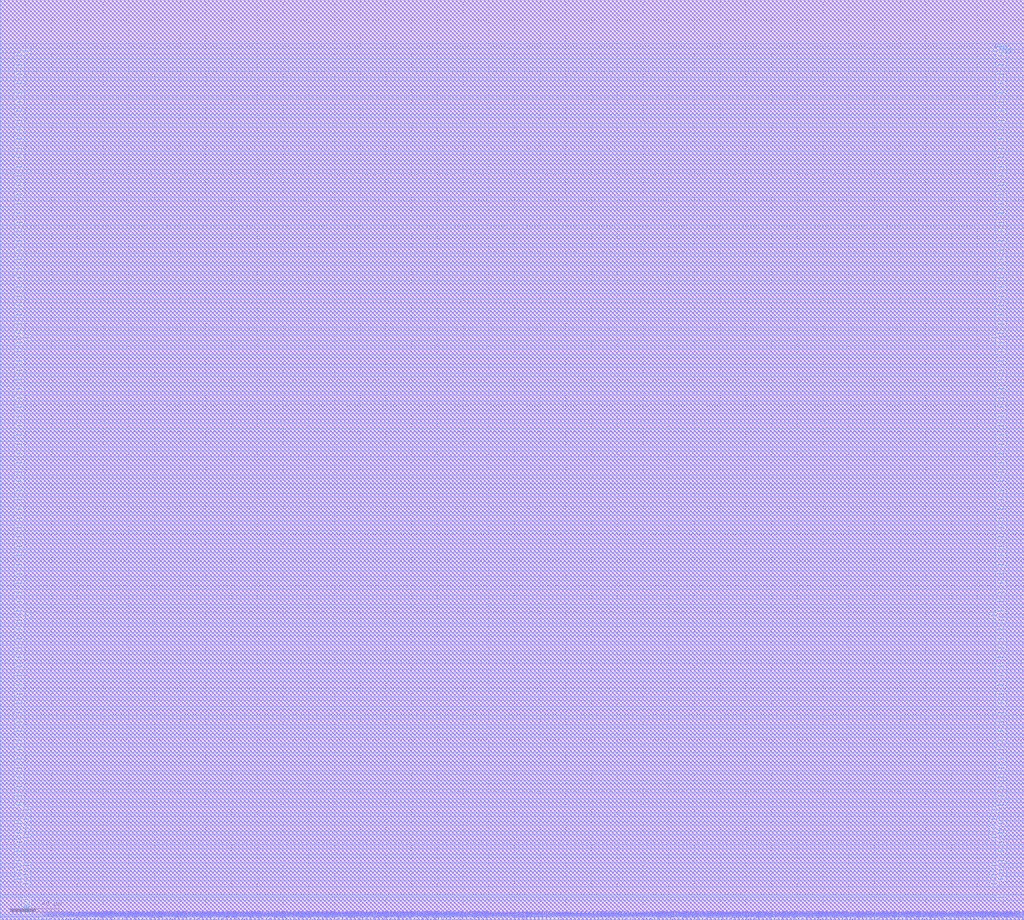
<source format=lef>
##
## LEF for PtnCells ;
## created by Encounter v14.23-s044_1 on Tue May 14 23:25:14 2019
##

VERSION 5.5 ;

NAMESCASESENSITIVE ON ;
BUSBITCHARS "[]" ;
DIVIDERCHAR "/" ;

MACRO cacheBank
  CLASS BLOCK ;
  SIZE 796.5000 BY 716.0000 ;
  FOREIGN cacheBank 0.0000 0.0000 ;
  ORIGIN 0 0 ;
  SYMMETRY X Y R90 ;
  PIN clk
    DIRECTION INPUT ;
    USE SIGNAL ;
    ANTENNAPARTIALMETALAREA 12.28 LAYER M3  ;
    ANTENNAPARTIALMETALSIDEAREA 45.584 LAYER M3  ;
    ANTENNAMODEL OXIDE1 ;
    ANTENNAGATEAREA 1.7016 LAYER M3  ;
    ANTENNAMAXAREACAR 9.73625 LAYER M3  ;
    ANTENNAMAXSIDEAREACAR 36.3655 LAYER M3  ;
    ANTENNAMAXCUTCAR 0.0470146 LAYER VL  ;
    PORT
      LAYER M3 ;
        RECT 334.9000 0.0000 335.1000 0.6000 ;
    END
  END clk
  PIN reset
    DIRECTION INPUT ;
    USE SIGNAL ;
    ANTENNADIFFAREA 0.32 LAYER M3  ;
    ANTENNAPARTIALMETALAREA 2.14 LAYER M3  ;
    ANTENNAPARTIALMETALSIDEAREA 7.178 LAYER M3  ;
    ANTENNAMODEL OXIDE1 ;
    ANTENNAGATEAREA 0.078 LAYER M3  ;
    ANTENNAMAXAREACAR 159.385 LAYER M3  ;
    ANTENNAMAXSIDEAREACAR 559.415 LAYER M3  ;
    ANTENNAMAXCUTCAR 2.05128 LAYER VL  ;
    ANTENNADIFFAREA 0.32 LAYER MQ  ;
    ANTENNAPARTIALMETALAREA 0.72 LAYER MQ  ;
    ANTENNAPARTIALMETALSIDEAREA 3.168 LAYER MQ  ;
    ANTENNAGATEAREA 0.078 LAYER MQ  ;
    ANTENNAMAXAREACAR 168.615 LAYER MQ  ;
    ANTENNAMAXSIDEAREACAR 600.031 LAYER MQ  ;
    ANTENNAMAXCUTCAR 2.05128 LAYER VQ  ;
    PORT
      LAYER M3 ;
        RECT 342.9000 0.0000 343.1000 0.6000 ;
    END
  END reset
  PIN cacheDataIn_A[31]
    DIRECTION INPUT ;
    USE SIGNAL ;
    ANTENNAPARTIALCUTAREA 0.04 LAYER V2  ;
    ANTENNAMODEL OXIDE1 ;
    ANTENNAMAXCUTCAR 1.02564 LAYER VL  ;
    ANTENNAMAXCUTCAR 1.02564 LAYER VQ  ;
    ANTENNADIFFAREA 0.16 LAYER M2  ;
    ANTENNAPARTIALMETALAREA 4.1 LAYER M2  ;
    ANTENNAPARTIALMETALSIDEAREA 15.17 LAYER M2  ;
    ANTENNAGATEAREA 0.039 LAYER M2  ;
    ANTENNAMAXAREACAR 18.4615 LAYER M2  ;
    ANTENNAMAXSIDEAREACAR 43.6923 LAYER M2  ;
    ANTENNADIFFAREA 0.16 LAYER M3  ;
    ANTENNAPARTIALMETALAREA 0.72 LAYER M3  ;
    ANTENNAPARTIALMETALSIDEAREA 2.368 LAYER M3  ;
    ANTENNAGATEAREA 0.039 LAYER M3  ;
    ANTENNAMAXAREACAR 40.6667 LAYER M3  ;
    ANTENNAMAXSIDEAREACAR 118.262 LAYER M3  ;
    ANTENNADIFFAREA 0.16 LAYER MQ  ;
    ANTENNAPARTIALMETALAREA 0.36 LAYER MQ  ;
    ANTENNAPARTIALMETALSIDEAREA 1.584 LAYER MQ  ;
    ANTENNAGATEAREA 0.039 LAYER MQ  ;
    ANTENNAMAXAREACAR 49.8974 LAYER MQ  ;
    ANTENNAMAXSIDEAREACAR 158.877 LAYER MQ  ;
    PORT
      LAYER M2 ;
        RECT 758.9000 0.0000 759.1000 0.6000 ;
    END
  END cacheDataIn_A[31]
  PIN cacheDataIn_A[30]
    DIRECTION INPUT ;
    USE SIGNAL ;
    ANTENNADIFFAREA 0.16 LAYER M2  ;
    ANTENNAPARTIALMETALAREA 4.706 LAYER M2  ;
    ANTENNAPARTIALMETALSIDEAREA 16.8202 LAYER M2  ;
    ANTENNAMODEL OXIDE1 ;
    ANTENNAGATEAREA 0.039 LAYER M2  ;
    ANTENNAMAXAREACAR 129.897 LAYER M2  ;
    ANTENNAMAXSIDEAREACAR 452.21 LAYER M2  ;
    ANTENNADIFFAREA 0.16 LAYER M3  ;
    ANTENNAPARTIALMETALAREA 0.36 LAYER M3  ;
    ANTENNAPARTIALMETALSIDEAREA 0.888 LAYER M3  ;
    ANTENNAGATEAREA 0.039 LAYER M3  ;
    ANTENNAMAXAREACAR 139.128 LAYER M3  ;
    ANTENNAMAXSIDEAREACAR 474.979 LAYER M3  ;
    ANTENNADIFFAREA 0.16 LAYER MQ  ;
    ANTENNAPARTIALMETALAREA 0.36 LAYER MQ  ;
    ANTENNAPARTIALMETALSIDEAREA 1.584 LAYER MQ  ;
    ANTENNAGATEAREA 0.039 LAYER MQ  ;
    ANTENNAMAXAREACAR 148.359 LAYER MQ  ;
    ANTENNAMAXSIDEAREACAR 515.595 LAYER MQ  ;
    PORT
      LAYER M2 ;
        RECT 733.9000 0.0000 734.1000 0.6000 ;
    END
  END cacheDataIn_A[30]
  PIN cacheDataIn_A[29]
    DIRECTION INPUT ;
    USE SIGNAL ;
    ANTENNAPARTIALCUTAREA 0.04 LAYER V2  ;
    ANTENNAMODEL OXIDE1 ;
    ANTENNAMAXCUTCAR 1.02564 LAYER VL  ;
    ANTENNAMAXCUTCAR 1.02564 LAYER VQ  ;
    ANTENNADIFFAREA 0.16 LAYER M2  ;
    ANTENNAPARTIALMETALAREA 4.1 LAYER M2  ;
    ANTENNAPARTIALMETALSIDEAREA 15.17 LAYER M2  ;
    ANTENNAGATEAREA 0.039 LAYER M2  ;
    ANTENNAMAXAREACAR 18.4615 LAYER M2  ;
    ANTENNAMAXSIDEAREACAR 43.6923 LAYER M2  ;
    ANTENNADIFFAREA 0.16 LAYER M3  ;
    ANTENNAPARTIALMETALAREA 0.64 LAYER M3  ;
    ANTENNAPARTIALMETALSIDEAREA 2.072 LAYER M3  ;
    ANTENNAGATEAREA 0.039 LAYER M3  ;
    ANTENNAMAXAREACAR 38.6154 LAYER M3  ;
    ANTENNAMAXSIDEAREACAR 110.672 LAYER M3  ;
    ANTENNADIFFAREA 0.16 LAYER MQ  ;
    ANTENNAPARTIALMETALAREA 0.36 LAYER MQ  ;
    ANTENNAPARTIALMETALSIDEAREA 1.584 LAYER MQ  ;
    ANTENNAGATEAREA 0.039 LAYER MQ  ;
    ANTENNAMAXAREACAR 47.8462 LAYER MQ  ;
    ANTENNAMAXSIDEAREACAR 151.287 LAYER MQ  ;
    PORT
      LAYER M2 ;
        RECT 720.9000 0.0000 721.1000 0.6000 ;
    END
  END cacheDataIn_A[29]
  PIN cacheDataIn_A[28]
    DIRECTION INPUT ;
    USE SIGNAL ;
    ANTENNADIFFAREA 0.16 LAYER M2  ;
    ANTENNAPARTIALMETALAREA 4.566 LAYER M2  ;
    ANTENNAPARTIALMETALSIDEAREA 16.3022 LAYER M2  ;
    ANTENNAMODEL OXIDE1 ;
    ANTENNAGATEAREA 0.039 LAYER M2  ;
    ANTENNAMAXAREACAR 126.308 LAYER M2  ;
    ANTENNAMAXSIDEAREACAR 438.928 LAYER M2  ;
    ANTENNADIFFAREA 0.16 LAYER M3  ;
    ANTENNAPARTIALMETALAREA 0.36 LAYER M3  ;
    ANTENNAPARTIALMETALSIDEAREA 0.888 LAYER M3  ;
    ANTENNAGATEAREA 0.039 LAYER M3  ;
    ANTENNAMAXAREACAR 135.538 LAYER M3  ;
    ANTENNAMAXSIDEAREACAR 461.697 LAYER M3  ;
    ANTENNADIFFAREA 0.16 LAYER MQ  ;
    ANTENNAPARTIALMETALAREA 0.36 LAYER MQ  ;
    ANTENNAPARTIALMETALSIDEAREA 1.584 LAYER MQ  ;
    ANTENNAGATEAREA 0.039 LAYER MQ  ;
    ANTENNAMAXAREACAR 144.769 LAYER MQ  ;
    ANTENNAMAXSIDEAREACAR 502.313 LAYER MQ  ;
    PORT
      LAYER M2 ;
        RECT 695.9000 0.0000 696.1000 0.6000 ;
    END
  END cacheDataIn_A[28]
  PIN cacheDataIn_A[27]
    DIRECTION INPUT ;
    USE SIGNAL ;
    ANTENNAPARTIALCUTAREA 0.04 LAYER V2  ;
    ANTENNAMODEL OXIDE1 ;
    ANTENNAMAXCUTCAR 1.02564 LAYER VL  ;
    ANTENNAMAXCUTCAR 1.02564 LAYER VQ  ;
    ANTENNADIFFAREA 0.16 LAYER M2  ;
    ANTENNAPARTIALMETALAREA 3.06 LAYER M2  ;
    ANTENNAPARTIALMETALSIDEAREA 11.322 LAYER M2  ;
    ANTENNAGATEAREA 0.039 LAYER M2  ;
    ANTENNAMAXAREACAR 18.4615 LAYER M2  ;
    ANTENNAMAXSIDEAREACAR 43.6923 LAYER M2  ;
    ANTENNADIFFAREA 0.16 LAYER M3  ;
    ANTENNAPARTIALMETALAREA 0.76 LAYER M3  ;
    ANTENNAPARTIALMETALSIDEAREA 2.516 LAYER M3  ;
    ANTENNAGATEAREA 0.039 LAYER M3  ;
    ANTENNAMAXAREACAR 68.359 LAYER M3  ;
    ANTENNAMAXSIDEAREACAR 220.723 LAYER M3  ;
    ANTENNADIFFAREA 0.16 LAYER MQ  ;
    ANTENNAPARTIALMETALAREA 0.36 LAYER MQ  ;
    ANTENNAPARTIALMETALSIDEAREA 1.584 LAYER MQ  ;
    ANTENNAGATEAREA 0.039 LAYER MQ  ;
    ANTENNAMAXAREACAR 77.5897 LAYER MQ  ;
    ANTENNAMAXSIDEAREACAR 261.338 LAYER MQ  ;
    PORT
      LAYER M2 ;
        RECT 681.9000 0.0000 682.1000 0.6000 ;
    END
  END cacheDataIn_A[27]
  PIN cacheDataIn_A[26]
    DIRECTION INPUT ;
    USE SIGNAL ;
    ANTENNADIFFAREA 0.16 LAYER M2  ;
    ANTENNAPARTIALMETALAREA 4.746 LAYER M2  ;
    ANTENNAPARTIALMETALSIDEAREA 16.9682 LAYER M2  ;
    ANTENNAMODEL OXIDE1 ;
    ANTENNAGATEAREA 0.039 LAYER M2  ;
    ANTENNAMAXAREACAR 130.923 LAYER M2  ;
    ANTENNAMAXSIDEAREACAR 456.005 LAYER M2  ;
    ANTENNADIFFAREA 0.16 LAYER M3  ;
    ANTENNAPARTIALMETALAREA 0.36 LAYER M3  ;
    ANTENNAPARTIALMETALSIDEAREA 0.888 LAYER M3  ;
    ANTENNAGATEAREA 0.039 LAYER M3  ;
    ANTENNAMAXAREACAR 140.154 LAYER M3  ;
    ANTENNAMAXSIDEAREACAR 478.774 LAYER M3  ;
    ANTENNADIFFAREA 0.16 LAYER MQ  ;
    ANTENNAPARTIALMETALAREA 0.36 LAYER MQ  ;
    ANTENNAPARTIALMETALSIDEAREA 1.584 LAYER MQ  ;
    ANTENNAGATEAREA 0.039 LAYER MQ  ;
    ANTENNAMAXAREACAR 149.385 LAYER MQ  ;
    ANTENNAMAXSIDEAREACAR 519.39 LAYER MQ  ;
    PORT
      LAYER M2 ;
        RECT 656.9000 0.0000 657.1000 0.6000 ;
    END
  END cacheDataIn_A[26]
  PIN cacheDataIn_A[25]
    DIRECTION INPUT ;
    USE SIGNAL ;
    ANTENNAPARTIALCUTAREA 0.04 LAYER V2  ;
    ANTENNAMODEL OXIDE1 ;
    ANTENNAMAXCUTCAR 1.02564 LAYER VL  ;
    ANTENNAMAXCUTCAR 1.02564 LAYER VQ  ;
    ANTENNADIFFAREA 0.16 LAYER M2  ;
    ANTENNAPARTIALMETALAREA 4.1 LAYER M2  ;
    ANTENNAPARTIALMETALSIDEAREA 15.17 LAYER M2  ;
    ANTENNAGATEAREA 0.039 LAYER M2  ;
    ANTENNAMAXAREACAR 18.4615 LAYER M2  ;
    ANTENNAMAXSIDEAREACAR 43.6923 LAYER M2  ;
    ANTENNADIFFAREA 0.16 LAYER M3  ;
    ANTENNAPARTIALMETALAREA 0.68 LAYER M3  ;
    ANTENNAPARTIALMETALSIDEAREA 2.22 LAYER M3  ;
    ANTENNAGATEAREA 0.039 LAYER M3  ;
    ANTENNAMAXAREACAR 39.641 LAYER M3  ;
    ANTENNAMAXSIDEAREACAR 114.467 LAYER M3  ;
    ANTENNADIFFAREA 0.16 LAYER MQ  ;
    ANTENNAPARTIALMETALAREA 0.36 LAYER MQ  ;
    ANTENNAPARTIALMETALSIDEAREA 1.584 LAYER MQ  ;
    ANTENNAGATEAREA 0.039 LAYER MQ  ;
    ANTENNAMAXAREACAR 48.8718 LAYER MQ  ;
    ANTENNAMAXSIDEAREACAR 155.082 LAYER MQ  ;
    PORT
      LAYER M2 ;
        RECT 643.9000 0.0000 644.1000 0.6000 ;
    END
  END cacheDataIn_A[25]
  PIN cacheDataIn_A[24]
    DIRECTION INPUT ;
    USE SIGNAL ;
    ANTENNADIFFAREA 0.16 LAYER M2  ;
    ANTENNAPARTIALMETALAREA 4.626 LAYER M2  ;
    ANTENNAPARTIALMETALSIDEAREA 16.5242 LAYER M2  ;
    ANTENNAMODEL OXIDE1 ;
    ANTENNAGATEAREA 0.039 LAYER M2  ;
    ANTENNAMAXAREACAR 127.846 LAYER M2  ;
    ANTENNAMAXSIDEAREACAR 444.621 LAYER M2  ;
    ANTENNADIFFAREA 0.16 LAYER M3  ;
    ANTENNAPARTIALMETALAREA 0.36 LAYER M3  ;
    ANTENNAPARTIALMETALSIDEAREA 0.888 LAYER M3  ;
    ANTENNAGATEAREA 0.039 LAYER M3  ;
    ANTENNAMAXAREACAR 137.077 LAYER M3  ;
    ANTENNAMAXSIDEAREACAR 467.39 LAYER M3  ;
    ANTENNADIFFAREA 0.16 LAYER MQ  ;
    ANTENNAPARTIALMETALAREA 0.36 LAYER MQ  ;
    ANTENNAPARTIALMETALSIDEAREA 1.584 LAYER MQ  ;
    ANTENNAGATEAREA 0.039 LAYER MQ  ;
    ANTENNAMAXAREACAR 146.308 LAYER MQ  ;
    ANTENNAMAXSIDEAREACAR 508.005 LAYER MQ  ;
    PORT
      LAYER M2 ;
        RECT 618.9000 0.0000 619.1000 0.6000 ;
    END
  END cacheDataIn_A[24]
  PIN cacheDataIn_A[23]
    DIRECTION INPUT ;
    USE SIGNAL ;
    ANTENNADIFFAREA 0.16 LAYER M2  ;
    ANTENNAPARTIALMETALAREA 4.806 LAYER M2  ;
    ANTENNAPARTIALMETALSIDEAREA 17.1902 LAYER M2  ;
    ANTENNAMODEL OXIDE1 ;
    ANTENNAGATEAREA 0.039 LAYER M2  ;
    ANTENNAMAXAREACAR 132.462 LAYER M2  ;
    ANTENNAMAXSIDEAREACAR 461.697 LAYER M2  ;
    ANTENNADIFFAREA 0.16 LAYER M3  ;
    ANTENNAPARTIALMETALAREA 0.36 LAYER M3  ;
    ANTENNAPARTIALMETALSIDEAREA 0.888 LAYER M3  ;
    ANTENNAGATEAREA 0.039 LAYER M3  ;
    ANTENNAMAXAREACAR 141.692 LAYER M3  ;
    ANTENNAMAXSIDEAREACAR 484.467 LAYER M3  ;
    ANTENNADIFFAREA 0.16 LAYER MQ  ;
    ANTENNAPARTIALMETALAREA 0.36 LAYER MQ  ;
    ANTENNAPARTIALMETALSIDEAREA 1.584 LAYER MQ  ;
    ANTENNAGATEAREA 0.039 LAYER MQ  ;
    ANTENNAMAXAREACAR 150.923 LAYER MQ  ;
    ANTENNAMAXSIDEAREACAR 525.082 LAYER MQ  ;
    PORT
      LAYER M2 ;
        RECT 605.9000 0.0000 606.1000 0.6000 ;
    END
  END cacheDataIn_A[23]
  PIN cacheDataIn_A[22]
    DIRECTION INPUT ;
    USE SIGNAL ;
    ANTENNADIFFAREA 0.16 LAYER M2  ;
    ANTENNAPARTIALMETALAREA 4.786 LAYER M2  ;
    ANTENNAPARTIALMETALSIDEAREA 17.1162 LAYER M2  ;
    ANTENNAMODEL OXIDE1 ;
    ANTENNAGATEAREA 0.039 LAYER M2  ;
    ANTENNAMAXAREACAR 131.949 LAYER M2  ;
    ANTENNAMAXSIDEAREACAR 459.8 LAYER M2  ;
    ANTENNADIFFAREA 0.16 LAYER M3  ;
    ANTENNAPARTIALMETALAREA 0.36 LAYER M3  ;
    ANTENNAPARTIALMETALSIDEAREA 0.888 LAYER M3  ;
    ANTENNAGATEAREA 0.039 LAYER M3  ;
    ANTENNAMAXAREACAR 141.179 LAYER M3  ;
    ANTENNAMAXSIDEAREACAR 482.569 LAYER M3  ;
    ANTENNADIFFAREA 0.16 LAYER MQ  ;
    ANTENNAPARTIALMETALAREA 0.36 LAYER MQ  ;
    ANTENNAPARTIALMETALSIDEAREA 1.584 LAYER MQ  ;
    ANTENNAGATEAREA 0.039 LAYER MQ  ;
    ANTENNAMAXAREACAR 150.41 LAYER MQ  ;
    ANTENNAMAXSIDEAREACAR 523.185 LAYER MQ  ;
    PORT
      LAYER M2 ;
        RECT 579.9000 0.0000 580.1000 0.6000 ;
    END
  END cacheDataIn_A[22]
  PIN cacheDataIn_A[21]
    DIRECTION INPUT ;
    USE SIGNAL ;
    ANTENNAPARTIALCUTAREA 0.04 LAYER V2  ;
    ANTENNAMODEL OXIDE1 ;
    ANTENNAMAXCUTCAR 1.02564 LAYER VL  ;
    ANTENNAMAXCUTCAR 1.02564 LAYER VQ  ;
    ANTENNADIFFAREA 0.16 LAYER M2  ;
    ANTENNAPARTIALMETALAREA 4.1 LAYER M2  ;
    ANTENNAPARTIALMETALSIDEAREA 15.17 LAYER M2  ;
    ANTENNAGATEAREA 0.039 LAYER M2  ;
    ANTENNAMAXAREACAR 18.4615 LAYER M2  ;
    ANTENNAMAXSIDEAREACAR 43.6923 LAYER M2  ;
    ANTENNADIFFAREA 0.16 LAYER M3  ;
    ANTENNAPARTIALMETALAREA 0.72 LAYER M3  ;
    ANTENNAPARTIALMETALSIDEAREA 2.368 LAYER M3  ;
    ANTENNAGATEAREA 0.039 LAYER M3  ;
    ANTENNAMAXAREACAR 40.6667 LAYER M3  ;
    ANTENNAMAXSIDEAREACAR 118.262 LAYER M3  ;
    ANTENNADIFFAREA 0.16 LAYER MQ  ;
    ANTENNAPARTIALMETALAREA 0.36 LAYER MQ  ;
    ANTENNAPARTIALMETALSIDEAREA 1.584 LAYER MQ  ;
    ANTENNAGATEAREA 0.039 LAYER MQ  ;
    ANTENNAMAXAREACAR 49.8974 LAYER MQ  ;
    ANTENNAMAXSIDEAREACAR 158.877 LAYER MQ  ;
    PORT
      LAYER M2 ;
        RECT 566.9000 0.0000 567.1000 0.6000 ;
    END
  END cacheDataIn_A[21]
  PIN cacheDataIn_A[20]
    DIRECTION INPUT ;
    USE SIGNAL ;
    ANTENNADIFFAREA 0.16 LAYER M2  ;
    ANTENNAPARTIALMETALAREA 4.706 LAYER M2  ;
    ANTENNAPARTIALMETALSIDEAREA 16.8202 LAYER M2  ;
    ANTENNAMODEL OXIDE1 ;
    ANTENNAGATEAREA 0.039 LAYER M2  ;
    ANTENNAMAXAREACAR 129.897 LAYER M2  ;
    ANTENNAMAXSIDEAREACAR 452.21 LAYER M2  ;
    ANTENNADIFFAREA 0.16 LAYER M3  ;
    ANTENNAPARTIALMETALAREA 0.36 LAYER M3  ;
    ANTENNAPARTIALMETALSIDEAREA 0.888 LAYER M3  ;
    ANTENNAGATEAREA 0.039 LAYER M3  ;
    ANTENNAMAXAREACAR 139.128 LAYER M3  ;
    ANTENNAMAXSIDEAREACAR 474.979 LAYER M3  ;
    ANTENNADIFFAREA 0.16 LAYER MQ  ;
    ANTENNAPARTIALMETALAREA 0.36 LAYER MQ  ;
    ANTENNAPARTIALMETALSIDEAREA 1.584 LAYER MQ  ;
    ANTENNAGATEAREA 0.039 LAYER MQ  ;
    ANTENNAMAXAREACAR 148.359 LAYER MQ  ;
    ANTENNAMAXSIDEAREACAR 515.595 LAYER MQ  ;
    PORT
      LAYER M2 ;
        RECT 541.9000 0.0000 542.1000 0.6000 ;
    END
  END cacheDataIn_A[20]
  PIN cacheDataIn_A[19]
    DIRECTION INPUT ;
    USE SIGNAL ;
    ANTENNAPARTIALCUTAREA 0.04 LAYER V2  ;
    ANTENNAMODEL OXIDE1 ;
    ANTENNAMAXCUTCAR 1.02564 LAYER VL  ;
    ANTENNAMAXCUTCAR 1.02564 LAYER VQ  ;
    ANTENNADIFFAREA 0.16 LAYER M2  ;
    ANTENNAPARTIALMETALAREA 4.1 LAYER M2  ;
    ANTENNAPARTIALMETALSIDEAREA 15.17 LAYER M2  ;
    ANTENNAGATEAREA 0.039 LAYER M2  ;
    ANTENNAMAXAREACAR 18.4615 LAYER M2  ;
    ANTENNAMAXSIDEAREACAR 43.6923 LAYER M2  ;
    ANTENNADIFFAREA 0.16 LAYER M3  ;
    ANTENNAPARTIALMETALAREA 0.64 LAYER M3  ;
    ANTENNAPARTIALMETALSIDEAREA 2.072 LAYER M3  ;
    ANTENNAGATEAREA 0.039 LAYER M3  ;
    ANTENNAMAXAREACAR 38.6154 LAYER M3  ;
    ANTENNAMAXSIDEAREACAR 110.672 LAYER M3  ;
    ANTENNADIFFAREA 0.16 LAYER MQ  ;
    ANTENNAPARTIALMETALAREA 0.36 LAYER MQ  ;
    ANTENNAPARTIALMETALSIDEAREA 1.584 LAYER MQ  ;
    ANTENNAGATEAREA 0.039 LAYER MQ  ;
    ANTENNAMAXAREACAR 47.8462 LAYER MQ  ;
    ANTENNAMAXSIDEAREACAR 151.287 LAYER MQ  ;
    PORT
      LAYER M2 ;
        RECT 528.9000 0.0000 529.1000 0.6000 ;
    END
  END cacheDataIn_A[19]
  PIN cacheDataIn_A[18]
    DIRECTION INPUT ;
    USE SIGNAL ;
    ANTENNAPARTIALCUTAREA 0.04 LAYER V2  ;
    ANTENNAMODEL OXIDE1 ;
    ANTENNAMAXCUTCAR 1.02564 LAYER VL  ;
    ANTENNAMAXCUTCAR 1.02564 LAYER VQ  ;
    ANTENNADIFFAREA 0.16 LAYER M2  ;
    ANTENNAPARTIALMETALAREA 0.18 LAYER M2  ;
    ANTENNAPARTIALMETALSIDEAREA 0.666 LAYER M2  ;
    ANTENNAGATEAREA 0.039 LAYER M2  ;
    ANTENNAMAXAREACAR 18.4615 LAYER M2  ;
    ANTENNAMAXSIDEAREACAR 43.6923 LAYER M2  ;
    ANTENNADIFFAREA 0.16 LAYER M3  ;
    ANTENNAPARTIALMETALAREA 0.64 LAYER M3  ;
    ANTENNAPARTIALMETALSIDEAREA 2.072 LAYER M3  ;
    ANTENNAGATEAREA 0.039 LAYER M3  ;
    ANTENNAMAXAREACAR 139.128 LAYER M3  ;
    ANTENNAMAXSIDEAREACAR 482.569 LAYER M3  ;
    ANTENNADIFFAREA 0.16 LAYER MQ  ;
    ANTENNAPARTIALMETALAREA 0.36 LAYER MQ  ;
    ANTENNAPARTIALMETALSIDEAREA 1.584 LAYER MQ  ;
    ANTENNAGATEAREA 0.039 LAYER MQ  ;
    ANTENNAMAXAREACAR 148.359 LAYER MQ  ;
    ANTENNAMAXSIDEAREACAR 523.185 LAYER MQ  ;
    PORT
      LAYER M2 ;
        RECT 502.9000 0.0000 503.1000 0.6000 ;
    END
  END cacheDataIn_A[18]
  PIN cacheDataIn_A[17]
    DIRECTION INPUT ;
    USE SIGNAL ;
    ANTENNAPARTIALCUTAREA 0.04 LAYER V2  ;
    ANTENNAMODEL OXIDE1 ;
    ANTENNAMAXCUTCAR 1.02564 LAYER VL  ;
    ANTENNAMAXCUTCAR 1.02564 LAYER VQ  ;
    ANTENNADIFFAREA 0.16 LAYER M2  ;
    ANTENNAPARTIALMETALAREA 3.06 LAYER M2  ;
    ANTENNAPARTIALMETALSIDEAREA 11.322 LAYER M2  ;
    ANTENNAGATEAREA 0.039 LAYER M2  ;
    ANTENNAMAXAREACAR 18.4615 LAYER M2  ;
    ANTENNAMAXSIDEAREACAR 43.6923 LAYER M2  ;
    ANTENNADIFFAREA 0.16 LAYER M3  ;
    ANTENNAPARTIALMETALAREA 0.76 LAYER M3  ;
    ANTENNAPARTIALMETALSIDEAREA 2.516 LAYER M3  ;
    ANTENNAGATEAREA 0.039 LAYER M3  ;
    ANTENNAMAXAREACAR 68.359 LAYER M3  ;
    ANTENNAMAXSIDEAREACAR 220.723 LAYER M3  ;
    ANTENNADIFFAREA 0.16 LAYER MQ  ;
    ANTENNAPARTIALMETALAREA 0.36 LAYER MQ  ;
    ANTENNAPARTIALMETALSIDEAREA 1.584 LAYER MQ  ;
    ANTENNAGATEAREA 0.039 LAYER MQ  ;
    ANTENNAMAXAREACAR 77.5897 LAYER MQ  ;
    ANTENNAMAXSIDEAREACAR 261.338 LAYER MQ  ;
    PORT
      LAYER M2 ;
        RECT 489.9000 0.0000 490.1000 0.6000 ;
    END
  END cacheDataIn_A[17]
  PIN cacheDataIn_A[16]
    DIRECTION INPUT ;
    USE SIGNAL ;
    ANTENNADIFFAREA 0.16 LAYER M2  ;
    ANTENNAPARTIALMETALAREA 4.746 LAYER M2  ;
    ANTENNAPARTIALMETALSIDEAREA 16.9682 LAYER M2  ;
    ANTENNAMODEL OXIDE1 ;
    ANTENNAGATEAREA 0.039 LAYER M2  ;
    ANTENNAMAXAREACAR 130.923 LAYER M2  ;
    ANTENNAMAXSIDEAREACAR 456.005 LAYER M2  ;
    ANTENNADIFFAREA 0.16 LAYER M3  ;
    ANTENNAPARTIALMETALAREA 0.36 LAYER M3  ;
    ANTENNAPARTIALMETALSIDEAREA 0.888 LAYER M3  ;
    ANTENNAGATEAREA 0.039 LAYER M3  ;
    ANTENNAMAXAREACAR 140.154 LAYER M3  ;
    ANTENNAMAXSIDEAREACAR 478.774 LAYER M3  ;
    ANTENNADIFFAREA 0.16 LAYER MQ  ;
    ANTENNAPARTIALMETALAREA 0.36 LAYER MQ  ;
    ANTENNAPARTIALMETALSIDEAREA 1.584 LAYER MQ  ;
    ANTENNAGATEAREA 0.039 LAYER MQ  ;
    ANTENNAMAXAREACAR 149.385 LAYER MQ  ;
    ANTENNAMAXSIDEAREACAR 519.39 LAYER MQ  ;
    PORT
      LAYER M2 ;
        RECT 464.9000 0.0000 465.1000 0.6000 ;
    END
  END cacheDataIn_A[16]
  PIN cacheDataIn_A[15]
    DIRECTION INPUT ;
    USE SIGNAL ;
    ANTENNAPARTIALCUTAREA 0.04 LAYER V2  ;
    ANTENNAMODEL OXIDE1 ;
    ANTENNAMAXCUTCAR 1.02564 LAYER VL  ;
    ANTENNAMAXCUTCAR 1.02564 LAYER VQ  ;
    ANTENNADIFFAREA 0.16 LAYER M2  ;
    ANTENNAPARTIALMETALAREA 4.1 LAYER M2  ;
    ANTENNAPARTIALMETALSIDEAREA 15.17 LAYER M2  ;
    ANTENNAGATEAREA 0.039 LAYER M2  ;
    ANTENNAMAXAREACAR 18.4615 LAYER M2  ;
    ANTENNAMAXSIDEAREACAR 43.6923 LAYER M2  ;
    ANTENNADIFFAREA 0.16 LAYER M3  ;
    ANTENNAPARTIALMETALAREA 0.68 LAYER M3  ;
    ANTENNAPARTIALMETALSIDEAREA 2.22 LAYER M3  ;
    ANTENNAGATEAREA 0.039 LAYER M3  ;
    ANTENNAMAXAREACAR 39.641 LAYER M3  ;
    ANTENNAMAXSIDEAREACAR 114.467 LAYER M3  ;
    ANTENNADIFFAREA 0.16 LAYER MQ  ;
    ANTENNAPARTIALMETALAREA 0.36 LAYER MQ  ;
    ANTENNAPARTIALMETALSIDEAREA 1.584 LAYER MQ  ;
    ANTENNAGATEAREA 0.039 LAYER MQ  ;
    ANTENNAMAXAREACAR 48.8718 LAYER MQ  ;
    ANTENNAMAXSIDEAREACAR 155.082 LAYER MQ  ;
    PORT
      LAYER M2 ;
        RECT 325.9000 0.0000 326.1000 0.6000 ;
    END
  END cacheDataIn_A[15]
  PIN cacheDataIn_A[14]
    DIRECTION INPUT ;
    USE SIGNAL ;
    ANTENNADIFFAREA 0.16 LAYER M2  ;
    ANTENNAPARTIALMETALAREA 4.61 LAYER M2  ;
    ANTENNAPARTIALMETALSIDEAREA 16.465 LAYER M2  ;
    ANTENNAMODEL OXIDE1 ;
    ANTENNAGATEAREA 0.039 LAYER M2  ;
    ANTENNAMAXAREACAR 127.436 LAYER M2  ;
    ANTENNAMAXSIDEAREACAR 443.103 LAYER M2  ;
    ANTENNADIFFAREA 0.16 LAYER M3  ;
    ANTENNAPARTIALMETALAREA 0.36 LAYER M3  ;
    ANTENNAPARTIALMETALSIDEAREA 0.888 LAYER M3  ;
    ANTENNAGATEAREA 0.039 LAYER M3  ;
    ANTENNAMAXAREACAR 136.667 LAYER M3  ;
    ANTENNAMAXSIDEAREACAR 465.872 LAYER M3  ;
    ANTENNADIFFAREA 0.16 LAYER MQ  ;
    ANTENNAPARTIALMETALAREA 0.36 LAYER MQ  ;
    ANTENNAPARTIALMETALSIDEAREA 1.584 LAYER MQ  ;
    ANTENNAGATEAREA 0.039 LAYER MQ  ;
    ANTENNAMAXAREACAR 145.897 LAYER MQ  ;
    ANTENNAMAXSIDEAREACAR 506.487 LAYER MQ  ;
    PORT
      LAYER M2 ;
        RECT 300.9000 0.0000 301.1000 0.6000 ;
    END
  END cacheDataIn_A[14]
  PIN cacheDataIn_A[13]
    DIRECTION INPUT ;
    USE SIGNAL ;
    ANTENNADIFFAREA 0.16 LAYER M2  ;
    ANTENNAPARTIALMETALAREA 4.806 LAYER M2  ;
    ANTENNAPARTIALMETALSIDEAREA 17.1902 LAYER M2  ;
    ANTENNAMODEL OXIDE1 ;
    ANTENNAGATEAREA 0.039 LAYER M2  ;
    ANTENNAMAXAREACAR 132.462 LAYER M2  ;
    ANTENNAMAXSIDEAREACAR 461.697 LAYER M2  ;
    ANTENNADIFFAREA 0.16 LAYER M3  ;
    ANTENNAPARTIALMETALAREA 0.36 LAYER M3  ;
    ANTENNAPARTIALMETALSIDEAREA 0.888 LAYER M3  ;
    ANTENNAGATEAREA 0.039 LAYER M3  ;
    ANTENNAMAXAREACAR 141.692 LAYER M3  ;
    ANTENNAMAXSIDEAREACAR 484.467 LAYER M3  ;
    ANTENNADIFFAREA 0.16 LAYER MQ  ;
    ANTENNAPARTIALMETALAREA 0.36 LAYER MQ  ;
    ANTENNAPARTIALMETALSIDEAREA 1.584 LAYER MQ  ;
    ANTENNAGATEAREA 0.039 LAYER MQ  ;
    ANTENNAMAXAREACAR 150.923 LAYER MQ  ;
    ANTENNAMAXSIDEAREACAR 525.082 LAYER MQ  ;
    PORT
      LAYER M2 ;
        RECT 287.9000 0.0000 288.1000 0.6000 ;
    END
  END cacheDataIn_A[13]
  PIN cacheDataIn_A[12]
    DIRECTION INPUT ;
    USE SIGNAL ;
    ANTENNADIFFAREA 0.16 LAYER M2  ;
    ANTENNAPARTIALMETALAREA 4.77 LAYER M2  ;
    ANTENNAPARTIALMETALSIDEAREA 17.057 LAYER M2  ;
    ANTENNAMODEL OXIDE1 ;
    ANTENNAGATEAREA 0.039 LAYER M2  ;
    ANTENNAMAXAREACAR 131.538 LAYER M2  ;
    ANTENNAMAXSIDEAREACAR 458.282 LAYER M2  ;
    ANTENNADIFFAREA 0.16 LAYER M3  ;
    ANTENNAPARTIALMETALAREA 0.36 LAYER M3  ;
    ANTENNAPARTIALMETALSIDEAREA 0.888 LAYER M3  ;
    ANTENNAGATEAREA 0.039 LAYER M3  ;
    ANTENNAMAXAREACAR 140.769 LAYER M3  ;
    ANTENNAMAXSIDEAREACAR 481.051 LAYER M3  ;
    ANTENNADIFFAREA 0.16 LAYER MQ  ;
    ANTENNAPARTIALMETALAREA 0.36 LAYER MQ  ;
    ANTENNAPARTIALMETALSIDEAREA 1.584 LAYER MQ  ;
    ANTENNAGATEAREA 0.039 LAYER MQ  ;
    ANTENNAMAXAREACAR 150 LAYER MQ  ;
    ANTENNAMAXSIDEAREACAR 521.667 LAYER MQ  ;
    PORT
      LAYER M2 ;
        RECT 261.9000 0.0000 262.1000 0.6000 ;
    END
  END cacheDataIn_A[12]
  PIN cacheDataIn_A[11]
    DIRECTION INPUT ;
    USE SIGNAL ;
    ANTENNAPARTIALCUTAREA 0.04 LAYER V2  ;
    ANTENNAMODEL OXIDE1 ;
    ANTENNAMAXCUTCAR 1.02564 LAYER VL  ;
    ANTENNAMAXCUTCAR 1.02564 LAYER VQ  ;
    ANTENNADIFFAREA 0.16 LAYER M2  ;
    ANTENNAPARTIALMETALAREA 4.1 LAYER M2  ;
    ANTENNAPARTIALMETALSIDEAREA 15.17 LAYER M2  ;
    ANTENNAGATEAREA 0.039 LAYER M2  ;
    ANTENNAMAXAREACAR 18.4615 LAYER M2  ;
    ANTENNAMAXSIDEAREACAR 43.6923 LAYER M2  ;
    ANTENNADIFFAREA 0.16 LAYER M3  ;
    ANTENNAPARTIALMETALAREA 0.72 LAYER M3  ;
    ANTENNAPARTIALMETALSIDEAREA 2.368 LAYER M3  ;
    ANTENNAGATEAREA 0.039 LAYER M3  ;
    ANTENNAMAXAREACAR 40.6667 LAYER M3  ;
    ANTENNAMAXSIDEAREACAR 118.262 LAYER M3  ;
    ANTENNADIFFAREA 0.16 LAYER MQ  ;
    ANTENNAPARTIALMETALAREA 0.36 LAYER MQ  ;
    ANTENNAPARTIALMETALSIDEAREA 1.584 LAYER MQ  ;
    ANTENNAGATEAREA 0.039 LAYER MQ  ;
    ANTENNAMAXAREACAR 49.8974 LAYER MQ  ;
    ANTENNAMAXSIDEAREACAR 158.877 LAYER MQ  ;
    PORT
      LAYER M2 ;
        RECT 248.9000 0.0000 249.1000 0.6000 ;
    END
  END cacheDataIn_A[11]
  PIN cacheDataIn_A[10]
    DIRECTION INPUT ;
    USE SIGNAL ;
    ANTENNADIFFAREA 0.16 LAYER M2  ;
    ANTENNAPARTIALMETALAREA 4.69 LAYER M2  ;
    ANTENNAPARTIALMETALSIDEAREA 16.761 LAYER M2  ;
    ANTENNAMODEL OXIDE1 ;
    ANTENNAGATEAREA 0.039 LAYER M2  ;
    ANTENNAMAXAREACAR 129.487 LAYER M2  ;
    ANTENNAMAXSIDEAREACAR 450.692 LAYER M2  ;
    ANTENNADIFFAREA 0.16 LAYER M3  ;
    ANTENNAPARTIALMETALAREA 0.36 LAYER M3  ;
    ANTENNAPARTIALMETALSIDEAREA 0.888 LAYER M3  ;
    ANTENNAGATEAREA 0.039 LAYER M3  ;
    ANTENNAMAXAREACAR 138.718 LAYER M3  ;
    ANTENNAMAXSIDEAREACAR 473.462 LAYER M3  ;
    ANTENNADIFFAREA 0.16 LAYER MQ  ;
    ANTENNAPARTIALMETALAREA 0.36 LAYER MQ  ;
    ANTENNAPARTIALMETALSIDEAREA 1.584 LAYER MQ  ;
    ANTENNAGATEAREA 0.039 LAYER MQ  ;
    ANTENNAMAXAREACAR 147.949 LAYER MQ  ;
    ANTENNAMAXSIDEAREACAR 514.077 LAYER MQ  ;
    PORT
      LAYER M2 ;
        RECT 223.9000 0.0000 224.1000 0.6000 ;
    END
  END cacheDataIn_A[10]
  PIN cacheDataIn_A[9]
    DIRECTION INPUT ;
    USE SIGNAL ;
    ANTENNAPARTIALCUTAREA 0.04 LAYER V2  ;
    ANTENNAMODEL OXIDE1 ;
    ANTENNAMAXCUTCAR 1.02564 LAYER VL  ;
    ANTENNAMAXCUTCAR 1.02564 LAYER VQ  ;
    ANTENNADIFFAREA 0.16 LAYER M2  ;
    ANTENNAPARTIALMETALAREA 4.1 LAYER M2  ;
    ANTENNAPARTIALMETALSIDEAREA 15.17 LAYER M2  ;
    ANTENNAGATEAREA 0.039 LAYER M2  ;
    ANTENNAMAXAREACAR 18.4615 LAYER M2  ;
    ANTENNAMAXSIDEAREACAR 43.6923 LAYER M2  ;
    ANTENNADIFFAREA 0.16 LAYER M3  ;
    ANTENNAPARTIALMETALAREA 0.64 LAYER M3  ;
    ANTENNAPARTIALMETALSIDEAREA 2.072 LAYER M3  ;
    ANTENNAGATEAREA 0.039 LAYER M3  ;
    ANTENNAMAXAREACAR 38.6154 LAYER M3  ;
    ANTENNAMAXSIDEAREACAR 110.672 LAYER M3  ;
    ANTENNADIFFAREA 0.16 LAYER MQ  ;
    ANTENNAPARTIALMETALAREA 0.36 LAYER MQ  ;
    ANTENNAPARTIALMETALSIDEAREA 1.584 LAYER MQ  ;
    ANTENNAGATEAREA 0.039 LAYER MQ  ;
    ANTENNAMAXAREACAR 47.8462 LAYER MQ  ;
    ANTENNAMAXSIDEAREACAR 151.287 LAYER MQ  ;
    PORT
      LAYER M2 ;
        RECT 210.9000 0.0000 211.1000 0.6000 ;
    END
  END cacheDataIn_A[9]
  PIN cacheDataIn_A[8]
    DIRECTION INPUT ;
    USE SIGNAL ;
    ANTENNADIFFAREA 0.16 LAYER M2  ;
    ANTENNAPARTIALMETALAREA 4.566 LAYER M2  ;
    ANTENNAPARTIALMETALSIDEAREA 16.3022 LAYER M2  ;
    ANTENNAMODEL OXIDE1 ;
    ANTENNAGATEAREA 0.039 LAYER M2  ;
    ANTENNAMAXAREACAR 126.308 LAYER M2  ;
    ANTENNAMAXSIDEAREACAR 438.928 LAYER M2  ;
    ANTENNADIFFAREA 0.16 LAYER M3  ;
    ANTENNAPARTIALMETALAREA 0.36 LAYER M3  ;
    ANTENNAPARTIALMETALSIDEAREA 0.888 LAYER M3  ;
    ANTENNAGATEAREA 0.039 LAYER M3  ;
    ANTENNAMAXAREACAR 135.538 LAYER M3  ;
    ANTENNAMAXSIDEAREACAR 461.697 LAYER M3  ;
    ANTENNADIFFAREA 0.16 LAYER MQ  ;
    ANTENNAPARTIALMETALAREA 0.36 LAYER MQ  ;
    ANTENNAPARTIALMETALSIDEAREA 1.584 LAYER MQ  ;
    ANTENNAGATEAREA 0.039 LAYER MQ  ;
    ANTENNAMAXAREACAR 144.769 LAYER MQ  ;
    ANTENNAMAXSIDEAREACAR 502.313 LAYER MQ  ;
    PORT
      LAYER M2 ;
        RECT 185.9000 0.0000 186.1000 0.6000 ;
    END
  END cacheDataIn_A[8]
  PIN cacheDataIn_A[7]
    DIRECTION INPUT ;
    USE SIGNAL ;
    ANTENNADIFFAREA 0.16 LAYER M2  ;
    ANTENNAPARTIALMETALAREA 4.606 LAYER M2  ;
    ANTENNAPARTIALMETALSIDEAREA 16.5982 LAYER M2  ;
    ANTENNAMODEL OXIDE1 ;
    ANTENNAGATEAREA 0.039 LAYER M2  ;
    ANTENNAMAXAREACAR 127.333 LAYER M2  ;
    ANTENNAMAXSIDEAREACAR 446.518 LAYER M2  ;
    ANTENNADIFFAREA 0.16 LAYER M3  ;
    ANTENNAPARTIALMETALAREA 0.36 LAYER M3  ;
    ANTENNAPARTIALMETALSIDEAREA 0.888 LAYER M3  ;
    ANTENNAGATEAREA 0.039 LAYER M3  ;
    ANTENNAMAXAREACAR 136.564 LAYER M3  ;
    ANTENNAMAXSIDEAREACAR 469.287 LAYER M3  ;
    ANTENNADIFFAREA 0.16 LAYER MQ  ;
    ANTENNAPARTIALMETALAREA 0.36 LAYER MQ  ;
    ANTENNAPARTIALMETALSIDEAREA 1.584 LAYER MQ  ;
    ANTENNAGATEAREA 0.039 LAYER MQ  ;
    ANTENNAMAXAREACAR 145.795 LAYER MQ  ;
    ANTENNAMAXSIDEAREACAR 509.903 LAYER MQ  ;
    PORT
      LAYER M2 ;
        RECT 171.9000 0.0000 172.1000 0.6000 ;
    END
  END cacheDataIn_A[7]
  PIN cacheDataIn_A[6]
    DIRECTION INPUT ;
    USE SIGNAL ;
    ANTENNADIFFAREA 0.16 LAYER M2  ;
    ANTENNAPARTIALMETALAREA 4.73 LAYER M2  ;
    ANTENNAPARTIALMETALSIDEAREA 16.909 LAYER M2  ;
    ANTENNAMODEL OXIDE1 ;
    ANTENNAGATEAREA 0.039 LAYER M2  ;
    ANTENNAMAXAREACAR 130.513 LAYER M2  ;
    ANTENNAMAXSIDEAREACAR 454.487 LAYER M2  ;
    ANTENNADIFFAREA 0.16 LAYER M3  ;
    ANTENNAPARTIALMETALAREA 0.36 LAYER M3  ;
    ANTENNAPARTIALMETALSIDEAREA 0.888 LAYER M3  ;
    ANTENNAGATEAREA 0.039 LAYER M3  ;
    ANTENNAMAXAREACAR 139.744 LAYER M3  ;
    ANTENNAMAXSIDEAREACAR 477.256 LAYER M3  ;
    ANTENNADIFFAREA 0.16 LAYER MQ  ;
    ANTENNAPARTIALMETALAREA 0.36 LAYER MQ  ;
    ANTENNAPARTIALMETALSIDEAREA 1.584 LAYER MQ  ;
    ANTENNAGATEAREA 0.039 LAYER MQ  ;
    ANTENNAMAXAREACAR 148.974 LAYER MQ  ;
    ANTENNAMAXSIDEAREACAR 517.872 LAYER MQ  ;
    PORT
      LAYER M2 ;
        RECT 146.9000 0.0000 147.1000 0.6000 ;
    END
  END cacheDataIn_A[6]
  PIN cacheDataIn_A[5]
    DIRECTION INPUT ;
    USE SIGNAL ;
    ANTENNAPARTIALCUTAREA 0.04 LAYER V2  ;
    ANTENNAMODEL OXIDE1 ;
    ANTENNAMAXCUTCAR 1.02564 LAYER VL  ;
    ANTENNAMAXCUTCAR 1.02564 LAYER VQ  ;
    ANTENNADIFFAREA 0.16 LAYER M2  ;
    ANTENNAPARTIALMETALAREA 4.1 LAYER M2  ;
    ANTENNAPARTIALMETALSIDEAREA 15.17 LAYER M2  ;
    ANTENNAGATEAREA 0.039 LAYER M2  ;
    ANTENNAMAXAREACAR 18.4615 LAYER M2  ;
    ANTENNAMAXSIDEAREACAR 43.6923 LAYER M2  ;
    ANTENNADIFFAREA 0.16 LAYER M3  ;
    ANTENNAPARTIALMETALAREA 0.68 LAYER M3  ;
    ANTENNAPARTIALMETALSIDEAREA 2.22 LAYER M3  ;
    ANTENNAGATEAREA 0.039 LAYER M3  ;
    ANTENNAMAXAREACAR 39.641 LAYER M3  ;
    ANTENNAMAXSIDEAREACAR 114.467 LAYER M3  ;
    ANTENNADIFFAREA 0.16 LAYER MQ  ;
    ANTENNAPARTIALMETALAREA 0.36 LAYER MQ  ;
    ANTENNAPARTIALMETALSIDEAREA 1.584 LAYER MQ  ;
    ANTENNAGATEAREA 0.039 LAYER MQ  ;
    ANTENNAMAXAREACAR 48.8718 LAYER MQ  ;
    ANTENNAMAXSIDEAREACAR 155.082 LAYER MQ  ;
    PORT
      LAYER M2 ;
        RECT 133.9000 0.0000 134.1000 0.6000 ;
    END
  END cacheDataIn_A[5]
  PIN cacheDataIn_A[4]
    DIRECTION INPUT ;
    USE SIGNAL ;
    ANTENNADIFFAREA 0.16 LAYER M2  ;
    ANTENNAPARTIALMETALAREA 4.606 LAYER M2  ;
    ANTENNAPARTIALMETALSIDEAREA 16.5982 LAYER M2  ;
    ANTENNAMODEL OXIDE1 ;
    ANTENNAGATEAREA 0.039 LAYER M2  ;
    ANTENNAMAXAREACAR 127.333 LAYER M2  ;
    ANTENNAMAXSIDEAREACAR 446.518 LAYER M2  ;
    ANTENNADIFFAREA 0.16 LAYER M3  ;
    ANTENNAPARTIALMETALAREA 0.36 LAYER M3  ;
    ANTENNAPARTIALMETALSIDEAREA 0.888 LAYER M3  ;
    ANTENNAGATEAREA 0.039 LAYER M3  ;
    ANTENNAMAXAREACAR 136.564 LAYER M3  ;
    ANTENNAMAXSIDEAREACAR 469.287 LAYER M3  ;
    ANTENNADIFFAREA 0.16 LAYER MQ  ;
    ANTENNAPARTIALMETALAREA 0.36 LAYER MQ  ;
    ANTENNAPARTIALMETALSIDEAREA 1.584 LAYER MQ  ;
    ANTENNAGATEAREA 0.039 LAYER MQ  ;
    ANTENNAMAXAREACAR 145.795 LAYER MQ  ;
    ANTENNAMAXSIDEAREACAR 509.903 LAYER MQ  ;
    PORT
      LAYER M2 ;
        RECT 107.9000 0.0000 108.1000 0.6000 ;
    END
  END cacheDataIn_A[4]
  PIN cacheDataIn_A[3]
    DIRECTION INPUT ;
    USE SIGNAL ;
    ANTENNADIFFAREA 0.16 LAYER M2  ;
    ANTENNAPARTIALMETALAREA 4.606 LAYER M2  ;
    ANTENNAPARTIALMETALSIDEAREA 16.5982 LAYER M2  ;
    ANTENNAMODEL OXIDE1 ;
    ANTENNAGATEAREA 0.039 LAYER M2  ;
    ANTENNAMAXAREACAR 127.333 LAYER M2  ;
    ANTENNAMAXSIDEAREACAR 446.518 LAYER M2  ;
    ANTENNADIFFAREA 0.16 LAYER M3  ;
    ANTENNAPARTIALMETALAREA 0.36 LAYER M3  ;
    ANTENNAPARTIALMETALSIDEAREA 0.888 LAYER M3  ;
    ANTENNAGATEAREA 0.039 LAYER M3  ;
    ANTENNAMAXAREACAR 136.564 LAYER M3  ;
    ANTENNAMAXSIDEAREACAR 469.287 LAYER M3  ;
    ANTENNADIFFAREA 0.16 LAYER MQ  ;
    ANTENNAPARTIALMETALAREA 0.36 LAYER MQ  ;
    ANTENNAPARTIALMETALSIDEAREA 1.584 LAYER MQ  ;
    ANTENNAGATEAREA 0.039 LAYER MQ  ;
    ANTENNAMAXAREACAR 145.795 LAYER MQ  ;
    ANTENNAMAXSIDEAREACAR 509.903 LAYER MQ  ;
    PORT
      LAYER M2 ;
        RECT 94.9000 0.0000 95.1000 0.6000 ;
    END
  END cacheDataIn_A[3]
  PIN cacheDataIn_A[2]
    DIRECTION INPUT ;
    USE SIGNAL ;
    ANTENNADIFFAREA 0.16 LAYER M2  ;
    ANTENNAPARTIALMETALAREA 4.77 LAYER M2  ;
    ANTENNAPARTIALMETALSIDEAREA 17.057 LAYER M2  ;
    ANTENNAMODEL OXIDE1 ;
    ANTENNAGATEAREA 0.039 LAYER M2  ;
    ANTENNAMAXAREACAR 131.538 LAYER M2  ;
    ANTENNAMAXSIDEAREACAR 458.282 LAYER M2  ;
    ANTENNADIFFAREA 0.16 LAYER M3  ;
    ANTENNAPARTIALMETALAREA 0.36 LAYER M3  ;
    ANTENNAPARTIALMETALSIDEAREA 0.888 LAYER M3  ;
    ANTENNAGATEAREA 0.039 LAYER M3  ;
    ANTENNAMAXAREACAR 140.769 LAYER M3  ;
    ANTENNAMAXSIDEAREACAR 481.051 LAYER M3  ;
    ANTENNADIFFAREA 0.16 LAYER MQ  ;
    ANTENNAPARTIALMETALAREA 0.36 LAYER MQ  ;
    ANTENNAPARTIALMETALSIDEAREA 1.584 LAYER MQ  ;
    ANTENNAGATEAREA 0.039 LAYER MQ  ;
    ANTENNAMAXAREACAR 150 LAYER MQ  ;
    ANTENNAMAXSIDEAREACAR 521.667 LAYER MQ  ;
    PORT
      LAYER M2 ;
        RECT 69.9000 0.0000 70.1000 0.6000 ;
    END
  END cacheDataIn_A[2]
  PIN cacheDataIn_A[1]
    DIRECTION INPUT ;
    USE SIGNAL ;
    ANTENNAPARTIALCUTAREA 0.04 LAYER V2  ;
    ANTENNAMODEL OXIDE1 ;
    ANTENNAMAXCUTCAR 1.02564 LAYER VL  ;
    ANTENNAMAXCUTCAR 1.02564 LAYER VQ  ;
    ANTENNADIFFAREA 0.16 LAYER M2  ;
    ANTENNAPARTIALMETALAREA 4.1 LAYER M2  ;
    ANTENNAPARTIALMETALSIDEAREA 15.17 LAYER M2  ;
    ANTENNAGATEAREA 0.039 LAYER M2  ;
    ANTENNAMAXAREACAR 18.4615 LAYER M2  ;
    ANTENNAMAXSIDEAREACAR 43.6923 LAYER M2  ;
    ANTENNADIFFAREA 0.16 LAYER M3  ;
    ANTENNAPARTIALMETALAREA 0.72 LAYER M3  ;
    ANTENNAPARTIALMETALSIDEAREA 2.368 LAYER M3  ;
    ANTENNAGATEAREA 0.039 LAYER M3  ;
    ANTENNAMAXAREACAR 40.6667 LAYER M3  ;
    ANTENNAMAXSIDEAREACAR 118.262 LAYER M3  ;
    ANTENNADIFFAREA 0.16 LAYER MQ  ;
    ANTENNAPARTIALMETALAREA 0.36 LAYER MQ  ;
    ANTENNAPARTIALMETALSIDEAREA 1.584 LAYER MQ  ;
    ANTENNAGATEAREA 0.039 LAYER MQ  ;
    ANTENNAMAXAREACAR 49.8974 LAYER MQ  ;
    ANTENNAMAXSIDEAREACAR 158.877 LAYER MQ  ;
    PORT
      LAYER M2 ;
        RECT 56.9000 0.0000 57.1000 0.6000 ;
    END
  END cacheDataIn_A[1]
  PIN cacheDataIn_A[0]
    DIRECTION INPUT ;
    USE SIGNAL ;
    ANTENNADIFFAREA 0.16 LAYER M2  ;
    ANTENNAPARTIALMETALAREA 4.69 LAYER M2  ;
    ANTENNAPARTIALMETALSIDEAREA 16.761 LAYER M2  ;
    ANTENNAMODEL OXIDE1 ;
    ANTENNAGATEAREA 0.039 LAYER M2  ;
    ANTENNAMAXAREACAR 129.487 LAYER M2  ;
    ANTENNAMAXSIDEAREACAR 450.692 LAYER M2  ;
    ANTENNADIFFAREA 0.16 LAYER M3  ;
    ANTENNAPARTIALMETALAREA 0.36 LAYER M3  ;
    ANTENNAPARTIALMETALSIDEAREA 0.888 LAYER M3  ;
    ANTENNAGATEAREA 0.039 LAYER M3  ;
    ANTENNAMAXAREACAR 138.718 LAYER M3  ;
    ANTENNAMAXSIDEAREACAR 473.462 LAYER M3  ;
    ANTENNADIFFAREA 0.16 LAYER MQ  ;
    ANTENNAPARTIALMETALAREA 0.36 LAYER MQ  ;
    ANTENNAPARTIALMETALSIDEAREA 1.584 LAYER MQ  ;
    ANTENNAGATEAREA 0.039 LAYER MQ  ;
    ANTENNAMAXAREACAR 147.949 LAYER MQ  ;
    ANTENNAMAXSIDEAREACAR 514.077 LAYER MQ  ;
    PORT
      LAYER M2 ;
        RECT 31.9000 0.0000 32.1000 0.6000 ;
    END
  END cacheDataIn_A[0]
  PIN cacheAddressIn_A[7]
    DIRECTION INPUT ;
    USE SIGNAL ;
    ANTENNADIFFAREA 0.16 LAYER M2  ;
    ANTENNAPARTIALMETALAREA 4.606 LAYER M2  ;
    ANTENNAPARTIALMETALSIDEAREA 16.5982 LAYER M2  ;
    ANTENNAMODEL OXIDE1 ;
    ANTENNAGATEAREA 0.039 LAYER M2  ;
    ANTENNAMAXAREACAR 127.333 LAYER M2  ;
    ANTENNAMAXSIDEAREACAR 446.518 LAYER M2  ;
    ANTENNADIFFAREA 0.16 LAYER M3  ;
    ANTENNAPARTIALMETALAREA 0.36 LAYER M3  ;
    ANTENNAPARTIALMETALSIDEAREA 0.888 LAYER M3  ;
    ANTENNAGATEAREA 0.039 LAYER M3  ;
    ANTENNAMAXAREACAR 136.564 LAYER M3  ;
    ANTENNAMAXSIDEAREACAR 469.287 LAYER M3  ;
    ANTENNADIFFAREA 0.16 LAYER MQ  ;
    ANTENNAPARTIALMETALAREA 0.36 LAYER MQ  ;
    ANTENNAPARTIALMETALSIDEAREA 1.584 LAYER MQ  ;
    ANTENNAGATEAREA 0.039 LAYER MQ  ;
    ANTENNAMAXAREACAR 145.795 LAYER MQ  ;
    ANTENNAMAXSIDEAREACAR 509.903 LAYER MQ  ;
    PORT
      LAYER M2 ;
        RECT 409.9000 0.0000 410.1000 0.6000 ;
    END
  END cacheAddressIn_A[7]
  PIN cacheAddressIn_A[6]
    DIRECTION INPUT ;
    USE SIGNAL ;
    ANTENNAPARTIALCUTAREA 0.04 LAYER V2  ;
    ANTENNAMODEL OXIDE1 ;
    ANTENNAMAXCUTCAR 1.02564 LAYER VL  ;
    ANTENNAMAXCUTCAR 1.02564 LAYER VQ  ;
    ANTENNADIFFAREA 0.16 LAYER M2  ;
    ANTENNAPARTIALMETALAREA 4.1 LAYER M2  ;
    ANTENNAPARTIALMETALSIDEAREA 15.17 LAYER M2  ;
    ANTENNAGATEAREA 0.039 LAYER M2  ;
    ANTENNAMAXAREACAR 18.4615 LAYER M2  ;
    ANTENNAMAXSIDEAREACAR 43.6923 LAYER M2  ;
    ANTENNADIFFAREA 0.16 LAYER M3  ;
    ANTENNAPARTIALMETALAREA 0.72 LAYER M3  ;
    ANTENNAPARTIALMETALSIDEAREA 2.368 LAYER M3  ;
    ANTENNAGATEAREA 0.039 LAYER M3  ;
    ANTENNAMAXAREACAR 40.6667 LAYER M3  ;
    ANTENNAMAXSIDEAREACAR 118.262 LAYER M3  ;
    ANTENNADIFFAREA 0.16 LAYER MQ  ;
    ANTENNAPARTIALMETALAREA 0.36 LAYER MQ  ;
    ANTENNAPARTIALMETALSIDEAREA 1.584 LAYER MQ  ;
    ANTENNAGATEAREA 0.039 LAYER MQ  ;
    ANTENNAMAXAREACAR 49.8974 LAYER MQ  ;
    ANTENNAMAXSIDEAREACAR 158.877 LAYER MQ  ;
    PORT
      LAYER M2 ;
        RECT 412.9000 0.0000 413.1000 0.6000 ;
    END
  END cacheAddressIn_A[6]
  PIN cacheAddressIn_A[5]
    DIRECTION INPUT ;
    USE SIGNAL ;
    ANTENNAPARTIALCUTAREA 0.04 LAYER V2  ;
    ANTENNAMODEL OXIDE1 ;
    ANTENNAMAXCUTCAR 1.02564 LAYER VL  ;
    ANTENNAMAXCUTCAR 1.02564 LAYER VQ  ;
    ANTENNADIFFAREA 0.16 LAYER M2  ;
    ANTENNAPARTIALMETALAREA 4.1 LAYER M2  ;
    ANTENNAPARTIALMETALSIDEAREA 15.17 LAYER M2  ;
    ANTENNAGATEAREA 0.039 LAYER M2  ;
    ANTENNAMAXAREACAR 18.4615 LAYER M2  ;
    ANTENNAMAXSIDEAREACAR 43.6923 LAYER M2  ;
    ANTENNADIFFAREA 0.16 LAYER M3  ;
    ANTENNAPARTIALMETALAREA 1.4 LAYER M3  ;
    ANTENNAPARTIALMETALSIDEAREA 4.884 LAYER M3  ;
    ANTENNAGATEAREA 0.039 LAYER M3  ;
    ANTENNAMAXAREACAR 58.1026 LAYER M3  ;
    ANTENNAMAXSIDEAREACAR 182.774 LAYER M3  ;
    ANTENNADIFFAREA 0.16 LAYER MQ  ;
    ANTENNAPARTIALMETALAREA 0.36 LAYER MQ  ;
    ANTENNAPARTIALMETALSIDEAREA 1.584 LAYER MQ  ;
    ANTENNAGATEAREA 0.039 LAYER MQ  ;
    ANTENNAMAXAREACAR 67.3333 LAYER MQ  ;
    ANTENNAMAXSIDEAREACAR 223.39 LAYER MQ  ;
    PORT
      LAYER M2 ;
        RECT 415.9000 0.0000 416.1000 0.6000 ;
    END
  END cacheAddressIn_A[5]
  PIN cacheAddressIn_A[4]
    DIRECTION INPUT ;
    USE SIGNAL ;
    ANTENNADIFFAREA 0.16 LAYER M2  ;
    ANTENNAPARTIALMETALAREA 4.606 LAYER M2  ;
    ANTENNAPARTIALMETALSIDEAREA 16.5982 LAYER M2  ;
    ANTENNAMODEL OXIDE1 ;
    ANTENNAGATEAREA 0.039 LAYER M2  ;
    ANTENNAMAXAREACAR 127.333 LAYER M2  ;
    ANTENNAMAXSIDEAREACAR 446.518 LAYER M2  ;
    ANTENNADIFFAREA 0.16 LAYER M3  ;
    ANTENNAPARTIALMETALAREA 0.36 LAYER M3  ;
    ANTENNAPARTIALMETALSIDEAREA 0.888 LAYER M3  ;
    ANTENNAGATEAREA 0.039 LAYER M3  ;
    ANTENNAMAXAREACAR 136.564 LAYER M3  ;
    ANTENNAMAXSIDEAREACAR 469.287 LAYER M3  ;
    ANTENNADIFFAREA 0.16 LAYER MQ  ;
    ANTENNAPARTIALMETALAREA 0.36 LAYER MQ  ;
    ANTENNAPARTIALMETALSIDEAREA 1.584 LAYER MQ  ;
    ANTENNAGATEAREA 0.039 LAYER MQ  ;
    ANTENNAMAXAREACAR 145.795 LAYER MQ  ;
    ANTENNAMAXSIDEAREACAR 509.903 LAYER MQ  ;
    PORT
      LAYER M2 ;
        RECT 418.9000 0.0000 419.1000 0.6000 ;
    END
  END cacheAddressIn_A[4]
  PIN cacheAddressIn_A[3]
    DIRECTION INPUT ;
    USE SIGNAL ;
    ANTENNAPARTIALCUTAREA 0.04 LAYER V2  ;
    ANTENNAMODEL OXIDE1 ;
    ANTENNAMAXCUTCAR 1.02564 LAYER VL  ;
    ANTENNAMAXCUTCAR 1.02564 LAYER VQ  ;
    ANTENNADIFFAREA 0.16 LAYER M2  ;
    ANTENNAPARTIALMETALAREA 4.1 LAYER M2  ;
    ANTENNAPARTIALMETALSIDEAREA 15.17 LAYER M2  ;
    ANTENNAGATEAREA 0.039 LAYER M2  ;
    ANTENNAMAXAREACAR 18.4615 LAYER M2  ;
    ANTENNAMAXSIDEAREACAR 43.6923 LAYER M2  ;
    ANTENNADIFFAREA 0.16 LAYER M3  ;
    ANTENNAPARTIALMETALAREA 1.48 LAYER M3  ;
    ANTENNAPARTIALMETALSIDEAREA 5.18 LAYER M3  ;
    ANTENNAGATEAREA 0.039 LAYER M3  ;
    ANTENNAMAXAREACAR 60.1538 LAYER M3  ;
    ANTENNAMAXSIDEAREACAR 190.364 LAYER M3  ;
    ANTENNADIFFAREA 0.16 LAYER MQ  ;
    ANTENNAPARTIALMETALAREA 0.36 LAYER MQ  ;
    ANTENNAPARTIALMETALSIDEAREA 1.584 LAYER MQ  ;
    ANTENNAGATEAREA 0.039 LAYER MQ  ;
    ANTENNAMAXAREACAR 69.3846 LAYER MQ  ;
    ANTENNAMAXSIDEAREACAR 230.979 LAYER MQ  ;
    PORT
      LAYER M2 ;
        RECT 421.9000 0.0000 422.1000 0.6000 ;
    END
  END cacheAddressIn_A[3]
  PIN cacheAddressIn_A[2]
    DIRECTION INPUT ;
    USE SIGNAL ;
    ANTENNADIFFAREA 0.16 LAYER M2  ;
    ANTENNAPARTIALMETALAREA 4.606 LAYER M2  ;
    ANTENNAPARTIALMETALSIDEAREA 16.5982 LAYER M2  ;
    ANTENNAMODEL OXIDE1 ;
    ANTENNAGATEAREA 0.039 LAYER M2  ;
    ANTENNAMAXAREACAR 127.333 LAYER M2  ;
    ANTENNAMAXSIDEAREACAR 446.518 LAYER M2  ;
    ANTENNADIFFAREA 0.16 LAYER M3  ;
    ANTENNAPARTIALMETALAREA 0.36 LAYER M3  ;
    ANTENNAPARTIALMETALSIDEAREA 0.888 LAYER M3  ;
    ANTENNAGATEAREA 0.039 LAYER M3  ;
    ANTENNAMAXAREACAR 136.564 LAYER M3  ;
    ANTENNAMAXSIDEAREACAR 469.287 LAYER M3  ;
    ANTENNADIFFAREA 0.16 LAYER MQ  ;
    ANTENNAPARTIALMETALAREA 0.36 LAYER MQ  ;
    ANTENNAPARTIALMETALSIDEAREA 1.584 LAYER MQ  ;
    ANTENNAGATEAREA 0.039 LAYER MQ  ;
    ANTENNAMAXAREACAR 145.795 LAYER MQ  ;
    ANTENNAMAXSIDEAREACAR 509.903 LAYER MQ  ;
    PORT
      LAYER M2 ;
        RECT 424.9000 0.0000 425.1000 0.6000 ;
    END
  END cacheAddressIn_A[2]
  PIN cacheAddressIn_A[1]
    DIRECTION INPUT ;
    USE SIGNAL ;
    ANTENNAPARTIALCUTAREA 0.04 LAYER V2  ;
    ANTENNAMODEL OXIDE1 ;
    ANTENNAMAXCUTCAR 1.02564 LAYER VL  ;
    ANTENNAMAXCUTCAR 1.02564 LAYER VQ  ;
    ANTENNADIFFAREA 0.16 LAYER M2  ;
    ANTENNAPARTIALMETALAREA 4.1 LAYER M2  ;
    ANTENNAPARTIALMETALSIDEAREA 15.17 LAYER M2  ;
    ANTENNAGATEAREA 0.039 LAYER M2  ;
    ANTENNAMAXAREACAR 18.4615 LAYER M2  ;
    ANTENNAMAXSIDEAREACAR 43.6923 LAYER M2  ;
    ANTENNADIFFAREA 0.16 LAYER M3  ;
    ANTENNAPARTIALMETALAREA 2.12 LAYER M3  ;
    ANTENNAPARTIALMETALSIDEAREA 7.548 LAYER M3  ;
    ANTENNAGATEAREA 0.039 LAYER M3  ;
    ANTENNAMAXAREACAR 76.5641 LAYER M3  ;
    ANTENNAMAXSIDEAREACAR 251.082 LAYER M3  ;
    ANTENNADIFFAREA 0.16 LAYER MQ  ;
    ANTENNAPARTIALMETALAREA 0.36 LAYER MQ  ;
    ANTENNAPARTIALMETALSIDEAREA 1.584 LAYER MQ  ;
    ANTENNAGATEAREA 0.039 LAYER MQ  ;
    ANTENNAMAXAREACAR 85.7949 LAYER MQ  ;
    ANTENNAMAXSIDEAREACAR 291.697 LAYER MQ  ;
    PORT
      LAYER M2 ;
        RECT 427.9000 0.0000 428.1000 0.6000 ;
    END
  END cacheAddressIn_A[1]
  PIN cacheAddressIn_A[0]
    DIRECTION INPUT ;
    USE SIGNAL ;
    ANTENNAPARTIALCUTAREA 0.04 LAYER V2  ;
    ANTENNAMODEL OXIDE1 ;
    ANTENNAMAXCUTCAR 1.02564 LAYER VL  ;
    ANTENNAMAXCUTCAR 1.02564 LAYER VQ  ;
    ANTENNADIFFAREA 0.16 LAYER M2  ;
    ANTENNAPARTIALMETALAREA 3.06 LAYER M2  ;
    ANTENNAPARTIALMETALSIDEAREA 11.322 LAYER M2  ;
    ANTENNAGATEAREA 0.039 LAYER M2  ;
    ANTENNAMAXAREACAR 18.4615 LAYER M2  ;
    ANTENNAMAXSIDEAREACAR 43.6923 LAYER M2  ;
    ANTENNADIFFAREA 0.16 LAYER M3  ;
    ANTENNAPARTIALMETALAREA 2.8 LAYER M3  ;
    ANTENNAPARTIALMETALSIDEAREA 10.064 LAYER M3  ;
    ANTENNAGATEAREA 0.039 LAYER M3  ;
    ANTENNAMAXAREACAR 120.667 LAYER M3  ;
    ANTENNAMAXSIDEAREACAR 414.262 LAYER M3  ;
    ANTENNADIFFAREA 0.16 LAYER MQ  ;
    ANTENNAPARTIALMETALAREA 0.36 LAYER MQ  ;
    ANTENNAPARTIALMETALSIDEAREA 1.584 LAYER MQ  ;
    ANTENNAGATEAREA 0.039 LAYER MQ  ;
    ANTENNAMAXAREACAR 129.897 LAYER MQ  ;
    ANTENNAMAXSIDEAREACAR 454.877 LAYER MQ  ;
    PORT
      LAYER M2 ;
        RECT 430.9000 0.0000 431.1000 0.6000 ;
    END
  END cacheAddressIn_A[0]
  PIN memWrite_A
    DIRECTION INPUT ;
    USE SIGNAL ;
    ANTENNADIFFAREA 0.16 LAYER M2  ;
    ANTENNAPARTIALMETALAREA 4.606 LAYER M2  ;
    ANTENNAPARTIALMETALSIDEAREA 16.5982 LAYER M2  ;
    ANTENNAMODEL OXIDE1 ;
    ANTENNAGATEAREA 0.039 LAYER M2  ;
    ANTENNAMAXAREACAR 127.333 LAYER M2  ;
    ANTENNAMAXSIDEAREACAR 446.518 LAYER M2  ;
    ANTENNADIFFAREA 0.16 LAYER M3  ;
    ANTENNAPARTIALMETALAREA 0.36 LAYER M3  ;
    ANTENNAPARTIALMETALSIDEAREA 0.888 LAYER M3  ;
    ANTENNAGATEAREA 0.039 LAYER M3  ;
    ANTENNAMAXAREACAR 136.564 LAYER M3  ;
    ANTENNAMAXSIDEAREACAR 469.287 LAYER M3  ;
    ANTENNADIFFAREA 0.16 LAYER MQ  ;
    ANTENNAPARTIALMETALAREA 0.36 LAYER MQ  ;
    ANTENNAPARTIALMETALSIDEAREA 1.584 LAYER MQ  ;
    ANTENNAGATEAREA 0.039 LAYER MQ  ;
    ANTENNAMAXAREACAR 145.795 LAYER MQ  ;
    ANTENNAMAXSIDEAREACAR 509.903 LAYER MQ  ;
    PORT
      LAYER M2 ;
        RECT 433.9000 0.0000 434.1000 0.6000 ;
    END
  END memWrite_A
  PIN cacheDataOut_A[31]
    DIRECTION OUTPUT ;
    USE SIGNAL ;
    ANTENNADIFFAREA 0.16 LAYER M2  ;
    ANTENNAPARTIALMETALAREA 4.606 LAYER M2  ;
    ANTENNAPARTIALMETALSIDEAREA 16.5982 LAYER M2  ;
    ANTENNADIFFAREA 0.16 LAYER M3  ;
    ANTENNAPARTIALMETALAREA 0.36 LAYER M3  ;
    ANTENNAPARTIALMETALSIDEAREA 0.888 LAYER M3  ;
    ANTENNADIFFAREA 0.16 LAYER MQ  ;
    ANTENNAPARTIALMETALAREA 0.36 LAYER MQ  ;
    ANTENNAPARTIALMETALSIDEAREA 1.584 LAYER MQ  ;
    PORT
      LAYER M2 ;
        RECT 756.9000 0.0000 757.1000 0.6000 ;
    END
  END cacheDataOut_A[31]
  PIN cacheDataOut_A[30]
    DIRECTION OUTPUT ;
    USE SIGNAL ;
    ANTENNADIFFAREA 0.16 LAYER M2  ;
    ANTENNAPARTIALMETALAREA 4.726 LAYER M2  ;
    ANTENNAPARTIALMETALSIDEAREA 16.8942 LAYER M2  ;
    ANTENNADIFFAREA 0.16 LAYER M3  ;
    ANTENNAPARTIALMETALAREA 0.36 LAYER M3  ;
    ANTENNAPARTIALMETALSIDEAREA 0.888 LAYER M3  ;
    ANTENNADIFFAREA 0.16 LAYER MQ  ;
    ANTENNAPARTIALMETALAREA 0.36 LAYER MQ  ;
    ANTENNAPARTIALMETALSIDEAREA 1.584 LAYER MQ  ;
    PORT
      LAYER M2 ;
        RECT 735.9000 0.0000 736.1000 0.6000 ;
    END
  END cacheDataOut_A[30]
  PIN cacheDataOut_A[29]
    DIRECTION OUTPUT ;
    USE SIGNAL ;
    ANTENNAPARTIALCUTAREA 0.04 LAYER V2  ;
    ANTENNADIFFAREA 0.16 LAYER M2  ;
    ANTENNAPARTIALMETALAREA 0.1 LAYER M2  ;
    ANTENNAPARTIALMETALSIDEAREA 0.37 LAYER M2  ;
    ANTENNADIFFAREA 0.16 LAYER M3  ;
    ANTENNAPARTIALMETALAREA 0.64 LAYER M3  ;
    ANTENNAPARTIALMETALSIDEAREA 2.072 LAYER M3  ;
    ANTENNADIFFAREA 0.16 LAYER MQ  ;
    ANTENNAPARTIALMETALAREA 0.36 LAYER MQ  ;
    ANTENNAPARTIALMETALSIDEAREA 1.584 LAYER MQ  ;
    PORT
      LAYER M2 ;
        RECT 718.9000 0.0000 719.1000 0.6000 ;
    END
  END cacheDataOut_A[29]
  PIN cacheDataOut_A[28]
    DIRECTION OUTPUT ;
    USE SIGNAL ;
    ANTENNADIFFAREA 0.16 LAYER M2  ;
    ANTENNAPARTIALMETALAREA 4.606 LAYER M2  ;
    ANTENNAPARTIALMETALSIDEAREA 16.4502 LAYER M2  ;
    ANTENNADIFFAREA 0.16 LAYER M3  ;
    ANTENNAPARTIALMETALAREA 0.36 LAYER M3  ;
    ANTENNAPARTIALMETALSIDEAREA 0.888 LAYER M3  ;
    ANTENNADIFFAREA 0.16 LAYER MQ  ;
    ANTENNAPARTIALMETALAREA 0.36 LAYER MQ  ;
    ANTENNAPARTIALMETALSIDEAREA 1.584 LAYER MQ  ;
    PORT
      LAYER M2 ;
        RECT 697.9000 0.0000 698.1000 0.6000 ;
    END
  END cacheDataOut_A[28]
  PIN cacheDataOut_A[27]
    DIRECTION OUTPUT ;
    USE SIGNAL ;
    ANTENNAPARTIALCUTAREA 0.04 LAYER V2  ;
    ANTENNADIFFAREA 0.16 LAYER M2  ;
    ANTENNAPARTIALMETALAREA 4.1 LAYER M2  ;
    ANTENNAPARTIALMETALSIDEAREA 15.17 LAYER M2  ;
    ANTENNADIFFAREA 0.16 LAYER M3  ;
    ANTENNAPARTIALMETALAREA 0.85 LAYER M3  ;
    ANTENNAPARTIALMETALSIDEAREA 2.701 LAYER M3  ;
    ANTENNADIFFAREA 0.16 LAYER MQ  ;
    ANTENNAPARTIALMETALAREA 0.36 LAYER MQ  ;
    ANTENNAPARTIALMETALSIDEAREA 1.584 LAYER MQ  ;
    PORT
      LAYER M2 ;
        RECT 679.9000 0.0000 680.1000 0.6000 ;
    END
  END cacheDataOut_A[27]
  PIN cacheDataOut_A[26]
    DIRECTION OUTPUT ;
    USE SIGNAL ;
    ANTENNADIFFAREA 0.16 LAYER M2  ;
    ANTENNAPARTIALMETALAREA 4.766 LAYER M2  ;
    ANTENNAPARTIALMETALSIDEAREA 17.0422 LAYER M2  ;
    ANTENNADIFFAREA 0.16 LAYER M3  ;
    ANTENNAPARTIALMETALAREA 0.36 LAYER M3  ;
    ANTENNAPARTIALMETALSIDEAREA 0.888 LAYER M3  ;
    ANTENNADIFFAREA 0.16 LAYER MQ  ;
    ANTENNAPARTIALMETALAREA 0.36 LAYER MQ  ;
    ANTENNAPARTIALMETALSIDEAREA 1.584 LAYER MQ  ;
    PORT
      LAYER M2 ;
        RECT 658.9000 0.0000 659.1000 0.6000 ;
    END
  END cacheDataOut_A[26]
  PIN cacheDataOut_A[25]
    DIRECTION OUTPUT ;
    USE SIGNAL ;
    ANTENNADIFFAREA 0.16 LAYER M2  ;
    ANTENNAPARTIALMETALAREA 4.606 LAYER M2  ;
    ANTENNAPARTIALMETALSIDEAREA 16.5982 LAYER M2  ;
    ANTENNADIFFAREA 0.16 LAYER M3  ;
    ANTENNAPARTIALMETALAREA 0.36 LAYER M3  ;
    ANTENNAPARTIALMETALSIDEAREA 0.888 LAYER M3  ;
    ANTENNADIFFAREA 0.16 LAYER MQ  ;
    ANTENNAPARTIALMETALAREA 0.36 LAYER MQ  ;
    ANTENNAPARTIALMETALSIDEAREA 1.584 LAYER MQ  ;
    PORT
      LAYER M2 ;
        RECT 641.9000 0.0000 642.1000 0.6000 ;
    END
  END cacheDataOut_A[25]
  PIN cacheDataOut_A[24]
    DIRECTION OUTPUT ;
    USE SIGNAL ;
    ANTENNADIFFAREA 0.16 LAYER M2  ;
    ANTENNAPARTIALMETALAREA 4.646 LAYER M2  ;
    ANTENNAPARTIALMETALSIDEAREA 16.5982 LAYER M2  ;
    ANTENNADIFFAREA 0.16 LAYER M3  ;
    ANTENNAPARTIALMETALAREA 0.36 LAYER M3  ;
    ANTENNAPARTIALMETALSIDEAREA 0.888 LAYER M3  ;
    ANTENNADIFFAREA 0.16 LAYER MQ  ;
    ANTENNAPARTIALMETALAREA 0.36 LAYER MQ  ;
    ANTENNAPARTIALMETALSIDEAREA 1.584 LAYER MQ  ;
    PORT
      LAYER M2 ;
        RECT 620.9000 0.0000 621.1000 0.6000 ;
    END
  END cacheDataOut_A[24]
  PIN cacheDataOut_A[23]
    DIRECTION OUTPUT ;
    USE SIGNAL ;
    ANTENNADIFFAREA 0.16 LAYER M2  ;
    ANTENNAPARTIALMETALAREA 4.79 LAYER M2  ;
    ANTENNAPARTIALMETALSIDEAREA 17.131 LAYER M2  ;
    ANTENNADIFFAREA 0.16 LAYER M3  ;
    ANTENNAPARTIALMETALAREA 0.36 LAYER M3  ;
    ANTENNAPARTIALMETALSIDEAREA 0.888 LAYER M3  ;
    ANTENNADIFFAREA 0.16 LAYER MQ  ;
    ANTENNAPARTIALMETALAREA 0.36 LAYER MQ  ;
    ANTENNAPARTIALMETALSIDEAREA 1.584 LAYER MQ  ;
    PORT
      LAYER M2 ;
        RECT 603.9000 0.0000 604.1000 0.6000 ;
    END
  END cacheDataOut_A[23]
  PIN cacheDataOut_A[22]
    DIRECTION OUTPUT ;
    USE SIGNAL ;
    ANTENNADIFFAREA 0.16 LAYER M2  ;
    ANTENNAPARTIALMETALAREA 4.806 LAYER M2  ;
    ANTENNAPARTIALMETALSIDEAREA 17.1902 LAYER M2  ;
    ANTENNADIFFAREA 0.16 LAYER M3  ;
    ANTENNAPARTIALMETALAREA 0.36 LAYER M3  ;
    ANTENNAPARTIALMETALSIDEAREA 0.888 LAYER M3  ;
    ANTENNADIFFAREA 0.16 LAYER MQ  ;
    ANTENNAPARTIALMETALAREA 0.36 LAYER MQ  ;
    ANTENNAPARTIALMETALSIDEAREA 1.584 LAYER MQ  ;
    PORT
      LAYER M2 ;
        RECT 581.9000 0.0000 582.1000 0.6000 ;
    END
  END cacheDataOut_A[22]
  PIN cacheDataOut_A[21]
    DIRECTION OUTPUT ;
    USE SIGNAL ;
    ANTENNADIFFAREA 0.16 LAYER M2  ;
    ANTENNAPARTIALMETALAREA 4.606 LAYER M2  ;
    ANTENNAPARTIALMETALSIDEAREA 16.5982 LAYER M2  ;
    ANTENNADIFFAREA 0.16 LAYER M3  ;
    ANTENNAPARTIALMETALAREA 0.36 LAYER M3  ;
    ANTENNAPARTIALMETALSIDEAREA 0.888 LAYER M3  ;
    ANTENNADIFFAREA 0.16 LAYER MQ  ;
    ANTENNAPARTIALMETALAREA 0.36 LAYER MQ  ;
    ANTENNAPARTIALMETALSIDEAREA 1.584 LAYER MQ  ;
    PORT
      LAYER M2 ;
        RECT 564.9000 0.0000 565.1000 0.6000 ;
    END
  END cacheDataOut_A[21]
  PIN cacheDataOut_A[20]
    DIRECTION OUTPUT ;
    USE SIGNAL ;
    ANTENNADIFFAREA 0.16 LAYER M2  ;
    ANTENNAPARTIALMETALAREA 4.726 LAYER M2  ;
    ANTENNAPARTIALMETALSIDEAREA 16.8942 LAYER M2  ;
    ANTENNADIFFAREA 0.16 LAYER M3  ;
    ANTENNAPARTIALMETALAREA 0.36 LAYER M3  ;
    ANTENNAPARTIALMETALSIDEAREA 0.888 LAYER M3  ;
    ANTENNADIFFAREA 0.16 LAYER MQ  ;
    ANTENNAPARTIALMETALAREA 0.36 LAYER MQ  ;
    ANTENNAPARTIALMETALSIDEAREA 1.584 LAYER MQ  ;
    PORT
      LAYER M2 ;
        RECT 543.9000 0.0000 544.1000 0.6000 ;
    END
  END cacheDataOut_A[20]
  PIN cacheDataOut_A[19]
    DIRECTION OUTPUT ;
    USE SIGNAL ;
    ANTENNAPARTIALCUTAREA 0.04 LAYER V2  ;
    ANTENNADIFFAREA 0.16 LAYER M2  ;
    ANTENNAPARTIALMETALAREA 0.1 LAYER M2  ;
    ANTENNAPARTIALMETALSIDEAREA 0.37 LAYER M2  ;
    ANTENNADIFFAREA 0.16 LAYER M3  ;
    ANTENNAPARTIALMETALAREA 0.64 LAYER M3  ;
    ANTENNAPARTIALMETALSIDEAREA 2.072 LAYER M3  ;
    ANTENNADIFFAREA 0.16 LAYER MQ  ;
    ANTENNAPARTIALMETALAREA 0.36 LAYER MQ  ;
    ANTENNAPARTIALMETALSIDEAREA 1.584 LAYER MQ  ;
    PORT
      LAYER M2 ;
        RECT 526.9000 0.0000 527.1000 0.6000 ;
    END
  END cacheDataOut_A[19]
  PIN cacheDataOut_A[18]
    DIRECTION OUTPUT ;
    USE SIGNAL ;
    ANTENNAPARTIALCUTAREA 0.04 LAYER V2  ;
    ANTENNADIFFAREA 0.16 LAYER M2  ;
    ANTENNAPARTIALMETALAREA 4.1 LAYER M2  ;
    ANTENNAPARTIALMETALSIDEAREA 15.17 LAYER M2  ;
    ANTENNADIFFAREA 0.16 LAYER M3  ;
    ANTENNAPARTIALMETALAREA 0.64 LAYER M3  ;
    ANTENNAPARTIALMETALSIDEAREA 2.072 LAYER M3  ;
    ANTENNADIFFAREA 0.16 LAYER MQ  ;
    ANTENNAPARTIALMETALAREA 0.36 LAYER MQ  ;
    ANTENNAPARTIALMETALSIDEAREA 1.584 LAYER MQ  ;
    PORT
      LAYER M2 ;
        RECT 504.9000 0.0000 505.1000 0.6000 ;
    END
  END cacheDataOut_A[18]
  PIN cacheDataOut_A[17]
    DIRECTION OUTPUT ;
    USE SIGNAL ;
    ANTENNAPARTIALCUTAREA 0.04 LAYER V2  ;
    ANTENNADIFFAREA 0.16 LAYER M2  ;
    ANTENNAPARTIALMETALAREA 4.1 LAYER M2  ;
    ANTENNAPARTIALMETALSIDEAREA 15.17 LAYER M2  ;
    ANTENNADIFFAREA 0.16 LAYER M3  ;
    ANTENNAPARTIALMETALAREA 0.85 LAYER M3  ;
    ANTENNAPARTIALMETALSIDEAREA 2.701 LAYER M3  ;
    ANTENNADIFFAREA 0.16 LAYER MQ  ;
    ANTENNAPARTIALMETALAREA 0.36 LAYER MQ  ;
    ANTENNAPARTIALMETALSIDEAREA 1.584 LAYER MQ  ;
    PORT
      LAYER M2 ;
        RECT 487.9000 0.0000 488.1000 0.6000 ;
    END
  END cacheDataOut_A[17]
  PIN cacheDataOut_A[16]
    DIRECTION OUTPUT ;
    USE SIGNAL ;
    ANTENNADIFFAREA 0.16 LAYER M2  ;
    ANTENNAPARTIALMETALAREA 4.766 LAYER M2  ;
    ANTENNAPARTIALMETALSIDEAREA 17.0422 LAYER M2  ;
    ANTENNADIFFAREA 0.16 LAYER M3  ;
    ANTENNAPARTIALMETALAREA 0.36 LAYER M3  ;
    ANTENNAPARTIALMETALSIDEAREA 0.888 LAYER M3  ;
    ANTENNADIFFAREA 0.16 LAYER MQ  ;
    ANTENNAPARTIALMETALAREA 0.36 LAYER MQ  ;
    ANTENNAPARTIALMETALSIDEAREA 1.584 LAYER MQ  ;
    PORT
      LAYER M2 ;
        RECT 466.9000 0.0000 467.1000 0.6000 ;
    END
  END cacheDataOut_A[16]
  PIN cacheDataOut_A[15]
    DIRECTION OUTPUT ;
    USE SIGNAL ;
    ANTENNADIFFAREA 0.16 LAYER M2  ;
    ANTENNAPARTIALMETALAREA 4.606 LAYER M2  ;
    ANTENNAPARTIALMETALSIDEAREA 16.5982 LAYER M2  ;
    ANTENNADIFFAREA 0.16 LAYER M3  ;
    ANTENNAPARTIALMETALAREA 0.36 LAYER M3  ;
    ANTENNAPARTIALMETALSIDEAREA 0.888 LAYER M3  ;
    ANTENNADIFFAREA 0.16 LAYER MQ  ;
    ANTENNAPARTIALMETALAREA 0.36 LAYER MQ  ;
    ANTENNAPARTIALMETALSIDEAREA 1.584 LAYER MQ  ;
    PORT
      LAYER M2 ;
        RECT 323.9000 0.0000 324.1000 0.6000 ;
    END
  END cacheDataOut_A[15]
  PIN cacheDataOut_A[14]
    DIRECTION OUTPUT ;
    USE SIGNAL ;
    ANTENNADIFFAREA 0.16 LAYER M2  ;
    ANTENNAPARTIALMETALAREA 4.646 LAYER M2  ;
    ANTENNAPARTIALMETALSIDEAREA 16.5982 LAYER M2  ;
    ANTENNADIFFAREA 0.16 LAYER M3  ;
    ANTENNAPARTIALMETALAREA 0.36 LAYER M3  ;
    ANTENNAPARTIALMETALSIDEAREA 0.888 LAYER M3  ;
    ANTENNADIFFAREA 0.16 LAYER MQ  ;
    ANTENNAPARTIALMETALAREA 0.36 LAYER MQ  ;
    ANTENNAPARTIALMETALSIDEAREA 1.584 LAYER MQ  ;
    PORT
      LAYER M2 ;
        RECT 302.9000 0.0000 303.1000 0.6000 ;
    END
  END cacheDataOut_A[14]
  PIN cacheDataOut_A[13]
    DIRECTION OUTPUT ;
    USE SIGNAL ;
    ANTENNADIFFAREA 0.16 LAYER M2  ;
    ANTENNAPARTIALMETALAREA 4.774 LAYER M2  ;
    ANTENNAPARTIALMETALSIDEAREA 17.0718 LAYER M2  ;
    ANTENNADIFFAREA 0.16 LAYER M3  ;
    ANTENNAPARTIALMETALAREA 0.36 LAYER M3  ;
    ANTENNAPARTIALMETALSIDEAREA 0.888 LAYER M3  ;
    ANTENNADIFFAREA 0.16 LAYER MQ  ;
    ANTENNAPARTIALMETALAREA 0.36 LAYER MQ  ;
    ANTENNAPARTIALMETALSIDEAREA 1.584 LAYER MQ  ;
    PORT
      LAYER M2 ;
        RECT 285.9000 0.0000 286.1000 0.6000 ;
    END
  END cacheDataOut_A[13]
  PIN cacheDataOut_A[12]
    DIRECTION OUTPUT ;
    USE SIGNAL ;
    ANTENNADIFFAREA 0.16 LAYER M2  ;
    ANTENNAPARTIALMETALAREA 4.806 LAYER M2  ;
    ANTENNAPARTIALMETALSIDEAREA 17.1902 LAYER M2  ;
    ANTENNADIFFAREA 0.16 LAYER M3  ;
    ANTENNAPARTIALMETALAREA 0.36 LAYER M3  ;
    ANTENNAPARTIALMETALSIDEAREA 0.888 LAYER M3  ;
    ANTENNADIFFAREA 0.16 LAYER MQ  ;
    ANTENNAPARTIALMETALAREA 0.36 LAYER MQ  ;
    ANTENNAPARTIALMETALSIDEAREA 1.584 LAYER MQ  ;
    PORT
      LAYER M2 ;
        RECT 263.9000 0.0000 264.1000 0.6000 ;
    END
  END cacheDataOut_A[12]
  PIN cacheDataOut_A[11]
    DIRECTION OUTPUT ;
    USE SIGNAL ;
    ANTENNADIFFAREA 0.16 LAYER M2  ;
    ANTENNAPARTIALMETALAREA 4.606 LAYER M2  ;
    ANTENNAPARTIALMETALSIDEAREA 16.5982 LAYER M2  ;
    ANTENNADIFFAREA 0.16 LAYER M3  ;
    ANTENNAPARTIALMETALAREA 0.36 LAYER M3  ;
    ANTENNAPARTIALMETALSIDEAREA 0.888 LAYER M3  ;
    ANTENNADIFFAREA 0.16 LAYER MQ  ;
    ANTENNAPARTIALMETALAREA 0.36 LAYER MQ  ;
    ANTENNAPARTIALMETALSIDEAREA 1.584 LAYER MQ  ;
    PORT
      LAYER M2 ;
        RECT 246.9000 0.0000 247.1000 0.6000 ;
    END
  END cacheDataOut_A[11]
  PIN cacheDataOut_A[10]
    DIRECTION OUTPUT ;
    USE SIGNAL ;
    ANTENNADIFFAREA 0.16 LAYER M2  ;
    ANTENNAPARTIALMETALAREA 4.726 LAYER M2  ;
    ANTENNAPARTIALMETALSIDEAREA 16.8942 LAYER M2  ;
    ANTENNADIFFAREA 0.16 LAYER M3  ;
    ANTENNAPARTIALMETALAREA 0.36 LAYER M3  ;
    ANTENNAPARTIALMETALSIDEAREA 0.888 LAYER M3  ;
    ANTENNADIFFAREA 0.16 LAYER MQ  ;
    ANTENNAPARTIALMETALAREA 0.36 LAYER MQ  ;
    ANTENNAPARTIALMETALSIDEAREA 1.584 LAYER MQ  ;
    PORT
      LAYER M2 ;
        RECT 225.9000 0.0000 226.1000 0.6000 ;
    END
  END cacheDataOut_A[10]
  PIN cacheDataOut_A[9]
    DIRECTION OUTPUT ;
    USE SIGNAL ;
    ANTENNADIFFAREA 0.16 LAYER M2  ;
    ANTENNAPARTIALMETALAREA 4.606 LAYER M2  ;
    ANTENNAPARTIALMETALSIDEAREA 16.5982 LAYER M2  ;
    ANTENNADIFFAREA 0.16 LAYER M3  ;
    ANTENNAPARTIALMETALAREA 0.36 LAYER M3  ;
    ANTENNAPARTIALMETALSIDEAREA 0.888 LAYER M3  ;
    ANTENNADIFFAREA 0.16 LAYER MQ  ;
    ANTENNAPARTIALMETALAREA 0.36 LAYER MQ  ;
    ANTENNAPARTIALMETALSIDEAREA 1.584 LAYER MQ  ;
    PORT
      LAYER M2 ;
        RECT 208.9000 0.0000 209.1000 0.6000 ;
    END
  END cacheDataOut_A[9]
  PIN cacheDataOut_A[8]
    DIRECTION OUTPUT ;
    USE SIGNAL ;
    ANTENNADIFFAREA 0.16 LAYER M2  ;
    ANTENNAPARTIALMETALAREA 4.606 LAYER M2  ;
    ANTENNAPARTIALMETALSIDEAREA 16.4502 LAYER M2  ;
    ANTENNADIFFAREA 0.16 LAYER M3  ;
    ANTENNAPARTIALMETALAREA 0.36 LAYER M3  ;
    ANTENNAPARTIALMETALSIDEAREA 0.888 LAYER M3  ;
    ANTENNADIFFAREA 0.16 LAYER MQ  ;
    ANTENNAPARTIALMETALAREA 0.36 LAYER MQ  ;
    ANTENNAPARTIALMETALSIDEAREA 1.584 LAYER MQ  ;
    PORT
      LAYER M2 ;
        RECT 187.9000 0.0000 188.1000 0.6000 ;
    END
  END cacheDataOut_A[8]
  PIN cacheDataOut_A[7]
    DIRECTION OUTPUT ;
    USE SIGNAL ;
    ANTENNADIFFAREA 0.16 LAYER M2  ;
    ANTENNAPARTIALMETALAREA 4.606 LAYER M2  ;
    ANTENNAPARTIALMETALSIDEAREA 16.5982 LAYER M2  ;
    ANTENNADIFFAREA 0.16 LAYER M3  ;
    ANTENNAPARTIALMETALAREA 0.36 LAYER M3  ;
    ANTENNAPARTIALMETALSIDEAREA 0.888 LAYER M3  ;
    ANTENNADIFFAREA 0.16 LAYER MQ  ;
    ANTENNAPARTIALMETALAREA 0.36 LAYER MQ  ;
    ANTENNAPARTIALMETALSIDEAREA 1.584 LAYER MQ  ;
    PORT
      LAYER M2 ;
        RECT 169.9000 0.0000 170.1000 0.6000 ;
    END
  END cacheDataOut_A[7]
  PIN cacheDataOut_A[6]
    DIRECTION OUTPUT ;
    USE SIGNAL ;
    ANTENNADIFFAREA 0.16 LAYER M2  ;
    ANTENNAPARTIALMETALAREA 4.766 LAYER M2  ;
    ANTENNAPARTIALMETALSIDEAREA 17.0422 LAYER M2  ;
    ANTENNADIFFAREA 0.16 LAYER M3  ;
    ANTENNAPARTIALMETALAREA 0.36 LAYER M3  ;
    ANTENNAPARTIALMETALSIDEAREA 0.888 LAYER M3  ;
    ANTENNADIFFAREA 0.16 LAYER MQ  ;
    ANTENNAPARTIALMETALAREA 0.36 LAYER MQ  ;
    ANTENNAPARTIALMETALSIDEAREA 1.584 LAYER MQ  ;
    PORT
      LAYER M2 ;
        RECT 148.9000 0.0000 149.1000 0.6000 ;
    END
  END cacheDataOut_A[6]
  PIN cacheDataOut_A[5]
    DIRECTION OUTPUT ;
    USE SIGNAL ;
    ANTENNADIFFAREA 0.16 LAYER M2  ;
    ANTENNAPARTIALMETALAREA 4.606 LAYER M2  ;
    ANTENNAPARTIALMETALSIDEAREA 16.5982 LAYER M2  ;
    ANTENNADIFFAREA 0.16 LAYER M3  ;
    ANTENNAPARTIALMETALAREA 0.36 LAYER M3  ;
    ANTENNAPARTIALMETALSIDEAREA 0.888 LAYER M3  ;
    ANTENNADIFFAREA 0.16 LAYER MQ  ;
    ANTENNAPARTIALMETALAREA 0.36 LAYER MQ  ;
    ANTENNAPARTIALMETALSIDEAREA 1.584 LAYER MQ  ;
    PORT
      LAYER M2 ;
        RECT 131.9000 0.0000 132.1000 0.6000 ;
    END
  END cacheDataOut_A[5]
  PIN cacheDataOut_A[4]
    DIRECTION OUTPUT ;
    USE SIGNAL ;
    ANTENNAPARTIALCUTAREA 0.04 LAYER V2  ;
    ANTENNADIFFAREA 0.16 LAYER M2  ;
    ANTENNAPARTIALMETALAREA 4.1 LAYER M2  ;
    ANTENNAPARTIALMETALSIDEAREA 15.17 LAYER M2  ;
    ANTENNADIFFAREA 0.16 LAYER M3  ;
    ANTENNAPARTIALMETALAREA 0.68 LAYER M3  ;
    ANTENNAPARTIALMETALSIDEAREA 2.22 LAYER M3  ;
    ANTENNADIFFAREA 0.16 LAYER MQ  ;
    ANTENNAPARTIALMETALAREA 0.36 LAYER MQ  ;
    ANTENNAPARTIALMETALSIDEAREA 1.584 LAYER MQ  ;
    PORT
      LAYER M2 ;
        RECT 109.9000 0.0000 110.1000 0.6000 ;
    END
  END cacheDataOut_A[4]
  PIN cacheDataOut_A[3]
    DIRECTION OUTPUT ;
    USE SIGNAL ;
    ANTENNAPARTIALCUTAREA 0.04 LAYER V2  ;
    ANTENNADIFFAREA 0.16 LAYER M2  ;
    ANTENNAPARTIALMETALAREA 1.94 LAYER M2  ;
    ANTENNAPARTIALMETALSIDEAREA 7.178 LAYER M2  ;
    ANTENNADIFFAREA 0.16 LAYER M3  ;
    ANTENNAPARTIALMETALAREA 0.8 LAYER M3  ;
    ANTENNAPARTIALMETALSIDEAREA 2.664 LAYER M3  ;
    ANTENNADIFFAREA 0.16 LAYER MQ  ;
    ANTENNAPARTIALMETALAREA 0.36 LAYER MQ  ;
    ANTENNAPARTIALMETALSIDEAREA 1.584 LAYER MQ  ;
    PORT
      LAYER M2 ;
        RECT 92.9000 0.0000 93.1000 0.6000 ;
    END
  END cacheDataOut_A[3]
  PIN cacheDataOut_A[2]
    DIRECTION OUTPUT ;
    USE SIGNAL ;
    ANTENNADIFFAREA 0.16 LAYER M2  ;
    ANTENNAPARTIALMETALAREA 4.806 LAYER M2  ;
    ANTENNAPARTIALMETALSIDEAREA 17.1902 LAYER M2  ;
    ANTENNADIFFAREA 0.16 LAYER M3  ;
    ANTENNAPARTIALMETALAREA 0.36 LAYER M3  ;
    ANTENNAPARTIALMETALSIDEAREA 0.888 LAYER M3  ;
    ANTENNADIFFAREA 0.16 LAYER MQ  ;
    ANTENNAPARTIALMETALAREA 0.36 LAYER MQ  ;
    ANTENNAPARTIALMETALSIDEAREA 1.584 LAYER MQ  ;
    PORT
      LAYER M2 ;
        RECT 71.9000 0.0000 72.1000 0.6000 ;
    END
  END cacheDataOut_A[2]
  PIN cacheDataOut_A[1]
    DIRECTION OUTPUT ;
    USE SIGNAL ;
    ANTENNADIFFAREA 0.16 LAYER M2  ;
    ANTENNAPARTIALMETALAREA 4.606 LAYER M2  ;
    ANTENNAPARTIALMETALSIDEAREA 16.5982 LAYER M2  ;
    ANTENNADIFFAREA 0.16 LAYER M3  ;
    ANTENNAPARTIALMETALAREA 0.36 LAYER M3  ;
    ANTENNAPARTIALMETALSIDEAREA 0.888 LAYER M3  ;
    ANTENNADIFFAREA 0.16 LAYER MQ  ;
    ANTENNAPARTIALMETALAREA 0.36 LAYER MQ  ;
    ANTENNAPARTIALMETALSIDEAREA 1.584 LAYER MQ  ;
    PORT
      LAYER M2 ;
        RECT 54.9000 0.0000 55.1000 0.6000 ;
    END
  END cacheDataOut_A[1]
  PIN cacheDataOut_A[0]
    DIRECTION OUTPUT ;
    USE SIGNAL ;
    ANTENNADIFFAREA 0.16 LAYER M2  ;
    ANTENNAPARTIALMETALAREA 4.726 LAYER M2  ;
    ANTENNAPARTIALMETALSIDEAREA 16.8942 LAYER M2  ;
    ANTENNADIFFAREA 0.16 LAYER M3  ;
    ANTENNAPARTIALMETALAREA 0.36 LAYER M3  ;
    ANTENNAPARTIALMETALSIDEAREA 0.888 LAYER M3  ;
    ANTENNADIFFAREA 0.16 LAYER MQ  ;
    ANTENNAPARTIALMETALAREA 0.36 LAYER MQ  ;
    ANTENNAPARTIALMETALSIDEAREA 1.584 LAYER MQ  ;
    PORT
      LAYER M2 ;
        RECT 33.9000 0.0000 34.1000 0.6000 ;
    END
  END cacheDataOut_A[0]
  PIN portA_writtenTo
    DIRECTION OUTPUT ;
    USE SIGNAL ;
    PORT
      LAYER M2 ;
        RECT 760.9000 0.0000 761.1000 0.6000 ;
    END
  END portA_writtenTo
  PIN cacheDataIn_B[31]
    DIRECTION INPUT ;
    USE SIGNAL ;
    ANTENNADIFFAREA 0.16 LAYER M2  ;
    ANTENNAPARTIALMETALAREA 4.746 LAYER M2  ;
    ANTENNAPARTIALMETALSIDEAREA 16.9682 LAYER M2  ;
    ANTENNAMODEL OXIDE1 ;
    ANTENNAGATEAREA 0.039 LAYER M2  ;
    ANTENNAMAXAREACAR 130.923 LAYER M2  ;
    ANTENNAMAXSIDEAREACAR 456.005 LAYER M2  ;
    ANTENNADIFFAREA 0.16 LAYER M3  ;
    ANTENNAPARTIALMETALAREA 0.36 LAYER M3  ;
    ANTENNAPARTIALMETALSIDEAREA 0.888 LAYER M3  ;
    ANTENNAGATEAREA 0.039 LAYER M3  ;
    ANTENNAMAXAREACAR 140.154 LAYER M3  ;
    ANTENNAMAXSIDEAREACAR 478.774 LAYER M3  ;
    ANTENNADIFFAREA 0.16 LAYER MQ  ;
    ANTENNAPARTIALMETALAREA 0.36 LAYER MQ  ;
    ANTENNAPARTIALMETALSIDEAREA 1.584 LAYER MQ  ;
    ANTENNAGATEAREA 0.039 LAYER MQ  ;
    ANTENNAMAXAREACAR 149.385 LAYER MQ  ;
    ANTENNAMAXSIDEAREACAR 519.39 LAYER MQ  ;
    PORT
      LAYER M2 ;
        RECT 752.9000 0.0000 753.1000 0.6000 ;
    END
  END cacheDataIn_B[31]
  PIN cacheDataIn_B[30]
    DIRECTION INPUT ;
    USE SIGNAL ;
    ANTENNAPARTIALCUTAREA 0.04 LAYER V2  ;
    ANTENNAMODEL OXIDE1 ;
    ANTENNAMAXCUTCAR 1.02564 LAYER VL  ;
    ANTENNAMAXCUTCAR 1.02564 LAYER VQ  ;
    ANTENNADIFFAREA 0.16 LAYER M2  ;
    ANTENNAPARTIALMETALAREA 4.1 LAYER M2  ;
    ANTENNAPARTIALMETALSIDEAREA 15.17 LAYER M2  ;
    ANTENNAGATEAREA 0.039 LAYER M2  ;
    ANTENNAMAXAREACAR 18.4615 LAYER M2  ;
    ANTENNAMAXSIDEAREACAR 43.6923 LAYER M2  ;
    ANTENNADIFFAREA 0.16 LAYER M3  ;
    ANTENNAPARTIALMETALAREA 0.68 LAYER M3  ;
    ANTENNAPARTIALMETALSIDEAREA 2.22 LAYER M3  ;
    ANTENNAGATEAREA 0.039 LAYER M3  ;
    ANTENNAMAXAREACAR 39.641 LAYER M3  ;
    ANTENNAMAXSIDEAREACAR 114.467 LAYER M3  ;
    ANTENNADIFFAREA 0.16 LAYER MQ  ;
    ANTENNAPARTIALMETALAREA 0.36 LAYER MQ  ;
    ANTENNAPARTIALMETALSIDEAREA 1.584 LAYER MQ  ;
    ANTENNAGATEAREA 0.039 LAYER MQ  ;
    ANTENNAMAXAREACAR 48.8718 LAYER MQ  ;
    ANTENNAMAXSIDEAREACAR 155.082 LAYER MQ  ;
    PORT
      LAYER M2 ;
        RECT 739.9000 0.0000 740.1000 0.6000 ;
    END
  END cacheDataIn_B[30]
  PIN cacheDataIn_B[29]
    DIRECTION INPUT ;
    USE SIGNAL ;
    ANTENNADIFFAREA 0.16 LAYER M2  ;
    ANTENNAPARTIALMETALAREA 4.626 LAYER M2  ;
    ANTENNAPARTIALMETALSIDEAREA 16.5242 LAYER M2  ;
    ANTENNAMODEL OXIDE1 ;
    ANTENNAGATEAREA 0.039 LAYER M2  ;
    ANTENNAMAXAREACAR 127.846 LAYER M2  ;
    ANTENNAMAXSIDEAREACAR 444.621 LAYER M2  ;
    ANTENNADIFFAREA 0.16 LAYER M3  ;
    ANTENNAPARTIALMETALAREA 0.36 LAYER M3  ;
    ANTENNAPARTIALMETALSIDEAREA 0.888 LAYER M3  ;
    ANTENNAGATEAREA 0.039 LAYER M3  ;
    ANTENNAMAXAREACAR 137.077 LAYER M3  ;
    ANTENNAMAXSIDEAREACAR 467.39 LAYER M3  ;
    ANTENNADIFFAREA 0.16 LAYER MQ  ;
    ANTENNAPARTIALMETALAREA 0.36 LAYER MQ  ;
    ANTENNAPARTIALMETALSIDEAREA 1.584 LAYER MQ  ;
    ANTENNAGATEAREA 0.039 LAYER MQ  ;
    ANTENNAMAXAREACAR 146.308 LAYER MQ  ;
    ANTENNAMAXSIDEAREACAR 508.005 LAYER MQ  ;
    PORT
      LAYER M2 ;
        RECT 714.9000 0.0000 715.1000 0.6000 ;
    END
  END cacheDataIn_B[29]
  PIN cacheDataIn_B[28]
    DIRECTION INPUT ;
    USE SIGNAL ;
    ANTENNADIFFAREA 0.16 LAYER M2  ;
    ANTENNAPARTIALMETALAREA 4.806 LAYER M2  ;
    ANTENNAPARTIALMETALSIDEAREA 17.1902 LAYER M2  ;
    ANTENNAMODEL OXIDE1 ;
    ANTENNAGATEAREA 0.039 LAYER M2  ;
    ANTENNAMAXAREACAR 132.462 LAYER M2  ;
    ANTENNAMAXSIDEAREACAR 461.697 LAYER M2  ;
    ANTENNADIFFAREA 0.16 LAYER M3  ;
    ANTENNAPARTIALMETALAREA 0.36 LAYER M3  ;
    ANTENNAPARTIALMETALSIDEAREA 0.888 LAYER M3  ;
    ANTENNAGATEAREA 0.039 LAYER M3  ;
    ANTENNAMAXAREACAR 141.692 LAYER M3  ;
    ANTENNAMAXSIDEAREACAR 484.467 LAYER M3  ;
    ANTENNADIFFAREA 0.16 LAYER MQ  ;
    ANTENNAPARTIALMETALAREA 0.36 LAYER MQ  ;
    ANTENNAPARTIALMETALSIDEAREA 1.584 LAYER MQ  ;
    ANTENNAGATEAREA 0.039 LAYER MQ  ;
    ANTENNAMAXAREACAR 150.923 LAYER MQ  ;
    ANTENNAMAXSIDEAREACAR 525.082 LAYER MQ  ;
    PORT
      LAYER M2 ;
        RECT 701.9000 0.0000 702.1000 0.6000 ;
    END
  END cacheDataIn_B[28]
  PIN cacheDataIn_B[27]
    DIRECTION INPUT ;
    USE SIGNAL ;
    ANTENNADIFFAREA 0.16 LAYER M2  ;
    ANTENNAPARTIALMETALAREA 4.786 LAYER M2  ;
    ANTENNAPARTIALMETALSIDEAREA 17.1162 LAYER M2  ;
    ANTENNAMODEL OXIDE1 ;
    ANTENNAGATEAREA 0.039 LAYER M2  ;
    ANTENNAMAXAREACAR 131.949 LAYER M2  ;
    ANTENNAMAXSIDEAREACAR 459.8 LAYER M2  ;
    ANTENNADIFFAREA 0.16 LAYER M3  ;
    ANTENNAPARTIALMETALAREA 0.36 LAYER M3  ;
    ANTENNAPARTIALMETALSIDEAREA 0.888 LAYER M3  ;
    ANTENNAGATEAREA 0.039 LAYER M3  ;
    ANTENNAMAXAREACAR 141.179 LAYER M3  ;
    ANTENNAMAXSIDEAREACAR 482.569 LAYER M3  ;
    ANTENNADIFFAREA 0.16 LAYER MQ  ;
    ANTENNAPARTIALMETALAREA 0.36 LAYER MQ  ;
    ANTENNAPARTIALMETALSIDEAREA 1.584 LAYER MQ  ;
    ANTENNAGATEAREA 0.039 LAYER MQ  ;
    ANTENNAMAXAREACAR 150.41 LAYER MQ  ;
    ANTENNAMAXSIDEAREACAR 523.185 LAYER MQ  ;
    PORT
      LAYER M2 ;
        RECT 675.9000 0.0000 676.1000 0.6000 ;
    END
  END cacheDataIn_B[27]
  PIN cacheDataIn_B[26]
    DIRECTION INPUT ;
    USE SIGNAL ;
    ANTENNAPARTIALCUTAREA 0.04 LAYER V2  ;
    ANTENNAMODEL OXIDE1 ;
    ANTENNAMAXCUTCAR 1.02564 LAYER VL  ;
    ANTENNAMAXCUTCAR 1.02564 LAYER VQ  ;
    ANTENNADIFFAREA 0.16 LAYER M2  ;
    ANTENNAPARTIALMETALAREA 4.1 LAYER M2  ;
    ANTENNAPARTIALMETALSIDEAREA 15.17 LAYER M2  ;
    ANTENNAGATEAREA 0.039 LAYER M2  ;
    ANTENNAMAXAREACAR 18.4615 LAYER M2  ;
    ANTENNAMAXSIDEAREACAR 43.6923 LAYER M2  ;
    ANTENNADIFFAREA 0.16 LAYER M3  ;
    ANTENNAPARTIALMETALAREA 0.72 LAYER M3  ;
    ANTENNAPARTIALMETALSIDEAREA 2.368 LAYER M3  ;
    ANTENNAGATEAREA 0.039 LAYER M3  ;
    ANTENNAMAXAREACAR 40.6667 LAYER M3  ;
    ANTENNAMAXSIDEAREACAR 118.262 LAYER M3  ;
    ANTENNADIFFAREA 0.16 LAYER MQ  ;
    ANTENNAPARTIALMETALAREA 0.36 LAYER MQ  ;
    ANTENNAPARTIALMETALSIDEAREA 1.584 LAYER MQ  ;
    ANTENNAGATEAREA 0.039 LAYER MQ  ;
    ANTENNAMAXAREACAR 49.8974 LAYER MQ  ;
    ANTENNAMAXSIDEAREACAR 158.877 LAYER MQ  ;
    PORT
      LAYER M2 ;
        RECT 662.9000 0.0000 663.1000 0.6000 ;
    END
  END cacheDataIn_B[26]
  PIN cacheDataIn_B[25]
    DIRECTION INPUT ;
    USE SIGNAL ;
    ANTENNADIFFAREA 0.16 LAYER M2  ;
    ANTENNAPARTIALMETALAREA 4.706 LAYER M2  ;
    ANTENNAPARTIALMETALSIDEAREA 16.8202 LAYER M2  ;
    ANTENNAMODEL OXIDE1 ;
    ANTENNAGATEAREA 0.039 LAYER M2  ;
    ANTENNAMAXAREACAR 129.897 LAYER M2  ;
    ANTENNAMAXSIDEAREACAR 452.21 LAYER M2  ;
    ANTENNADIFFAREA 0.16 LAYER M3  ;
    ANTENNAPARTIALMETALAREA 0.36 LAYER M3  ;
    ANTENNAPARTIALMETALSIDEAREA 0.888 LAYER M3  ;
    ANTENNAGATEAREA 0.039 LAYER M3  ;
    ANTENNAMAXAREACAR 139.128 LAYER M3  ;
    ANTENNAMAXSIDEAREACAR 474.979 LAYER M3  ;
    ANTENNADIFFAREA 0.16 LAYER MQ  ;
    ANTENNAPARTIALMETALAREA 0.36 LAYER MQ  ;
    ANTENNAPARTIALMETALSIDEAREA 1.584 LAYER MQ  ;
    ANTENNAGATEAREA 0.039 LAYER MQ  ;
    ANTENNAMAXAREACAR 148.359 LAYER MQ  ;
    ANTENNAMAXSIDEAREACAR 515.595 LAYER MQ  ;
    PORT
      LAYER M2 ;
        RECT 637.9000 0.0000 638.1000 0.6000 ;
    END
  END cacheDataIn_B[25]
  PIN cacheDataIn_B[24]
    DIRECTION INPUT ;
    USE SIGNAL ;
    ANTENNAPARTIALCUTAREA 0.04 LAYER V2  ;
    ANTENNAMODEL OXIDE1 ;
    ANTENNAMAXCUTCAR 1.02564 LAYER VL  ;
    ANTENNAMAXCUTCAR 1.02564 LAYER VQ  ;
    ANTENNADIFFAREA 0.16 LAYER M2  ;
    ANTENNAPARTIALMETALAREA 4.1 LAYER M2  ;
    ANTENNAPARTIALMETALSIDEAREA 15.17 LAYER M2  ;
    ANTENNAGATEAREA 0.039 LAYER M2  ;
    ANTENNAMAXAREACAR 18.4615 LAYER M2  ;
    ANTENNAMAXSIDEAREACAR 43.6923 LAYER M2  ;
    ANTENNADIFFAREA 0.16 LAYER M3  ;
    ANTENNAPARTIALMETALAREA 0.64 LAYER M3  ;
    ANTENNAPARTIALMETALSIDEAREA 2.072 LAYER M3  ;
    ANTENNAGATEAREA 0.039 LAYER M3  ;
    ANTENNAMAXAREACAR 38.6154 LAYER M3  ;
    ANTENNAMAXSIDEAREACAR 110.672 LAYER M3  ;
    ANTENNADIFFAREA 0.16 LAYER MQ  ;
    ANTENNAPARTIALMETALAREA 0.36 LAYER MQ  ;
    ANTENNAPARTIALMETALSIDEAREA 1.584 LAYER MQ  ;
    ANTENNAGATEAREA 0.039 LAYER MQ  ;
    ANTENNAMAXAREACAR 47.8462 LAYER MQ  ;
    ANTENNAMAXSIDEAREACAR 151.287 LAYER MQ  ;
    PORT
      LAYER M2 ;
        RECT 624.9000 0.0000 625.1000 0.6000 ;
    END
  END cacheDataIn_B[24]
  PIN cacheDataIn_B[23]
    DIRECTION INPUT ;
    USE SIGNAL ;
    ANTENNADIFFAREA 0.16 LAYER M2  ;
    ANTENNAPARTIALMETALAREA 4.566 LAYER M2  ;
    ANTENNAPARTIALMETALSIDEAREA 16.3022 LAYER M2  ;
    ANTENNAMODEL OXIDE1 ;
    ANTENNAGATEAREA 0.039 LAYER M2  ;
    ANTENNAMAXAREACAR 126.308 LAYER M2  ;
    ANTENNAMAXSIDEAREACAR 438.928 LAYER M2  ;
    ANTENNADIFFAREA 0.16 LAYER M3  ;
    ANTENNAPARTIALMETALAREA 0.36 LAYER M3  ;
    ANTENNAPARTIALMETALSIDEAREA 0.888 LAYER M3  ;
    ANTENNAGATEAREA 0.039 LAYER M3  ;
    ANTENNAMAXAREACAR 135.538 LAYER M3  ;
    ANTENNAMAXSIDEAREACAR 461.697 LAYER M3  ;
    ANTENNADIFFAREA 0.16 LAYER MQ  ;
    ANTENNAPARTIALMETALAREA 0.36 LAYER MQ  ;
    ANTENNAPARTIALMETALSIDEAREA 1.584 LAYER MQ  ;
    ANTENNAGATEAREA 0.039 LAYER MQ  ;
    ANTENNAMAXAREACAR 144.769 LAYER MQ  ;
    ANTENNAMAXSIDEAREACAR 502.313 LAYER MQ  ;
    PORT
      LAYER M2 ;
        RECT 599.9000 0.0000 600.1000 0.6000 ;
    END
  END cacheDataIn_B[23]
  PIN cacheDataIn_B[22]
    DIRECTION INPUT ;
    USE SIGNAL ;
    ANTENNAPARTIALCUTAREA 0.04 LAYER V2  ;
    ANTENNAMODEL OXIDE1 ;
    ANTENNAMAXCUTCAR 1.02564 LAYER VL  ;
    ANTENNAMAXCUTCAR 1.02564 LAYER VQ  ;
    ANTENNADIFFAREA 0.16 LAYER M2  ;
    ANTENNAPARTIALMETALAREA 3.06 LAYER M2  ;
    ANTENNAPARTIALMETALSIDEAREA 11.322 LAYER M2  ;
    ANTENNAGATEAREA 0.039 LAYER M2  ;
    ANTENNAMAXAREACAR 18.4615 LAYER M2  ;
    ANTENNAMAXSIDEAREACAR 43.6923 LAYER M2  ;
    ANTENNADIFFAREA 0.16 LAYER M3  ;
    ANTENNAPARTIALMETALAREA 0.76 LAYER M3  ;
    ANTENNAPARTIALMETALSIDEAREA 2.516 LAYER M3  ;
    ANTENNAGATEAREA 0.039 LAYER M3  ;
    ANTENNAMAXAREACAR 68.359 LAYER M3  ;
    ANTENNAMAXSIDEAREACAR 220.723 LAYER M3  ;
    ANTENNADIFFAREA 0.16 LAYER MQ  ;
    ANTENNAPARTIALMETALAREA 0.36 LAYER MQ  ;
    ANTENNAPARTIALMETALSIDEAREA 1.584 LAYER MQ  ;
    ANTENNAGATEAREA 0.039 LAYER MQ  ;
    ANTENNAMAXAREACAR 77.5897 LAYER MQ  ;
    ANTENNAMAXSIDEAREACAR 261.338 LAYER MQ  ;
    PORT
      LAYER M2 ;
        RECT 585.9000 0.0000 586.1000 0.6000 ;
    END
  END cacheDataIn_B[22]
  PIN cacheDataIn_B[21]
    DIRECTION INPUT ;
    USE SIGNAL ;
    ANTENNADIFFAREA 0.16 LAYER M2  ;
    ANTENNAPARTIALMETALAREA 4.746 LAYER M2  ;
    ANTENNAPARTIALMETALSIDEAREA 16.9682 LAYER M2  ;
    ANTENNAMODEL OXIDE1 ;
    ANTENNAGATEAREA 0.039 LAYER M2  ;
    ANTENNAMAXAREACAR 130.923 LAYER M2  ;
    ANTENNAMAXSIDEAREACAR 456.005 LAYER M2  ;
    ANTENNADIFFAREA 0.16 LAYER M3  ;
    ANTENNAPARTIALMETALAREA 0.36 LAYER M3  ;
    ANTENNAPARTIALMETALSIDEAREA 0.888 LAYER M3  ;
    ANTENNAGATEAREA 0.039 LAYER M3  ;
    ANTENNAMAXAREACAR 140.154 LAYER M3  ;
    ANTENNAMAXSIDEAREACAR 478.774 LAYER M3  ;
    ANTENNADIFFAREA 0.16 LAYER MQ  ;
    ANTENNAPARTIALMETALAREA 0.36 LAYER MQ  ;
    ANTENNAPARTIALMETALSIDEAREA 1.584 LAYER MQ  ;
    ANTENNAGATEAREA 0.039 LAYER MQ  ;
    ANTENNAMAXAREACAR 149.385 LAYER MQ  ;
    ANTENNAMAXSIDEAREACAR 519.39 LAYER MQ  ;
    PORT
      LAYER M2 ;
        RECT 560.9000 0.0000 561.1000 0.6000 ;
    END
  END cacheDataIn_B[21]
  PIN cacheDataIn_B[20]
    DIRECTION INPUT ;
    USE SIGNAL ;
    ANTENNAPARTIALCUTAREA 0.04 LAYER V2  ;
    ANTENNAMODEL OXIDE1 ;
    ANTENNAMAXCUTCAR 1.02564 LAYER VL  ;
    ANTENNAMAXCUTCAR 1.02564 LAYER VQ  ;
    ANTENNADIFFAREA 0.16 LAYER M2  ;
    ANTENNAPARTIALMETALAREA 4.1 LAYER M2  ;
    ANTENNAPARTIALMETALSIDEAREA 15.17 LAYER M2  ;
    ANTENNAGATEAREA 0.039 LAYER M2  ;
    ANTENNAMAXAREACAR 18.4615 LAYER M2  ;
    ANTENNAMAXSIDEAREACAR 43.6923 LAYER M2  ;
    ANTENNADIFFAREA 0.16 LAYER M3  ;
    ANTENNAPARTIALMETALAREA 0.68 LAYER M3  ;
    ANTENNAPARTIALMETALSIDEAREA 2.22 LAYER M3  ;
    ANTENNAGATEAREA 0.039 LAYER M3  ;
    ANTENNAMAXAREACAR 39.641 LAYER M3  ;
    ANTENNAMAXSIDEAREACAR 114.467 LAYER M3  ;
    ANTENNADIFFAREA 0.16 LAYER MQ  ;
    ANTENNAPARTIALMETALAREA 0.36 LAYER MQ  ;
    ANTENNAPARTIALMETALSIDEAREA 1.584 LAYER MQ  ;
    ANTENNAGATEAREA 0.039 LAYER MQ  ;
    ANTENNAMAXAREACAR 48.8718 LAYER MQ  ;
    ANTENNAMAXSIDEAREACAR 155.082 LAYER MQ  ;
    PORT
      LAYER M2 ;
        RECT 547.9000 0.0000 548.1000 0.6000 ;
    END
  END cacheDataIn_B[20]
  PIN cacheDataIn_B[19]
    DIRECTION INPUT ;
    USE SIGNAL ;
    ANTENNADIFFAREA 0.16 LAYER M2  ;
    ANTENNAPARTIALMETALAREA 4.626 LAYER M2  ;
    ANTENNAPARTIALMETALSIDEAREA 16.5242 LAYER M2  ;
    ANTENNAMODEL OXIDE1 ;
    ANTENNAGATEAREA 0.039 LAYER M2  ;
    ANTENNAMAXAREACAR 127.846 LAYER M2  ;
    ANTENNAMAXSIDEAREACAR 444.621 LAYER M2  ;
    ANTENNADIFFAREA 0.16 LAYER M3  ;
    ANTENNAPARTIALMETALAREA 0.36 LAYER M3  ;
    ANTENNAPARTIALMETALSIDEAREA 0.888 LAYER M3  ;
    ANTENNAGATEAREA 0.039 LAYER M3  ;
    ANTENNAMAXAREACAR 137.077 LAYER M3  ;
    ANTENNAMAXSIDEAREACAR 467.39 LAYER M3  ;
    ANTENNADIFFAREA 0.16 LAYER MQ  ;
    ANTENNAPARTIALMETALAREA 0.36 LAYER MQ  ;
    ANTENNAPARTIALMETALSIDEAREA 1.584 LAYER MQ  ;
    ANTENNAGATEAREA 0.039 LAYER MQ  ;
    ANTENNAMAXAREACAR 146.308 LAYER MQ  ;
    ANTENNAMAXSIDEAREACAR 508.005 LAYER MQ  ;
    PORT
      LAYER M2 ;
        RECT 522.9000 0.0000 523.1000 0.6000 ;
    END
  END cacheDataIn_B[19]
  PIN cacheDataIn_B[18]
    DIRECTION INPUT ;
    USE SIGNAL ;
    ANTENNAPARTIALCUTAREA 0.04 LAYER V2  ;
    ANTENNAMODEL OXIDE1 ;
    ANTENNAMAXCUTCAR 1.02564 LAYER VL  ;
    ANTENNAMAXCUTCAR 1.02564 LAYER VQ  ;
    ANTENNADIFFAREA 0.16 LAYER M2  ;
    ANTENNAPARTIALMETALAREA 0.98 LAYER M2  ;
    ANTENNAPARTIALMETALSIDEAREA 3.626 LAYER M2  ;
    ANTENNAGATEAREA 0.039 LAYER M2  ;
    ANTENNAMAXAREACAR 18.4615 LAYER M2  ;
    ANTENNAMAXSIDEAREACAR 43.6923 LAYER M2  ;
    ANTENNADIFFAREA 0.16 LAYER M3  ;
    ANTENNAPARTIALMETALAREA 0.8 LAYER M3  ;
    ANTENNAPARTIALMETALSIDEAREA 2.664 LAYER M3  ;
    ANTENNAGATEAREA 0.039 LAYER M3  ;
    ANTENNAMAXAREACAR 122.718 LAYER M3  ;
    ANTENNAMAXSIDEAREACAR 421.851 LAYER M3  ;
    ANTENNADIFFAREA 0.16 LAYER MQ  ;
    ANTENNAPARTIALMETALAREA 0.36 LAYER MQ  ;
    ANTENNAPARTIALMETALSIDEAREA 1.584 LAYER MQ  ;
    ANTENNAGATEAREA 0.039 LAYER MQ  ;
    ANTENNAMAXAREACAR 131.949 LAYER MQ  ;
    ANTENNAMAXSIDEAREACAR 462.467 LAYER MQ  ;
    PORT
      LAYER M2 ;
        RECT 508.9000 0.0000 509.1000 0.6000 ;
    END
  END cacheDataIn_B[18]
  PIN cacheDataIn_B[17]
    DIRECTION INPUT ;
    USE SIGNAL ;
    ANTENNADIFFAREA 0.16 LAYER M2  ;
    ANTENNAPARTIALMETALAREA 4.786 LAYER M2  ;
    ANTENNAPARTIALMETALSIDEAREA 17.1162 LAYER M2  ;
    ANTENNAMODEL OXIDE1 ;
    ANTENNAGATEAREA 0.039 LAYER M2  ;
    ANTENNAMAXAREACAR 131.949 LAYER M2  ;
    ANTENNAMAXSIDEAREACAR 459.8 LAYER M2  ;
    ANTENNADIFFAREA 0.16 LAYER M3  ;
    ANTENNAPARTIALMETALAREA 0.36 LAYER M3  ;
    ANTENNAPARTIALMETALSIDEAREA 0.888 LAYER M3  ;
    ANTENNAGATEAREA 0.039 LAYER M3  ;
    ANTENNAMAXAREACAR 141.179 LAYER M3  ;
    ANTENNAMAXSIDEAREACAR 482.569 LAYER M3  ;
    ANTENNADIFFAREA 0.16 LAYER MQ  ;
    ANTENNAPARTIALMETALAREA 0.36 LAYER MQ  ;
    ANTENNAPARTIALMETALSIDEAREA 1.584 LAYER MQ  ;
    ANTENNAGATEAREA 0.039 LAYER MQ  ;
    ANTENNAMAXAREACAR 150.41 LAYER MQ  ;
    ANTENNAMAXSIDEAREACAR 523.185 LAYER MQ  ;
    PORT
      LAYER M2 ;
        RECT 483.9000 0.0000 484.1000 0.6000 ;
    END
  END cacheDataIn_B[17]
  PIN cacheDataIn_B[16]
    DIRECTION INPUT ;
    USE SIGNAL ;
    ANTENNAPARTIALCUTAREA 0.04 LAYER V2  ;
    ANTENNAMODEL OXIDE1 ;
    ANTENNAMAXCUTCAR 1.02564 LAYER VL  ;
    ANTENNAMAXCUTCAR 1.02564 LAYER VQ  ;
    ANTENNADIFFAREA 0.16 LAYER M2  ;
    ANTENNAPARTIALMETALAREA 4.1 LAYER M2  ;
    ANTENNAPARTIALMETALSIDEAREA 15.17 LAYER M2  ;
    ANTENNAGATEAREA 0.039 LAYER M2  ;
    ANTENNAMAXAREACAR 18.4615 LAYER M2  ;
    ANTENNAMAXSIDEAREACAR 43.6923 LAYER M2  ;
    ANTENNADIFFAREA 0.16 LAYER M3  ;
    ANTENNAPARTIALMETALAREA 0.72 LAYER M3  ;
    ANTENNAPARTIALMETALSIDEAREA 2.368 LAYER M3  ;
    ANTENNAGATEAREA 0.039 LAYER M3  ;
    ANTENNAMAXAREACAR 40.6667 LAYER M3  ;
    ANTENNAMAXSIDEAREACAR 118.262 LAYER M3  ;
    ANTENNADIFFAREA 0.16 LAYER MQ  ;
    ANTENNAPARTIALMETALAREA 0.36 LAYER MQ  ;
    ANTENNAPARTIALMETALSIDEAREA 1.584 LAYER MQ  ;
    ANTENNAGATEAREA 0.039 LAYER MQ  ;
    ANTENNAMAXAREACAR 49.8974 LAYER MQ  ;
    ANTENNAMAXSIDEAREACAR 158.877 LAYER MQ  ;
    PORT
      LAYER M2 ;
        RECT 470.9000 0.0000 471.1000 0.6000 ;
    END
  END cacheDataIn_B[16]
  PIN cacheDataIn_B[15]
    DIRECTION INPUT ;
    USE SIGNAL ;
    ANTENNADIFFAREA 0.16 LAYER M2  ;
    ANTENNAPARTIALMETALAREA 4.69 LAYER M2  ;
    ANTENNAPARTIALMETALSIDEAREA 16.761 LAYER M2  ;
    ANTENNAMODEL OXIDE1 ;
    ANTENNAGATEAREA 0.039 LAYER M2  ;
    ANTENNAMAXAREACAR 129.487 LAYER M2  ;
    ANTENNAMAXSIDEAREACAR 450.692 LAYER M2  ;
    ANTENNADIFFAREA 0.16 LAYER M3  ;
    ANTENNAPARTIALMETALAREA 0.36 LAYER M3  ;
    ANTENNAPARTIALMETALSIDEAREA 0.888 LAYER M3  ;
    ANTENNAGATEAREA 0.039 LAYER M3  ;
    ANTENNAMAXAREACAR 138.718 LAYER M3  ;
    ANTENNAMAXSIDEAREACAR 473.462 LAYER M3  ;
    ANTENNADIFFAREA 0.16 LAYER MQ  ;
    ANTENNAPARTIALMETALAREA 0.36 LAYER MQ  ;
    ANTENNAPARTIALMETALSIDEAREA 1.584 LAYER MQ  ;
    ANTENNAGATEAREA 0.039 LAYER MQ  ;
    ANTENNAMAXAREACAR 147.949 LAYER MQ  ;
    ANTENNAMAXSIDEAREACAR 514.077 LAYER MQ  ;
    PORT
      LAYER M2 ;
        RECT 319.9000 0.0000 320.1000 0.6000 ;
    END
  END cacheDataIn_B[15]
  PIN cacheDataIn_B[14]
    DIRECTION INPUT ;
    USE SIGNAL ;
    ANTENNAPARTIALCUTAREA 0.04 LAYER V2  ;
    ANTENNAMODEL OXIDE1 ;
    ANTENNAMAXCUTCAR 1.02564 LAYER VL  ;
    ANTENNAMAXCUTCAR 1.02564 LAYER VQ  ;
    ANTENNADIFFAREA 0.16 LAYER M2  ;
    ANTENNAPARTIALMETALAREA 4.1 LAYER M2  ;
    ANTENNAPARTIALMETALSIDEAREA 15.17 LAYER M2  ;
    ANTENNAGATEAREA 0.039 LAYER M2  ;
    ANTENNAMAXAREACAR 18.4615 LAYER M2  ;
    ANTENNAMAXSIDEAREACAR 43.6923 LAYER M2  ;
    ANTENNADIFFAREA 0.16 LAYER M3  ;
    ANTENNAPARTIALMETALAREA 0.64 LAYER M3  ;
    ANTENNAPARTIALMETALSIDEAREA 2.072 LAYER M3  ;
    ANTENNAGATEAREA 0.039 LAYER M3  ;
    ANTENNAMAXAREACAR 38.6154 LAYER M3  ;
    ANTENNAMAXSIDEAREACAR 110.672 LAYER M3  ;
    ANTENNADIFFAREA 0.16 LAYER MQ  ;
    ANTENNAPARTIALMETALAREA 0.36 LAYER MQ  ;
    ANTENNAPARTIALMETALSIDEAREA 1.584 LAYER MQ  ;
    ANTENNAGATEAREA 0.039 LAYER MQ  ;
    ANTENNAMAXAREACAR 47.8462 LAYER MQ  ;
    ANTENNAMAXSIDEAREACAR 151.287 LAYER MQ  ;
    PORT
      LAYER M2 ;
        RECT 306.9000 0.0000 307.1000 0.6000 ;
    END
  END cacheDataIn_B[14]
  PIN cacheDataIn_B[13]
    DIRECTION INPUT ;
    USE SIGNAL ;
    ANTENNADIFFAREA 0.16 LAYER M2  ;
    ANTENNAPARTIALMETALAREA 4.566 LAYER M2  ;
    ANTENNAPARTIALMETALSIDEAREA 16.3022 LAYER M2  ;
    ANTENNAMODEL OXIDE1 ;
    ANTENNAGATEAREA 0.039 LAYER M2  ;
    ANTENNAMAXAREACAR 126.308 LAYER M2  ;
    ANTENNAMAXSIDEAREACAR 438.928 LAYER M2  ;
    ANTENNADIFFAREA 0.16 LAYER M3  ;
    ANTENNAPARTIALMETALAREA 0.36 LAYER M3  ;
    ANTENNAPARTIALMETALSIDEAREA 0.888 LAYER M3  ;
    ANTENNAGATEAREA 0.039 LAYER M3  ;
    ANTENNAMAXAREACAR 135.538 LAYER M3  ;
    ANTENNAMAXSIDEAREACAR 461.697 LAYER M3  ;
    ANTENNADIFFAREA 0.16 LAYER MQ  ;
    ANTENNAPARTIALMETALAREA 0.36 LAYER MQ  ;
    ANTENNAPARTIALMETALSIDEAREA 1.584 LAYER MQ  ;
    ANTENNAGATEAREA 0.039 LAYER MQ  ;
    ANTENNAMAXAREACAR 144.769 LAYER MQ  ;
    ANTENNAMAXSIDEAREACAR 502.313 LAYER MQ  ;
    PORT
      LAYER M2 ;
        RECT 281.9000 0.0000 282.1000 0.6000 ;
    END
  END cacheDataIn_B[13]
  PIN cacheDataIn_B[12]
    DIRECTION INPUT ;
    USE SIGNAL ;
    ANTENNADIFFAREA 0.16 LAYER M2  ;
    ANTENNAPARTIALMETALAREA 4.606 LAYER M2  ;
    ANTENNAPARTIALMETALSIDEAREA 16.5982 LAYER M2  ;
    ANTENNAMODEL OXIDE1 ;
    ANTENNAGATEAREA 0.039 LAYER M2  ;
    ANTENNAMAXAREACAR 127.333 LAYER M2  ;
    ANTENNAMAXSIDEAREACAR 446.518 LAYER M2  ;
    ANTENNADIFFAREA 0.16 LAYER M3  ;
    ANTENNAPARTIALMETALAREA 0.36 LAYER M3  ;
    ANTENNAPARTIALMETALSIDEAREA 0.888 LAYER M3  ;
    ANTENNAGATEAREA 0.039 LAYER M3  ;
    ANTENNAMAXAREACAR 136.564 LAYER M3  ;
    ANTENNAMAXSIDEAREACAR 469.287 LAYER M3  ;
    ANTENNADIFFAREA 0.16 LAYER MQ  ;
    ANTENNAPARTIALMETALAREA 0.36 LAYER MQ  ;
    ANTENNAPARTIALMETALSIDEAREA 1.584 LAYER MQ  ;
    ANTENNAGATEAREA 0.039 LAYER MQ  ;
    ANTENNAMAXAREACAR 145.795 LAYER MQ  ;
    ANTENNAMAXSIDEAREACAR 509.903 LAYER MQ  ;
    PORT
      LAYER M2 ;
        RECT 267.9000 0.0000 268.1000 0.6000 ;
    END
  END cacheDataIn_B[12]
  PIN cacheDataIn_B[11]
    DIRECTION INPUT ;
    USE SIGNAL ;
    ANTENNADIFFAREA 0.16 LAYER M2  ;
    ANTENNAPARTIALMETALAREA 4.73 LAYER M2  ;
    ANTENNAPARTIALMETALSIDEAREA 16.909 LAYER M2  ;
    ANTENNAMODEL OXIDE1 ;
    ANTENNAGATEAREA 0.039 LAYER M2  ;
    ANTENNAMAXAREACAR 130.513 LAYER M2  ;
    ANTENNAMAXSIDEAREACAR 454.487 LAYER M2  ;
    ANTENNADIFFAREA 0.16 LAYER M3  ;
    ANTENNAPARTIALMETALAREA 0.36 LAYER M3  ;
    ANTENNAPARTIALMETALSIDEAREA 0.888 LAYER M3  ;
    ANTENNAGATEAREA 0.039 LAYER M3  ;
    ANTENNAMAXAREACAR 139.744 LAYER M3  ;
    ANTENNAMAXSIDEAREACAR 477.256 LAYER M3  ;
    ANTENNADIFFAREA 0.16 LAYER MQ  ;
    ANTENNAPARTIALMETALAREA 0.36 LAYER MQ  ;
    ANTENNAPARTIALMETALSIDEAREA 1.584 LAYER MQ  ;
    ANTENNAGATEAREA 0.039 LAYER MQ  ;
    ANTENNAMAXAREACAR 148.974 LAYER MQ  ;
    ANTENNAMAXSIDEAREACAR 517.872 LAYER MQ  ;
    PORT
      LAYER M2 ;
        RECT 242.9000 0.0000 243.1000 0.6000 ;
    END
  END cacheDataIn_B[11]
  PIN cacheDataIn_B[10]
    DIRECTION INPUT ;
    USE SIGNAL ;
    ANTENNAPARTIALCUTAREA 0.04 LAYER V2  ;
    ANTENNAMODEL OXIDE1 ;
    ANTENNAMAXCUTCAR 1.02564 LAYER VL  ;
    ANTENNAMAXCUTCAR 1.02564 LAYER VQ  ;
    ANTENNADIFFAREA 0.16 LAYER M2  ;
    ANTENNAPARTIALMETALAREA 4.1 LAYER M2  ;
    ANTENNAPARTIALMETALSIDEAREA 15.17 LAYER M2  ;
    ANTENNAGATEAREA 0.039 LAYER M2  ;
    ANTENNAMAXAREACAR 18.4615 LAYER M2  ;
    ANTENNAMAXSIDEAREACAR 43.6923 LAYER M2  ;
    ANTENNADIFFAREA 0.16 LAYER M3  ;
    ANTENNAPARTIALMETALAREA 0.68 LAYER M3  ;
    ANTENNAPARTIALMETALSIDEAREA 2.22 LAYER M3  ;
    ANTENNAGATEAREA 0.039 LAYER M3  ;
    ANTENNAMAXAREACAR 39.641 LAYER M3  ;
    ANTENNAMAXSIDEAREACAR 114.467 LAYER M3  ;
    ANTENNADIFFAREA 0.16 LAYER MQ  ;
    ANTENNAPARTIALMETALAREA 0.36 LAYER MQ  ;
    ANTENNAPARTIALMETALSIDEAREA 1.584 LAYER MQ  ;
    ANTENNAGATEAREA 0.039 LAYER MQ  ;
    ANTENNAMAXAREACAR 48.8718 LAYER MQ  ;
    ANTENNAMAXSIDEAREACAR 155.082 LAYER MQ  ;
    PORT
      LAYER M2 ;
        RECT 229.9000 0.0000 230.1000 0.6000 ;
    END
  END cacheDataIn_B[10]
  PIN cacheDataIn_B[9]
    DIRECTION INPUT ;
    USE SIGNAL ;
    ANTENNADIFFAREA 0.16 LAYER M2  ;
    ANTENNAPARTIALMETALAREA 4.61 LAYER M2  ;
    ANTENNAPARTIALMETALSIDEAREA 16.465 LAYER M2  ;
    ANTENNAMODEL OXIDE1 ;
    ANTENNAGATEAREA 0.039 LAYER M2  ;
    ANTENNAMAXAREACAR 127.436 LAYER M2  ;
    ANTENNAMAXSIDEAREACAR 443.103 LAYER M2  ;
    ANTENNADIFFAREA 0.16 LAYER M3  ;
    ANTENNAPARTIALMETALAREA 0.36 LAYER M3  ;
    ANTENNAPARTIALMETALSIDEAREA 0.888 LAYER M3  ;
    ANTENNAGATEAREA 0.039 LAYER M3  ;
    ANTENNAMAXAREACAR 136.667 LAYER M3  ;
    ANTENNAMAXSIDEAREACAR 465.872 LAYER M3  ;
    ANTENNADIFFAREA 0.16 LAYER MQ  ;
    ANTENNAPARTIALMETALAREA 0.36 LAYER MQ  ;
    ANTENNAPARTIALMETALSIDEAREA 1.584 LAYER MQ  ;
    ANTENNAGATEAREA 0.039 LAYER MQ  ;
    ANTENNAMAXAREACAR 145.897 LAYER MQ  ;
    ANTENNAMAXSIDEAREACAR 506.487 LAYER MQ  ;
    PORT
      LAYER M2 ;
        RECT 204.9000 0.0000 205.1000 0.6000 ;
    END
  END cacheDataIn_B[9]
  PIN cacheDataIn_B[8]
    DIRECTION INPUT ;
    USE SIGNAL ;
    ANTENNADIFFAREA 0.16 LAYER M2  ;
    ANTENNAPARTIALMETALAREA 4.806 LAYER M2  ;
    ANTENNAPARTIALMETALSIDEAREA 17.1902 LAYER M2  ;
    ANTENNAMODEL OXIDE1 ;
    ANTENNAGATEAREA 0.039 LAYER M2  ;
    ANTENNAMAXAREACAR 132.462 LAYER M2  ;
    ANTENNAMAXSIDEAREACAR 461.697 LAYER M2  ;
    ANTENNADIFFAREA 0.16 LAYER M3  ;
    ANTENNAPARTIALMETALAREA 0.36 LAYER M3  ;
    ANTENNAPARTIALMETALSIDEAREA 0.888 LAYER M3  ;
    ANTENNAGATEAREA 0.039 LAYER M3  ;
    ANTENNAMAXAREACAR 141.692 LAYER M3  ;
    ANTENNAMAXSIDEAREACAR 484.467 LAYER M3  ;
    ANTENNADIFFAREA 0.16 LAYER MQ  ;
    ANTENNAPARTIALMETALAREA 0.36 LAYER MQ  ;
    ANTENNAPARTIALMETALSIDEAREA 1.584 LAYER MQ  ;
    ANTENNAGATEAREA 0.039 LAYER MQ  ;
    ANTENNAMAXAREACAR 150.923 LAYER MQ  ;
    ANTENNAMAXSIDEAREACAR 525.082 LAYER MQ  ;
    PORT
      LAYER M2 ;
        RECT 191.9000 0.0000 192.1000 0.6000 ;
    END
  END cacheDataIn_B[8]
  PIN cacheDataIn_B[7]
    DIRECTION INPUT ;
    USE SIGNAL ;
    ANTENNADIFFAREA 0.16 LAYER M2  ;
    ANTENNAPARTIALMETALAREA 4.77 LAYER M2  ;
    ANTENNAPARTIALMETALSIDEAREA 17.057 LAYER M2  ;
    ANTENNAMODEL OXIDE1 ;
    ANTENNAGATEAREA 0.039 LAYER M2  ;
    ANTENNAMAXAREACAR 131.538 LAYER M2  ;
    ANTENNAMAXSIDEAREACAR 458.282 LAYER M2  ;
    ANTENNADIFFAREA 0.16 LAYER M3  ;
    ANTENNAPARTIALMETALAREA 0.36 LAYER M3  ;
    ANTENNAPARTIALMETALSIDEAREA 0.888 LAYER M3  ;
    ANTENNAGATEAREA 0.039 LAYER M3  ;
    ANTENNAMAXAREACAR 140.769 LAYER M3  ;
    ANTENNAMAXSIDEAREACAR 481.051 LAYER M3  ;
    ANTENNADIFFAREA 0.16 LAYER MQ  ;
    ANTENNAPARTIALMETALAREA 0.36 LAYER MQ  ;
    ANTENNAPARTIALMETALSIDEAREA 1.584 LAYER MQ  ;
    ANTENNAGATEAREA 0.039 LAYER MQ  ;
    ANTENNAMAXAREACAR 150 LAYER MQ  ;
    ANTENNAMAXSIDEAREACAR 521.667 LAYER MQ  ;
    PORT
      LAYER M2 ;
        RECT 165.9000 0.0000 166.1000 0.6000 ;
    END
  END cacheDataIn_B[7]
  PIN cacheDataIn_B[6]
    DIRECTION INPUT ;
    USE SIGNAL ;
    ANTENNAPARTIALCUTAREA 0.04 LAYER V2  ;
    ANTENNAMODEL OXIDE1 ;
    ANTENNAMAXCUTCAR 1.02564 LAYER VL  ;
    ANTENNAMAXCUTCAR 1.02564 LAYER VQ  ;
    ANTENNADIFFAREA 0.16 LAYER M2  ;
    ANTENNAPARTIALMETALAREA 4.1 LAYER M2  ;
    ANTENNAPARTIALMETALSIDEAREA 15.17 LAYER M2  ;
    ANTENNAGATEAREA 0.039 LAYER M2  ;
    ANTENNAMAXAREACAR 18.4615 LAYER M2  ;
    ANTENNAMAXSIDEAREACAR 43.6923 LAYER M2  ;
    ANTENNADIFFAREA 0.16 LAYER M3  ;
    ANTENNAPARTIALMETALAREA 0.72 LAYER M3  ;
    ANTENNAPARTIALMETALSIDEAREA 2.368 LAYER M3  ;
    ANTENNAGATEAREA 0.039 LAYER M3  ;
    ANTENNAMAXAREACAR 40.6667 LAYER M3  ;
    ANTENNAMAXSIDEAREACAR 118.262 LAYER M3  ;
    ANTENNADIFFAREA 0.16 LAYER MQ  ;
    ANTENNAPARTIALMETALAREA 0.36 LAYER MQ  ;
    ANTENNAPARTIALMETALSIDEAREA 1.584 LAYER MQ  ;
    ANTENNAGATEAREA 0.039 LAYER MQ  ;
    ANTENNAMAXAREACAR 49.8974 LAYER MQ  ;
    ANTENNAMAXSIDEAREACAR 158.877 LAYER MQ  ;
    PORT
      LAYER M2 ;
        RECT 152.9000 0.0000 153.1000 0.6000 ;
    END
  END cacheDataIn_B[6]
  PIN cacheDataIn_B[5]
    DIRECTION INPUT ;
    USE SIGNAL ;
    ANTENNADIFFAREA 0.16 LAYER M2  ;
    ANTENNAPARTIALMETALAREA 4.69 LAYER M2  ;
    ANTENNAPARTIALMETALSIDEAREA 16.761 LAYER M2  ;
    ANTENNAMODEL OXIDE1 ;
    ANTENNAGATEAREA 0.039 LAYER M2  ;
    ANTENNAMAXAREACAR 129.487 LAYER M2  ;
    ANTENNAMAXSIDEAREACAR 450.692 LAYER M2  ;
    ANTENNADIFFAREA 0.16 LAYER M3  ;
    ANTENNAPARTIALMETALAREA 0.36 LAYER M3  ;
    ANTENNAPARTIALMETALSIDEAREA 0.888 LAYER M3  ;
    ANTENNAGATEAREA 0.039 LAYER M3  ;
    ANTENNAMAXAREACAR 138.718 LAYER M3  ;
    ANTENNAMAXSIDEAREACAR 473.462 LAYER M3  ;
    ANTENNADIFFAREA 0.16 LAYER MQ  ;
    ANTENNAPARTIALMETALAREA 0.36 LAYER MQ  ;
    ANTENNAPARTIALMETALSIDEAREA 1.584 LAYER MQ  ;
    ANTENNAGATEAREA 0.039 LAYER MQ  ;
    ANTENNAMAXAREACAR 147.949 LAYER MQ  ;
    ANTENNAMAXSIDEAREACAR 514.077 LAYER MQ  ;
    PORT
      LAYER M2 ;
        RECT 127.9000 0.0000 128.1000 0.6000 ;
    END
  END cacheDataIn_B[5]
  PIN cacheDataIn_B[4]
    DIRECTION INPUT ;
    USE SIGNAL ;
    ANTENNADIFFAREA 0.16 LAYER M2  ;
    ANTENNAPARTIALMETALAREA 4.606 LAYER M2  ;
    ANTENNAPARTIALMETALSIDEAREA 16.5982 LAYER M2  ;
    ANTENNAMODEL OXIDE1 ;
    ANTENNAGATEAREA 0.039 LAYER M2  ;
    ANTENNAMAXAREACAR 127.333 LAYER M2  ;
    ANTENNAMAXSIDEAREACAR 446.518 LAYER M2  ;
    ANTENNADIFFAREA 0.16 LAYER M3  ;
    ANTENNAPARTIALMETALAREA 0.36 LAYER M3  ;
    ANTENNAPARTIALMETALSIDEAREA 0.888 LAYER M3  ;
    ANTENNAGATEAREA 0.039 LAYER M3  ;
    ANTENNAMAXAREACAR 136.564 LAYER M3  ;
    ANTENNAMAXSIDEAREACAR 469.287 LAYER M3  ;
    ANTENNADIFFAREA 0.16 LAYER MQ  ;
    ANTENNAPARTIALMETALAREA 0.36 LAYER MQ  ;
    ANTENNAPARTIALMETALSIDEAREA 1.584 LAYER MQ  ;
    ANTENNAGATEAREA 0.039 LAYER MQ  ;
    ANTENNAMAXAREACAR 145.795 LAYER MQ  ;
    ANTENNAMAXSIDEAREACAR 509.903 LAYER MQ  ;
    PORT
      LAYER M2 ;
        RECT 113.9000 0.0000 114.1000 0.6000 ;
    END
  END cacheDataIn_B[4]
  PIN cacheDataIn_B[3]
    DIRECTION INPUT ;
    USE SIGNAL ;
    ANTENNADIFFAREA 0.16 LAYER M2  ;
    ANTENNAPARTIALMETALAREA 4.606 LAYER M2  ;
    ANTENNAPARTIALMETALSIDEAREA 16.5982 LAYER M2  ;
    ANTENNAMODEL OXIDE1 ;
    ANTENNAGATEAREA 0.039 LAYER M2  ;
    ANTENNAMAXAREACAR 127.333 LAYER M2  ;
    ANTENNAMAXSIDEAREACAR 446.518 LAYER M2  ;
    ANTENNADIFFAREA 0.16 LAYER M3  ;
    ANTENNAPARTIALMETALAREA 0.36 LAYER M3  ;
    ANTENNAPARTIALMETALSIDEAREA 0.888 LAYER M3  ;
    ANTENNAGATEAREA 0.039 LAYER M3  ;
    ANTENNAMAXAREACAR 136.564 LAYER M3  ;
    ANTENNAMAXSIDEAREACAR 469.287 LAYER M3  ;
    ANTENNADIFFAREA 0.16 LAYER MQ  ;
    ANTENNAPARTIALMETALAREA 0.36 LAYER MQ  ;
    ANTENNAPARTIALMETALSIDEAREA 1.584 LAYER MQ  ;
    ANTENNAGATEAREA 0.039 LAYER MQ  ;
    ANTENNAMAXAREACAR 145.795 LAYER MQ  ;
    ANTENNAMAXSIDEAREACAR 509.903 LAYER MQ  ;
    PORT
      LAYER M2 ;
        RECT 88.9000 0.0000 89.1000 0.6000 ;
    END
  END cacheDataIn_B[3]
  PIN cacheDataIn_B[2]
    DIRECTION INPUT ;
    USE SIGNAL ;
    ANTENNADIFFAREA 0.16 LAYER M2  ;
    ANTENNAPARTIALMETALAREA 4.606 LAYER M2  ;
    ANTENNAPARTIALMETALSIDEAREA 16.5982 LAYER M2  ;
    ANTENNAMODEL OXIDE1 ;
    ANTENNAGATEAREA 0.039 LAYER M2  ;
    ANTENNAMAXAREACAR 127.333 LAYER M2  ;
    ANTENNAMAXSIDEAREACAR 446.518 LAYER M2  ;
    ANTENNADIFFAREA 0.16 LAYER M3  ;
    ANTENNAPARTIALMETALAREA 0.36 LAYER M3  ;
    ANTENNAPARTIALMETALSIDEAREA 0.888 LAYER M3  ;
    ANTENNAGATEAREA 0.039 LAYER M3  ;
    ANTENNAMAXAREACAR 136.564 LAYER M3  ;
    ANTENNAMAXSIDEAREACAR 469.287 LAYER M3  ;
    ANTENNADIFFAREA 0.16 LAYER MQ  ;
    ANTENNAPARTIALMETALAREA 0.36 LAYER MQ  ;
    ANTENNAPARTIALMETALSIDEAREA 1.584 LAYER MQ  ;
    ANTENNAGATEAREA 0.039 LAYER MQ  ;
    ANTENNAMAXAREACAR 145.795 LAYER MQ  ;
    ANTENNAMAXSIDEAREACAR 509.903 LAYER MQ  ;
    PORT
      LAYER M2 ;
        RECT 75.9000 0.0000 76.1000 0.6000 ;
    END
  END cacheDataIn_B[2]
  PIN cacheDataIn_B[1]
    DIRECTION INPUT ;
    USE SIGNAL ;
    ANTENNADIFFAREA 0.16 LAYER M2  ;
    ANTENNAPARTIALMETALAREA 4.73 LAYER M2  ;
    ANTENNAPARTIALMETALSIDEAREA 16.909 LAYER M2  ;
    ANTENNAMODEL OXIDE1 ;
    ANTENNAGATEAREA 0.039 LAYER M2  ;
    ANTENNAMAXAREACAR 130.513 LAYER M2  ;
    ANTENNAMAXSIDEAREACAR 454.487 LAYER M2  ;
    ANTENNADIFFAREA 0.16 LAYER M3  ;
    ANTENNAPARTIALMETALAREA 0.36 LAYER M3  ;
    ANTENNAPARTIALMETALSIDEAREA 0.888 LAYER M3  ;
    ANTENNAGATEAREA 0.039 LAYER M3  ;
    ANTENNAMAXAREACAR 139.744 LAYER M3  ;
    ANTENNAMAXSIDEAREACAR 477.256 LAYER M3  ;
    ANTENNADIFFAREA 0.16 LAYER MQ  ;
    ANTENNAPARTIALMETALAREA 0.36 LAYER MQ  ;
    ANTENNAPARTIALMETALSIDEAREA 1.584 LAYER MQ  ;
    ANTENNAGATEAREA 0.039 LAYER MQ  ;
    ANTENNAMAXAREACAR 148.974 LAYER MQ  ;
    ANTENNAMAXSIDEAREACAR 517.872 LAYER MQ  ;
    PORT
      LAYER M2 ;
        RECT 50.9000 0.0000 51.1000 0.6000 ;
    END
  END cacheDataIn_B[1]
  PIN cacheDataIn_B[0]
    DIRECTION INPUT ;
    USE SIGNAL ;
    ANTENNAPARTIALCUTAREA 0.04 LAYER V2  ;
    ANTENNAMODEL OXIDE1 ;
    ANTENNAMAXCUTCAR 1.02564 LAYER VL  ;
    ANTENNAMAXCUTCAR 1.02564 LAYER VQ  ;
    ANTENNADIFFAREA 0.16 LAYER M2  ;
    ANTENNAPARTIALMETALAREA 4.1 LAYER M2  ;
    ANTENNAPARTIALMETALSIDEAREA 15.17 LAYER M2  ;
    ANTENNAGATEAREA 0.039 LAYER M2  ;
    ANTENNAMAXAREACAR 18.4615 LAYER M2  ;
    ANTENNAMAXSIDEAREACAR 43.6923 LAYER M2  ;
    ANTENNADIFFAREA 0.16 LAYER M3  ;
    ANTENNAPARTIALMETALAREA 0.68 LAYER M3  ;
    ANTENNAPARTIALMETALSIDEAREA 2.22 LAYER M3  ;
    ANTENNAGATEAREA 0.039 LAYER M3  ;
    ANTENNAMAXAREACAR 39.641 LAYER M3  ;
    ANTENNAMAXSIDEAREACAR 114.467 LAYER M3  ;
    ANTENNADIFFAREA 0.16 LAYER MQ  ;
    ANTENNAPARTIALMETALAREA 0.36 LAYER MQ  ;
    ANTENNAPARTIALMETALSIDEAREA 1.584 LAYER MQ  ;
    ANTENNAGATEAREA 0.039 LAYER MQ  ;
    ANTENNAMAXAREACAR 48.8718 LAYER MQ  ;
    ANTENNAMAXSIDEAREACAR 155.082 LAYER MQ  ;
    PORT
      LAYER M2 ;
        RECT 37.9000 0.0000 38.1000 0.6000 ;
    END
  END cacheDataIn_B[0]
  PIN cacheAddressIn_B[7]
    DIRECTION INPUT ;
    USE SIGNAL ;
    ANTENNAPARTIALCUTAREA 0.04 LAYER V2  ;
    ANTENNAMODEL OXIDE1 ;
    ANTENNAMAXCUTCAR 1.02564 LAYER VL  ;
    ANTENNAMAXCUTCAR 1.02564 LAYER VQ  ;
    ANTENNADIFFAREA 0.16 LAYER M2  ;
    ANTENNAPARTIALMETALAREA 4.1 LAYER M2  ;
    ANTENNAPARTIALMETALSIDEAREA 15.17 LAYER M2  ;
    ANTENNAGATEAREA 0.039 LAYER M2  ;
    ANTENNAMAXAREACAR 18.4615 LAYER M2  ;
    ANTENNAMAXSIDEAREACAR 43.6923 LAYER M2  ;
    ANTENNADIFFAREA 0.16 LAYER M3  ;
    ANTENNAPARTIALMETALAREA 2.76 LAYER M3  ;
    ANTENNAPARTIALMETALSIDEAREA 9.916 LAYER M3  ;
    ANTENNAGATEAREA 0.039 LAYER M3  ;
    ANTENNAMAXAREACAR 92.9744 LAYER M3  ;
    ANTENNAMAXSIDEAREACAR 311.8 LAYER M3  ;
    ANTENNADIFFAREA 0.16 LAYER MQ  ;
    ANTENNAPARTIALMETALAREA 0.36 LAYER MQ  ;
    ANTENNAPARTIALMETALSIDEAREA 1.584 LAYER MQ  ;
    ANTENNAGATEAREA 0.039 LAYER MQ  ;
    ANTENNAMAXAREACAR 102.205 LAYER MQ  ;
    ANTENNAMAXSIDEAREACAR 352.415 LAYER MQ  ;
    PORT
      LAYER M2 ;
        RECT 369.9000 0.0000 370.1000 0.6000 ;
    END
  END cacheAddressIn_B[7]
  PIN cacheAddressIn_B[6]
    DIRECTION INPUT ;
    USE SIGNAL ;
    ANTENNADIFFAREA 0.16 LAYER M2  ;
    ANTENNAPARTIALMETALAREA 4.606 LAYER M2  ;
    ANTENNAPARTIALMETALSIDEAREA 16.5982 LAYER M2  ;
    ANTENNAMODEL OXIDE1 ;
    ANTENNAGATEAREA 0.039 LAYER M2  ;
    ANTENNAMAXAREACAR 127.333 LAYER M2  ;
    ANTENNAMAXSIDEAREACAR 446.518 LAYER M2  ;
    ANTENNADIFFAREA 0.16 LAYER M3  ;
    ANTENNAPARTIALMETALAREA 0.36 LAYER M3  ;
    ANTENNAPARTIALMETALSIDEAREA 0.888 LAYER M3  ;
    ANTENNAGATEAREA 0.039 LAYER M3  ;
    ANTENNAMAXAREACAR 136.564 LAYER M3  ;
    ANTENNAMAXSIDEAREACAR 469.287 LAYER M3  ;
    ANTENNADIFFAREA 0.16 LAYER MQ  ;
    ANTENNAPARTIALMETALAREA 0.36 LAYER MQ  ;
    ANTENNAPARTIALMETALSIDEAREA 1.584 LAYER MQ  ;
    ANTENNAGATEAREA 0.039 LAYER MQ  ;
    ANTENNAMAXAREACAR 145.795 LAYER MQ  ;
    ANTENNAMAXSIDEAREACAR 509.903 LAYER MQ  ;
    PORT
      LAYER M2 ;
        RECT 366.9000 0.0000 367.1000 0.6000 ;
    END
  END cacheAddressIn_B[6]
  PIN cacheAddressIn_B[5]
    DIRECTION INPUT ;
    USE SIGNAL ;
    ANTENNADIFFAREA 0.16 LAYER M2  ;
    ANTENNAPARTIALMETALAREA 4.606 LAYER M2  ;
    ANTENNAPARTIALMETALSIDEAREA 16.5982 LAYER M2  ;
    ANTENNAMODEL OXIDE1 ;
    ANTENNAGATEAREA 0.039 LAYER M2  ;
    ANTENNAMAXAREACAR 127.333 LAYER M2  ;
    ANTENNAMAXSIDEAREACAR 446.518 LAYER M2  ;
    ANTENNADIFFAREA 0.16 LAYER M3  ;
    ANTENNAPARTIALMETALAREA 0.36 LAYER M3  ;
    ANTENNAPARTIALMETALSIDEAREA 0.888 LAYER M3  ;
    ANTENNAGATEAREA 0.039 LAYER M3  ;
    ANTENNAMAXAREACAR 136.564 LAYER M3  ;
    ANTENNAMAXSIDEAREACAR 469.287 LAYER M3  ;
    ANTENNADIFFAREA 0.16 LAYER MQ  ;
    ANTENNAPARTIALMETALAREA 0.36 LAYER MQ  ;
    ANTENNAPARTIALMETALSIDEAREA 1.584 LAYER MQ  ;
    ANTENNAGATEAREA 0.039 LAYER MQ  ;
    ANTENNAMAXAREACAR 145.795 LAYER MQ  ;
    ANTENNAMAXSIDEAREACAR 509.903 LAYER MQ  ;
    PORT
      LAYER M2 ;
        RECT 363.9000 0.0000 364.1000 0.6000 ;
    END
  END cacheAddressIn_B[5]
  PIN cacheAddressIn_B[4]
    DIRECTION INPUT ;
    USE SIGNAL ;
    ANTENNAPARTIALCUTAREA 0.04 LAYER V2  ;
    ANTENNAMODEL OXIDE1 ;
    ANTENNAMAXCUTCAR 1.02564 LAYER VL  ;
    ANTENNAMAXCUTCAR 1.02564 LAYER VQ  ;
    ANTENNADIFFAREA 0.16 LAYER M2  ;
    ANTENNAPARTIALMETALAREA 4.1 LAYER M2  ;
    ANTENNAPARTIALMETALSIDEAREA 15.17 LAYER M2  ;
    ANTENNAGATEAREA 0.039 LAYER M2  ;
    ANTENNAMAXAREACAR 18.4615 LAYER M2  ;
    ANTENNAMAXSIDEAREACAR 43.6923 LAYER M2  ;
    ANTENNADIFFAREA 0.16 LAYER M3  ;
    ANTENNAPARTIALMETALAREA 2 LAYER M3  ;
    ANTENNAPARTIALMETALSIDEAREA 7.104 LAYER M3  ;
    ANTENNAGATEAREA 0.039 LAYER M3  ;
    ANTENNAMAXAREACAR 73.4872 LAYER M3  ;
    ANTENNAMAXSIDEAREACAR 239.697 LAYER M3  ;
    ANTENNADIFFAREA 0.16 LAYER MQ  ;
    ANTENNAPARTIALMETALAREA 0.36 LAYER MQ  ;
    ANTENNAPARTIALMETALSIDEAREA 1.584 LAYER MQ  ;
    ANTENNAGATEAREA 0.039 LAYER MQ  ;
    ANTENNAMAXAREACAR 82.7179 LAYER MQ  ;
    ANTENNAMAXSIDEAREACAR 280.313 LAYER MQ  ;
    PORT
      LAYER M2 ;
        RECT 360.9000 0.0000 361.1000 0.6000 ;
    END
  END cacheAddressIn_B[4]
  PIN cacheAddressIn_B[3]
    DIRECTION INPUT ;
    USE SIGNAL ;
    ANTENNADIFFAREA 0.16 LAYER M2  ;
    ANTENNAPARTIALMETALAREA 4.606 LAYER M2  ;
    ANTENNAPARTIALMETALSIDEAREA 16.5982 LAYER M2  ;
    ANTENNAMODEL OXIDE1 ;
    ANTENNAGATEAREA 0.039 LAYER M2  ;
    ANTENNAMAXAREACAR 127.333 LAYER M2  ;
    ANTENNAMAXSIDEAREACAR 446.518 LAYER M2  ;
    ANTENNADIFFAREA 0.16 LAYER M3  ;
    ANTENNAPARTIALMETALAREA 0.36 LAYER M3  ;
    ANTENNAPARTIALMETALSIDEAREA 0.888 LAYER M3  ;
    ANTENNAGATEAREA 0.039 LAYER M3  ;
    ANTENNAMAXAREACAR 136.564 LAYER M3  ;
    ANTENNAMAXSIDEAREACAR 469.287 LAYER M3  ;
    ANTENNADIFFAREA 0.16 LAYER MQ  ;
    ANTENNAPARTIALMETALAREA 0.36 LAYER MQ  ;
    ANTENNAPARTIALMETALSIDEAREA 1.584 LAYER MQ  ;
    ANTENNAGATEAREA 0.039 LAYER MQ  ;
    ANTENNAMAXAREACAR 145.795 LAYER MQ  ;
    ANTENNAMAXSIDEAREACAR 509.903 LAYER MQ  ;
    PORT
      LAYER M2 ;
        RECT 357.9000 0.0000 358.1000 0.6000 ;
    END
  END cacheAddressIn_B[3]
  PIN cacheAddressIn_B[2]
    DIRECTION INPUT ;
    USE SIGNAL ;
    ANTENNADIFFAREA 0.16 LAYER M2  ;
    ANTENNAPARTIALMETALAREA 4.606 LAYER M2  ;
    ANTENNAPARTIALMETALSIDEAREA 16.5982 LAYER M2  ;
    ANTENNAMODEL OXIDE1 ;
    ANTENNAGATEAREA 0.039 LAYER M2  ;
    ANTENNAMAXAREACAR 127.333 LAYER M2  ;
    ANTENNAMAXSIDEAREACAR 446.518 LAYER M2  ;
    ANTENNADIFFAREA 0.16 LAYER M3  ;
    ANTENNAPARTIALMETALAREA 0.36 LAYER M3  ;
    ANTENNAPARTIALMETALSIDEAREA 0.888 LAYER M3  ;
    ANTENNAGATEAREA 0.039 LAYER M3  ;
    ANTENNAMAXAREACAR 136.564 LAYER M3  ;
    ANTENNAMAXSIDEAREACAR 469.287 LAYER M3  ;
    ANTENNADIFFAREA 0.16 LAYER MQ  ;
    ANTENNAPARTIALMETALAREA 0.36 LAYER MQ  ;
    ANTENNAPARTIALMETALSIDEAREA 1.584 LAYER MQ  ;
    ANTENNAGATEAREA 0.039 LAYER MQ  ;
    ANTENNAMAXAREACAR 145.795 LAYER MQ  ;
    ANTENNAMAXSIDEAREACAR 509.903 LAYER MQ  ;
    PORT
      LAYER M2 ;
        RECT 354.9000 0.0000 355.1000 0.6000 ;
    END
  END cacheAddressIn_B[2]
  PIN cacheAddressIn_B[1]
    DIRECTION INPUT ;
    USE SIGNAL ;
    ANTENNADIFFAREA 0.16 LAYER M2  ;
    ANTENNAPARTIALMETALAREA 4.606 LAYER M2  ;
    ANTENNAPARTIALMETALSIDEAREA 16.5982 LAYER M2  ;
    ANTENNAMODEL OXIDE1 ;
    ANTENNAGATEAREA 0.039 LAYER M2  ;
    ANTENNAMAXAREACAR 127.333 LAYER M2  ;
    ANTENNAMAXSIDEAREACAR 446.518 LAYER M2  ;
    ANTENNADIFFAREA 0.16 LAYER M3  ;
    ANTENNAPARTIALMETALAREA 0.36 LAYER M3  ;
    ANTENNAPARTIALMETALSIDEAREA 0.888 LAYER M3  ;
    ANTENNAGATEAREA 0.039 LAYER M3  ;
    ANTENNAMAXAREACAR 136.564 LAYER M3  ;
    ANTENNAMAXSIDEAREACAR 469.287 LAYER M3  ;
    ANTENNADIFFAREA 0.16 LAYER MQ  ;
    ANTENNAPARTIALMETALAREA 0.36 LAYER MQ  ;
    ANTENNAPARTIALMETALSIDEAREA 1.584 LAYER MQ  ;
    ANTENNAGATEAREA 0.039 LAYER MQ  ;
    ANTENNAMAXAREACAR 145.795 LAYER MQ  ;
    ANTENNAMAXSIDEAREACAR 509.903 LAYER MQ  ;
    PORT
      LAYER M2 ;
        RECT 351.9000 0.0000 352.1000 0.6000 ;
    END
  END cacheAddressIn_B[1]
  PIN cacheAddressIn_B[0]
    DIRECTION INPUT ;
    USE SIGNAL ;
    ANTENNADIFFAREA 0.16 LAYER M2  ;
    ANTENNAPARTIALMETALAREA 4.606 LAYER M2  ;
    ANTENNAPARTIALMETALSIDEAREA 16.5982 LAYER M2  ;
    ANTENNAMODEL OXIDE1 ;
    ANTENNAGATEAREA 0.039 LAYER M2  ;
    ANTENNAMAXAREACAR 127.333 LAYER M2  ;
    ANTENNAMAXSIDEAREACAR 446.518 LAYER M2  ;
    ANTENNADIFFAREA 0.16 LAYER M3  ;
    ANTENNAPARTIALMETALAREA 0.36 LAYER M3  ;
    ANTENNAPARTIALMETALSIDEAREA 0.888 LAYER M3  ;
    ANTENNAGATEAREA 0.039 LAYER M3  ;
    ANTENNAMAXAREACAR 136.564 LAYER M3  ;
    ANTENNAMAXSIDEAREACAR 469.287 LAYER M3  ;
    ANTENNADIFFAREA 0.16 LAYER MQ  ;
    ANTENNAPARTIALMETALAREA 0.36 LAYER MQ  ;
    ANTENNAPARTIALMETALSIDEAREA 1.584 LAYER MQ  ;
    ANTENNAGATEAREA 0.039 LAYER MQ  ;
    ANTENNAMAXAREACAR 145.795 LAYER MQ  ;
    ANTENNAMAXSIDEAREACAR 509.903 LAYER MQ  ;
    PORT
      LAYER M2 ;
        RECT 348.9000 0.0000 349.1000 0.6000 ;
    END
  END cacheAddressIn_B[0]
  PIN memWrite_B
    DIRECTION INPUT ;
    USE SIGNAL ;
    ANTENNADIFFAREA 0.16 LAYER M2  ;
    ANTENNAPARTIALMETALAREA 4.754 LAYER M2  ;
    ANTENNAPARTIALMETALSIDEAREA 16.9978 LAYER M2  ;
    ANTENNAMODEL OXIDE1 ;
    ANTENNAGATEAREA 0.039 LAYER M2  ;
    ANTENNAMAXAREACAR 131.128 LAYER M2  ;
    ANTENNAMAXSIDEAREACAR 456.764 LAYER M2  ;
    ANTENNADIFFAREA 0.16 LAYER M3  ;
    ANTENNAPARTIALMETALAREA 0.36 LAYER M3  ;
    ANTENNAPARTIALMETALSIDEAREA 0.888 LAYER M3  ;
    ANTENNAGATEAREA 0.039 LAYER M3  ;
    ANTENNAMAXAREACAR 140.359 LAYER M3  ;
    ANTENNAMAXSIDEAREACAR 479.533 LAYER M3  ;
    ANTENNADIFFAREA 0.16 LAYER MQ  ;
    ANTENNAPARTIALMETALAREA 0.36 LAYER MQ  ;
    ANTENNAPARTIALMETALSIDEAREA 1.584 LAYER MQ  ;
    ANTENNAGATEAREA 0.039 LAYER MQ  ;
    ANTENNAMAXAREACAR 149.59 LAYER MQ  ;
    ANTENNAMAXSIDEAREACAR 520.149 LAYER MQ  ;
    PORT
      LAYER M2 ;
        RECT 340.9000 0.0000 341.1000 0.6000 ;
    END
  END memWrite_B
  PIN cacheDataOut_B[31]
    DIRECTION OUTPUT ;
    USE SIGNAL ;
    ANTENNADIFFAREA 0.16 LAYER M2  ;
    ANTENNAPARTIALMETALAREA 4.766 LAYER M2  ;
    ANTENNAPARTIALMETALSIDEAREA 17.0422 LAYER M2  ;
    ANTENNADIFFAREA 0.16 LAYER M3  ;
    ANTENNAPARTIALMETALAREA 0.36 LAYER M3  ;
    ANTENNAPARTIALMETALSIDEAREA 0.888 LAYER M3  ;
    ANTENNADIFFAREA 0.16 LAYER MQ  ;
    ANTENNAPARTIALMETALAREA 0.36 LAYER MQ  ;
    ANTENNAPARTIALMETALSIDEAREA 1.584 LAYER MQ  ;
    PORT
      LAYER M2 ;
        RECT 754.9000 0.0000 755.1000 0.6000 ;
    END
  END cacheDataOut_B[31]
  PIN cacheDataOut_B[30]
    DIRECTION OUTPUT ;
    USE SIGNAL ;
    ANTENNADIFFAREA 0.16 LAYER M2  ;
    ANTENNAPARTIALMETALAREA 4.606 LAYER M2  ;
    ANTENNAPARTIALMETALSIDEAREA 16.5982 LAYER M2  ;
    ANTENNADIFFAREA 0.16 LAYER M3  ;
    ANTENNAPARTIALMETALAREA 0.36 LAYER M3  ;
    ANTENNAPARTIALMETALSIDEAREA 0.888 LAYER M3  ;
    ANTENNADIFFAREA 0.16 LAYER MQ  ;
    ANTENNAPARTIALMETALAREA 0.36 LAYER MQ  ;
    ANTENNAPARTIALMETALSIDEAREA 1.584 LAYER MQ  ;
    PORT
      LAYER M2 ;
        RECT 737.9000 0.0000 738.1000 0.6000 ;
    END
  END cacheDataOut_B[30]
  PIN cacheDataOut_B[29]
    DIRECTION OUTPUT ;
    USE SIGNAL ;
    ANTENNADIFFAREA 0.16 LAYER M2  ;
    ANTENNAPARTIALMETALAREA 4.646 LAYER M2  ;
    ANTENNAPARTIALMETALSIDEAREA 16.5982 LAYER M2  ;
    ANTENNADIFFAREA 0.16 LAYER M3  ;
    ANTENNAPARTIALMETALAREA 0.36 LAYER M3  ;
    ANTENNAPARTIALMETALSIDEAREA 0.888 LAYER M3  ;
    ANTENNADIFFAREA 0.16 LAYER MQ  ;
    ANTENNAPARTIALMETALAREA 0.36 LAYER MQ  ;
    ANTENNAPARTIALMETALSIDEAREA 1.584 LAYER MQ  ;
    PORT
      LAYER M2 ;
        RECT 716.9000 0.0000 717.1000 0.6000 ;
    END
  END cacheDataOut_B[29]
  PIN cacheDataOut_B[28]
    DIRECTION OUTPUT ;
    USE SIGNAL ;
    ANTENNADIFFAREA 0.16 LAYER M2  ;
    ANTENNAPARTIALMETALAREA 4.79 LAYER M2  ;
    ANTENNAPARTIALMETALSIDEAREA 17.131 LAYER M2  ;
    ANTENNADIFFAREA 0.16 LAYER M3  ;
    ANTENNAPARTIALMETALAREA 0.36 LAYER M3  ;
    ANTENNAPARTIALMETALSIDEAREA 0.888 LAYER M3  ;
    ANTENNADIFFAREA 0.16 LAYER MQ  ;
    ANTENNAPARTIALMETALAREA 0.36 LAYER MQ  ;
    ANTENNAPARTIALMETALSIDEAREA 1.584 LAYER MQ  ;
    PORT
      LAYER M2 ;
        RECT 699.9000 0.0000 700.1000 0.6000 ;
    END
  END cacheDataOut_B[28]
  PIN cacheDataOut_B[27]
    DIRECTION OUTPUT ;
    USE SIGNAL ;
    ANTENNADIFFAREA 0.16 LAYER M2  ;
    ANTENNAPARTIALMETALAREA 4.806 LAYER M2  ;
    ANTENNAPARTIALMETALSIDEAREA 17.1902 LAYER M2  ;
    ANTENNADIFFAREA 0.16 LAYER M3  ;
    ANTENNAPARTIALMETALAREA 0.36 LAYER M3  ;
    ANTENNAPARTIALMETALSIDEAREA 0.888 LAYER M3  ;
    ANTENNADIFFAREA 0.16 LAYER MQ  ;
    ANTENNAPARTIALMETALAREA 0.36 LAYER MQ  ;
    ANTENNAPARTIALMETALSIDEAREA 1.584 LAYER MQ  ;
    PORT
      LAYER M2 ;
        RECT 677.9000 0.0000 678.1000 0.6000 ;
    END
  END cacheDataOut_B[27]
  PIN cacheDataOut_B[26]
    DIRECTION OUTPUT ;
    USE SIGNAL ;
    ANTENNADIFFAREA 0.16 LAYER M2  ;
    ANTENNAPARTIALMETALAREA 4.606 LAYER M2  ;
    ANTENNAPARTIALMETALSIDEAREA 16.5982 LAYER M2  ;
    ANTENNADIFFAREA 0.16 LAYER M3  ;
    ANTENNAPARTIALMETALAREA 0.36 LAYER M3  ;
    ANTENNAPARTIALMETALSIDEAREA 0.888 LAYER M3  ;
    ANTENNADIFFAREA 0.16 LAYER MQ  ;
    ANTENNAPARTIALMETALAREA 0.36 LAYER MQ  ;
    ANTENNAPARTIALMETALSIDEAREA 1.584 LAYER MQ  ;
    PORT
      LAYER M2 ;
        RECT 660.9000 0.0000 661.1000 0.6000 ;
    END
  END cacheDataOut_B[26]
  PIN cacheDataOut_B[25]
    DIRECTION OUTPUT ;
    USE SIGNAL ;
    ANTENNADIFFAREA 0.16 LAYER M2  ;
    ANTENNAPARTIALMETALAREA 4.726 LAYER M2  ;
    ANTENNAPARTIALMETALSIDEAREA 16.8942 LAYER M2  ;
    ANTENNADIFFAREA 0.16 LAYER M3  ;
    ANTENNAPARTIALMETALAREA 0.36 LAYER M3  ;
    ANTENNAPARTIALMETALSIDEAREA 0.888 LAYER M3  ;
    ANTENNADIFFAREA 0.16 LAYER MQ  ;
    ANTENNAPARTIALMETALAREA 0.36 LAYER MQ  ;
    ANTENNAPARTIALMETALSIDEAREA 1.584 LAYER MQ  ;
    PORT
      LAYER M2 ;
        RECT 639.9000 0.0000 640.1000 0.6000 ;
    END
  END cacheDataOut_B[25]
  PIN cacheDataOut_B[24]
    DIRECTION OUTPUT ;
    USE SIGNAL ;
    ANTENNAPARTIALCUTAREA 0.04 LAYER V2  ;
    ANTENNADIFFAREA 0.16 LAYER M2  ;
    ANTENNAPARTIALMETALAREA 0.1 LAYER M2  ;
    ANTENNAPARTIALMETALSIDEAREA 0.37 LAYER M2  ;
    ANTENNADIFFAREA 0.16 LAYER M3  ;
    ANTENNAPARTIALMETALAREA 0.64 LAYER M3  ;
    ANTENNAPARTIALMETALSIDEAREA 2.072 LAYER M3  ;
    ANTENNADIFFAREA 0.16 LAYER MQ  ;
    ANTENNAPARTIALMETALAREA 0.36 LAYER MQ  ;
    ANTENNAPARTIALMETALSIDEAREA 1.584 LAYER MQ  ;
    PORT
      LAYER M2 ;
        RECT 622.9000 0.0000 623.1000 0.6000 ;
    END
  END cacheDataOut_B[24]
  PIN cacheDataOut_B[23]
    DIRECTION OUTPUT ;
    USE SIGNAL ;
    ANTENNADIFFAREA 0.16 LAYER M2  ;
    ANTENNAPARTIALMETALAREA 4.606 LAYER M2  ;
    ANTENNAPARTIALMETALSIDEAREA 16.4502 LAYER M2  ;
    ANTENNADIFFAREA 0.16 LAYER M3  ;
    ANTENNAPARTIALMETALAREA 0.36 LAYER M3  ;
    ANTENNAPARTIALMETALSIDEAREA 0.888 LAYER M3  ;
    ANTENNADIFFAREA 0.16 LAYER MQ  ;
    ANTENNAPARTIALMETALAREA 0.36 LAYER MQ  ;
    ANTENNAPARTIALMETALSIDEAREA 1.584 LAYER MQ  ;
    PORT
      LAYER M2 ;
        RECT 601.9000 0.0000 602.1000 0.6000 ;
    END
  END cacheDataOut_B[23]
  PIN cacheDataOut_B[22]
    DIRECTION OUTPUT ;
    USE SIGNAL ;
    ANTENNAPARTIALCUTAREA 0.04 LAYER V2  ;
    ANTENNADIFFAREA 0.16 LAYER M2  ;
    ANTENNAPARTIALMETALAREA 4.1 LAYER M2  ;
    ANTENNAPARTIALMETALSIDEAREA 15.17 LAYER M2  ;
    ANTENNADIFFAREA 0.16 LAYER M3  ;
    ANTENNAPARTIALMETALAREA 0.85 LAYER M3  ;
    ANTENNAPARTIALMETALSIDEAREA 2.701 LAYER M3  ;
    ANTENNADIFFAREA 0.16 LAYER MQ  ;
    ANTENNAPARTIALMETALAREA 0.36 LAYER MQ  ;
    ANTENNAPARTIALMETALSIDEAREA 1.584 LAYER MQ  ;
    PORT
      LAYER M2 ;
        RECT 583.9000 0.0000 584.1000 0.6000 ;
    END
  END cacheDataOut_B[22]
  PIN cacheDataOut_B[21]
    DIRECTION OUTPUT ;
    USE SIGNAL ;
    ANTENNADIFFAREA 0.16 LAYER M2  ;
    ANTENNAPARTIALMETALAREA 4.766 LAYER M2  ;
    ANTENNAPARTIALMETALSIDEAREA 17.0422 LAYER M2  ;
    ANTENNADIFFAREA 0.16 LAYER M3  ;
    ANTENNAPARTIALMETALAREA 0.36 LAYER M3  ;
    ANTENNAPARTIALMETALSIDEAREA 0.888 LAYER M3  ;
    ANTENNADIFFAREA 0.16 LAYER MQ  ;
    ANTENNAPARTIALMETALAREA 0.36 LAYER MQ  ;
    ANTENNAPARTIALMETALSIDEAREA 1.584 LAYER MQ  ;
    PORT
      LAYER M2 ;
        RECT 562.9000 0.0000 563.1000 0.6000 ;
    END
  END cacheDataOut_B[21]
  PIN cacheDataOut_B[20]
    DIRECTION OUTPUT ;
    USE SIGNAL ;
    ANTENNADIFFAREA 0.16 LAYER M2  ;
    ANTENNAPARTIALMETALAREA 4.606 LAYER M2  ;
    ANTENNAPARTIALMETALSIDEAREA 16.5982 LAYER M2  ;
    ANTENNADIFFAREA 0.16 LAYER M3  ;
    ANTENNAPARTIALMETALAREA 0.36 LAYER M3  ;
    ANTENNAPARTIALMETALSIDEAREA 0.888 LAYER M3  ;
    ANTENNADIFFAREA 0.16 LAYER MQ  ;
    ANTENNAPARTIALMETALAREA 0.36 LAYER MQ  ;
    ANTENNAPARTIALMETALSIDEAREA 1.584 LAYER MQ  ;
    PORT
      LAYER M2 ;
        RECT 545.9000 0.0000 546.1000 0.6000 ;
    END
  END cacheDataOut_B[20]
  PIN cacheDataOut_B[19]
    DIRECTION OUTPUT ;
    USE SIGNAL ;
    ANTENNADIFFAREA 0.16 LAYER M2  ;
    ANTENNAPARTIALMETALAREA 4.646 LAYER M2  ;
    ANTENNAPARTIALMETALSIDEAREA 16.5982 LAYER M2  ;
    ANTENNADIFFAREA 0.16 LAYER M3  ;
    ANTENNAPARTIALMETALAREA 0.36 LAYER M3  ;
    ANTENNAPARTIALMETALSIDEAREA 0.888 LAYER M3  ;
    ANTENNADIFFAREA 0.16 LAYER MQ  ;
    ANTENNAPARTIALMETALAREA 0.36 LAYER MQ  ;
    ANTENNAPARTIALMETALSIDEAREA 1.584 LAYER MQ  ;
    PORT
      LAYER M2 ;
        RECT 524.9000 0.0000 525.1000 0.6000 ;
    END
  END cacheDataOut_B[19]
  PIN cacheDataOut_B[18]
    DIRECTION OUTPUT ;
    USE SIGNAL ;
    ANTENNAPARTIALCUTAREA 0.04 LAYER V2  ;
    ANTENNADIFFAREA 0.16 LAYER M2  ;
    ANTENNAPARTIALMETALAREA 1.86 LAYER M2  ;
    ANTENNAPARTIALMETALSIDEAREA 6.882 LAYER M2  ;
    ANTENNADIFFAREA 0.16 LAYER M3  ;
    ANTENNAPARTIALMETALAREA 0.8 LAYER M3  ;
    ANTENNAPARTIALMETALSIDEAREA 2.664 LAYER M3  ;
    ANTENNADIFFAREA 0.16 LAYER MQ  ;
    ANTENNAPARTIALMETALAREA 0.36 LAYER MQ  ;
    ANTENNAPARTIALMETALSIDEAREA 1.584 LAYER MQ  ;
    PORT
      LAYER M2 ;
        RECT 506.9000 0.0000 507.1000 0.6000 ;
    END
  END cacheDataOut_B[18]
  PIN cacheDataOut_B[17]
    DIRECTION OUTPUT ;
    USE SIGNAL ;
    ANTENNADIFFAREA 0.16 LAYER M2  ;
    ANTENNAPARTIALMETALAREA 4.806 LAYER M2  ;
    ANTENNAPARTIALMETALSIDEAREA 17.1902 LAYER M2  ;
    ANTENNADIFFAREA 0.16 LAYER M3  ;
    ANTENNAPARTIALMETALAREA 0.36 LAYER M3  ;
    ANTENNAPARTIALMETALSIDEAREA 0.888 LAYER M3  ;
    ANTENNADIFFAREA 0.16 LAYER MQ  ;
    ANTENNAPARTIALMETALAREA 0.36 LAYER MQ  ;
    ANTENNAPARTIALMETALSIDEAREA 1.584 LAYER MQ  ;
    PORT
      LAYER M2 ;
        RECT 485.9000 0.0000 486.1000 0.6000 ;
    END
  END cacheDataOut_B[17]
  PIN cacheDataOut_B[16]
    DIRECTION OUTPUT ;
    USE SIGNAL ;
    ANTENNADIFFAREA 0.16 LAYER M2  ;
    ANTENNAPARTIALMETALAREA 4.606 LAYER M2  ;
    ANTENNAPARTIALMETALSIDEAREA 16.5982 LAYER M2  ;
    ANTENNADIFFAREA 0.16 LAYER M3  ;
    ANTENNAPARTIALMETALAREA 0.36 LAYER M3  ;
    ANTENNAPARTIALMETALSIDEAREA 0.888 LAYER M3  ;
    ANTENNADIFFAREA 0.16 LAYER MQ  ;
    ANTENNAPARTIALMETALAREA 0.36 LAYER MQ  ;
    ANTENNAPARTIALMETALSIDEAREA 1.584 LAYER MQ  ;
    PORT
      LAYER M2 ;
        RECT 468.9000 0.0000 469.1000 0.6000 ;
    END
  END cacheDataOut_B[16]
  PIN cacheDataOut_B[15]
    DIRECTION OUTPUT ;
    USE SIGNAL ;
    ANTENNADIFFAREA 0.16 LAYER M2  ;
    ANTENNAPARTIALMETALAREA 4.726 LAYER M2  ;
    ANTENNAPARTIALMETALSIDEAREA 16.8942 LAYER M2  ;
    ANTENNADIFFAREA 0.16 LAYER M3  ;
    ANTENNAPARTIALMETALAREA 0.36 LAYER M3  ;
    ANTENNAPARTIALMETALSIDEAREA 0.888 LAYER M3  ;
    ANTENNADIFFAREA 0.16 LAYER MQ  ;
    ANTENNAPARTIALMETALAREA 0.36 LAYER MQ  ;
    ANTENNAPARTIALMETALSIDEAREA 1.584 LAYER MQ  ;
    PORT
      LAYER M2 ;
        RECT 321.9000 0.0000 322.1000 0.6000 ;
    END
  END cacheDataOut_B[15]
  PIN cacheDataOut_B[14]
    DIRECTION OUTPUT ;
    USE SIGNAL ;
    ANTENNADIFFAREA 0.16 LAYER M2  ;
    ANTENNAPARTIALMETALAREA 4.606 LAYER M2  ;
    ANTENNAPARTIALMETALSIDEAREA 16.5982 LAYER M2  ;
    ANTENNADIFFAREA 0.16 LAYER M3  ;
    ANTENNAPARTIALMETALAREA 0.36 LAYER M3  ;
    ANTENNAPARTIALMETALSIDEAREA 0.888 LAYER M3  ;
    ANTENNADIFFAREA 0.16 LAYER MQ  ;
    ANTENNAPARTIALMETALAREA 0.36 LAYER MQ  ;
    ANTENNAPARTIALMETALSIDEAREA 1.584 LAYER MQ  ;
    PORT
      LAYER M2 ;
        RECT 304.9000 0.0000 305.1000 0.6000 ;
    END
  END cacheDataOut_B[14]
  PIN cacheDataOut_B[13]
    DIRECTION OUTPUT ;
    USE SIGNAL ;
    ANTENNADIFFAREA 0.16 LAYER M2  ;
    ANTENNAPARTIALMETALAREA 4.606 LAYER M2  ;
    ANTENNAPARTIALMETALSIDEAREA 16.4502 LAYER M2  ;
    ANTENNADIFFAREA 0.16 LAYER M3  ;
    ANTENNAPARTIALMETALAREA 0.36 LAYER M3  ;
    ANTENNAPARTIALMETALSIDEAREA 0.888 LAYER M3  ;
    ANTENNADIFFAREA 0.16 LAYER MQ  ;
    ANTENNAPARTIALMETALAREA 0.36 LAYER MQ  ;
    ANTENNAPARTIALMETALSIDEAREA 1.584 LAYER MQ  ;
    PORT
      LAYER M2 ;
        RECT 283.9000 0.0000 284.1000 0.6000 ;
    END
  END cacheDataOut_B[13]
  PIN cacheDataOut_B[12]
    DIRECTION OUTPUT ;
    USE SIGNAL ;
    ANTENNADIFFAREA 0.16 LAYER M2  ;
    ANTENNAPARTIALMETALAREA 4.606 LAYER M2  ;
    ANTENNAPARTIALMETALSIDEAREA 16.5982 LAYER M2  ;
    ANTENNADIFFAREA 0.16 LAYER M3  ;
    ANTENNAPARTIALMETALAREA 0.36 LAYER M3  ;
    ANTENNAPARTIALMETALSIDEAREA 0.888 LAYER M3  ;
    ANTENNADIFFAREA 0.16 LAYER MQ  ;
    ANTENNAPARTIALMETALAREA 0.36 LAYER MQ  ;
    ANTENNAPARTIALMETALSIDEAREA 1.584 LAYER MQ  ;
    PORT
      LAYER M2 ;
        RECT 265.9000 0.0000 266.1000 0.6000 ;
    END
  END cacheDataOut_B[12]
  PIN cacheDataOut_B[11]
    DIRECTION OUTPUT ;
    USE SIGNAL ;
    ANTENNADIFFAREA 0.16 LAYER M2  ;
    ANTENNAPARTIALMETALAREA 4.766 LAYER M2  ;
    ANTENNAPARTIALMETALSIDEAREA 17.0422 LAYER M2  ;
    ANTENNADIFFAREA 0.16 LAYER M3  ;
    ANTENNAPARTIALMETALAREA 0.36 LAYER M3  ;
    ANTENNAPARTIALMETALSIDEAREA 0.888 LAYER M3  ;
    ANTENNADIFFAREA 0.16 LAYER MQ  ;
    ANTENNAPARTIALMETALAREA 0.36 LAYER MQ  ;
    ANTENNAPARTIALMETALSIDEAREA 1.584 LAYER MQ  ;
    PORT
      LAYER M2 ;
        RECT 244.9000 0.0000 245.1000 0.6000 ;
    END
  END cacheDataOut_B[11]
  PIN cacheDataOut_B[10]
    DIRECTION OUTPUT ;
    USE SIGNAL ;
    ANTENNADIFFAREA 0.16 LAYER M2  ;
    ANTENNAPARTIALMETALAREA 4.606 LAYER M2  ;
    ANTENNAPARTIALMETALSIDEAREA 16.5982 LAYER M2  ;
    ANTENNADIFFAREA 0.16 LAYER M3  ;
    ANTENNAPARTIALMETALAREA 0.36 LAYER M3  ;
    ANTENNAPARTIALMETALSIDEAREA 0.888 LAYER M3  ;
    ANTENNADIFFAREA 0.16 LAYER MQ  ;
    ANTENNAPARTIALMETALAREA 0.36 LAYER MQ  ;
    ANTENNAPARTIALMETALSIDEAREA 1.584 LAYER MQ  ;
    PORT
      LAYER M2 ;
        RECT 227.9000 0.0000 228.1000 0.6000 ;
    END
  END cacheDataOut_B[10]
  PIN cacheDataOut_B[9]
    DIRECTION OUTPUT ;
    USE SIGNAL ;
    ANTENNADIFFAREA 0.16 LAYER M2  ;
    ANTENNAPARTIALMETALAREA 4.646 LAYER M2  ;
    ANTENNAPARTIALMETALSIDEAREA 16.5982 LAYER M2  ;
    ANTENNADIFFAREA 0.16 LAYER M3  ;
    ANTENNAPARTIALMETALAREA 0.36 LAYER M3  ;
    ANTENNAPARTIALMETALSIDEAREA 0.888 LAYER M3  ;
    ANTENNADIFFAREA 0.16 LAYER MQ  ;
    ANTENNAPARTIALMETALAREA 0.36 LAYER MQ  ;
    ANTENNAPARTIALMETALSIDEAREA 1.584 LAYER MQ  ;
    PORT
      LAYER M2 ;
        RECT 206.9000 0.0000 207.1000 0.6000 ;
    END
  END cacheDataOut_B[9]
  PIN cacheDataOut_B[8]
    DIRECTION OUTPUT ;
    USE SIGNAL ;
    ANTENNADIFFAREA 0.16 LAYER M2  ;
    ANTENNAPARTIALMETALAREA 4.774 LAYER M2  ;
    ANTENNAPARTIALMETALSIDEAREA 17.0718 LAYER M2  ;
    ANTENNADIFFAREA 0.16 LAYER M3  ;
    ANTENNAPARTIALMETALAREA 0.36 LAYER M3  ;
    ANTENNAPARTIALMETALSIDEAREA 0.888 LAYER M3  ;
    ANTENNADIFFAREA 0.16 LAYER MQ  ;
    ANTENNAPARTIALMETALAREA 0.36 LAYER MQ  ;
    ANTENNAPARTIALMETALSIDEAREA 1.584 LAYER MQ  ;
    PORT
      LAYER M2 ;
        RECT 189.9000 0.0000 190.1000 0.6000 ;
    END
  END cacheDataOut_B[8]
  PIN cacheDataOut_B[7]
    DIRECTION OUTPUT ;
    USE SIGNAL ;
    ANTENNADIFFAREA 0.16 LAYER M2  ;
    ANTENNAPARTIALMETALAREA 4.806 LAYER M2  ;
    ANTENNAPARTIALMETALSIDEAREA 17.1902 LAYER M2  ;
    ANTENNADIFFAREA 0.16 LAYER M3  ;
    ANTENNAPARTIALMETALAREA 0.36 LAYER M3  ;
    ANTENNAPARTIALMETALSIDEAREA 0.888 LAYER M3  ;
    ANTENNADIFFAREA 0.16 LAYER MQ  ;
    ANTENNAPARTIALMETALAREA 0.36 LAYER MQ  ;
    ANTENNAPARTIALMETALSIDEAREA 1.584 LAYER MQ  ;
    PORT
      LAYER M2 ;
        RECT 167.9000 0.0000 168.1000 0.6000 ;
    END
  END cacheDataOut_B[7]
  PIN cacheDataOut_B[6]
    DIRECTION OUTPUT ;
    USE SIGNAL ;
    ANTENNADIFFAREA 0.16 LAYER M2  ;
    ANTENNAPARTIALMETALAREA 4.606 LAYER M2  ;
    ANTENNAPARTIALMETALSIDEAREA 16.5982 LAYER M2  ;
    ANTENNADIFFAREA 0.16 LAYER M3  ;
    ANTENNAPARTIALMETALAREA 0.36 LAYER M3  ;
    ANTENNAPARTIALMETALSIDEAREA 0.888 LAYER M3  ;
    ANTENNADIFFAREA 0.16 LAYER MQ  ;
    ANTENNAPARTIALMETALAREA 0.36 LAYER MQ  ;
    ANTENNAPARTIALMETALSIDEAREA 1.584 LAYER MQ  ;
    PORT
      LAYER M2 ;
        RECT 150.9000 0.0000 151.1000 0.6000 ;
    END
  END cacheDataOut_B[6]
  PIN cacheDataOut_B[5]
    DIRECTION OUTPUT ;
    USE SIGNAL ;
    ANTENNADIFFAREA 0.16 LAYER M2  ;
    ANTENNAPARTIALMETALAREA 4.726 LAYER M2  ;
    ANTENNAPARTIALMETALSIDEAREA 16.8942 LAYER M2  ;
    ANTENNADIFFAREA 0.16 LAYER M3  ;
    ANTENNAPARTIALMETALAREA 0.36 LAYER M3  ;
    ANTENNAPARTIALMETALSIDEAREA 0.888 LAYER M3  ;
    ANTENNADIFFAREA 0.16 LAYER MQ  ;
    ANTENNAPARTIALMETALAREA 0.36 LAYER MQ  ;
    ANTENNAPARTIALMETALSIDEAREA 1.584 LAYER MQ  ;
    PORT
      LAYER M2 ;
        RECT 129.9000 0.0000 130.1000 0.6000 ;
    END
  END cacheDataOut_B[5]
  PIN cacheDataOut_B[4]
    DIRECTION OUTPUT ;
    USE SIGNAL ;
    ANTENNADIFFAREA 0.16 LAYER M2  ;
    ANTENNAPARTIALMETALAREA 4.606 LAYER M2  ;
    ANTENNAPARTIALMETALSIDEAREA 16.5982 LAYER M2  ;
    ANTENNADIFFAREA 0.16 LAYER M3  ;
    ANTENNAPARTIALMETALAREA 0.36 LAYER M3  ;
    ANTENNAPARTIALMETALSIDEAREA 0.888 LAYER M3  ;
    ANTENNADIFFAREA 0.16 LAYER MQ  ;
    ANTENNAPARTIALMETALAREA 0.36 LAYER MQ  ;
    ANTENNAPARTIALMETALSIDEAREA 1.584 LAYER MQ  ;
    PORT
      LAYER M2 ;
        RECT 111.9000 0.0000 112.1000 0.6000 ;
    END
  END cacheDataOut_B[4]
  PIN cacheDataOut_B[3]
    DIRECTION OUTPUT ;
    USE SIGNAL ;
    ANTENNAPARTIALCUTAREA 0.04 LAYER V2  ;
    ANTENNADIFFAREA 0.16 LAYER M2  ;
    ANTENNAPARTIALMETALAREA 4.1 LAYER M2  ;
    ANTENNAPARTIALMETALSIDEAREA 15.17 LAYER M2  ;
    ANTENNADIFFAREA 0.16 LAYER M3  ;
    ANTENNAPARTIALMETALAREA 0.64 LAYER M3  ;
    ANTENNAPARTIALMETALSIDEAREA 2.072 LAYER M3  ;
    ANTENNADIFFAREA 0.16 LAYER MQ  ;
    ANTENNAPARTIALMETALAREA 0.36 LAYER MQ  ;
    ANTENNAPARTIALMETALSIDEAREA 1.584 LAYER MQ  ;
    PORT
      LAYER M2 ;
        RECT 90.9000 0.0000 91.1000 0.6000 ;
    END
  END cacheDataOut_B[3]
  PIN cacheDataOut_B[2]
    DIRECTION OUTPUT ;
    USE SIGNAL ;
    ANTENNADIFFAREA 0.16 LAYER M2  ;
    ANTENNAPARTIALMETALAREA 4.606 LAYER M2  ;
    ANTENNAPARTIALMETALSIDEAREA 16.5982 LAYER M2  ;
    ANTENNADIFFAREA 0.16 LAYER M3  ;
    ANTENNAPARTIALMETALAREA 0.36 LAYER M3  ;
    ANTENNAPARTIALMETALSIDEAREA 0.888 LAYER M3  ;
    ANTENNADIFFAREA 0.16 LAYER MQ  ;
    ANTENNAPARTIALMETALAREA 0.36 LAYER MQ  ;
    ANTENNAPARTIALMETALSIDEAREA 1.584 LAYER MQ  ;
    PORT
      LAYER M2 ;
        RECT 73.9000 0.0000 74.1000 0.6000 ;
    END
  END cacheDataOut_B[2]
  PIN cacheDataOut_B[1]
    DIRECTION OUTPUT ;
    USE SIGNAL ;
    ANTENNADIFFAREA 0.16 LAYER M2  ;
    ANTENNAPARTIALMETALAREA 4.766 LAYER M2  ;
    ANTENNAPARTIALMETALSIDEAREA 17.0422 LAYER M2  ;
    ANTENNADIFFAREA 0.16 LAYER M3  ;
    ANTENNAPARTIALMETALAREA 0.36 LAYER M3  ;
    ANTENNAPARTIALMETALSIDEAREA 0.888 LAYER M3  ;
    ANTENNADIFFAREA 0.16 LAYER MQ  ;
    ANTENNAPARTIALMETALAREA 0.36 LAYER MQ  ;
    ANTENNAPARTIALMETALSIDEAREA 1.584 LAYER MQ  ;
    PORT
      LAYER M2 ;
        RECT 52.9000 0.0000 53.1000 0.6000 ;
    END
  END cacheDataOut_B[1]
  PIN cacheDataOut_B[0]
    DIRECTION OUTPUT ;
    USE SIGNAL ;
    ANTENNADIFFAREA 0.16 LAYER M2  ;
    ANTENNAPARTIALMETALAREA 4.606 LAYER M2  ;
    ANTENNAPARTIALMETALSIDEAREA 16.5982 LAYER M2  ;
    ANTENNADIFFAREA 0.16 LAYER M3  ;
    ANTENNAPARTIALMETALAREA 0.36 LAYER M3  ;
    ANTENNAPARTIALMETALSIDEAREA 0.888 LAYER M3  ;
    ANTENNADIFFAREA 0.16 LAYER MQ  ;
    ANTENNAPARTIALMETALAREA 0.36 LAYER MQ  ;
    ANTENNAPARTIALMETALSIDEAREA 1.584 LAYER MQ  ;
    PORT
      LAYER M2 ;
        RECT 35.9000 0.0000 36.1000 0.6000 ;
    END
  END cacheDataOut_B[0]
  PIN portB_writtenTo
    DIRECTION OUTPUT ;
    USE SIGNAL ;
    PORT
      LAYER M2 ;
        RECT 762.9000 0.0000 763.1000 0.6000 ;
    END
  END portB_writtenTo
  PIN VSS
    DIRECTION INOUT ;
    USE GROUND ;

# P/G power stripe data as pin
    PORT
      LAYER MQ ;
        RECT 17.8800 27.7200 21.8800 28.2800 ;
        RECT 17.8800 42.1200 21.8800 42.5700 ;
        RECT 17.8800 34.9200 21.8800 35.4800 ;
        RECT 17.8800 70.9200 21.8800 71.4800 ;
        RECT 17.8800 63.7200 21.8800 64.2800 ;
        RECT 17.8800 78.1200 21.8800 78.6800 ;
        RECT 17.8800 85.3200 21.8800 85.8800 ;
        RECT 17.8800 236.5200 21.8800 237.0800 ;
        RECT 771.2800 27.7200 775.2800 28.2800 ;
        RECT 771.2800 42.1200 775.2800 42.5700 ;
        RECT 771.2800 34.9200 775.2800 35.4800 ;
        RECT 771.2800 78.1200 775.2800 78.6800 ;
        RECT 771.2800 70.9200 775.2800 71.4800 ;
        RECT 771.2800 63.7200 775.2800 64.2800 ;
        RECT 771.2800 85.3200 775.2800 85.8800 ;
        RECT 771.2800 236.5200 775.2800 237.0800 ;
        RECT 17.8800 452.5200 21.8800 453.0800 ;
        RECT 17.8800 675.7200 21.8800 676.2800 ;
        RECT 771.2800 452.5200 775.2800 453.0800 ;
        RECT 771.2800 675.7200 775.2800 676.2800 ;
    END
# end of P/G power stripe data as pin

  END VSS
  PIN VDD
    DIRECTION INOUT ;
    USE POWER ;

# P/G power stripe data as pin
    PORT
      LAYER MQ ;
        RECT 18.5000 6.0000 22.5000 15.3900 ;
        RECT 18.5000 6.0000 22.5000 9.0000 ;
        RECT 18.5000 11.3900 22.5000 15.3900 ;
        RECT 18.5000 9.7200 22.5000 10.2800 ;
        RECT 12.7600 31.3200 16.7600 31.8800 ;
        RECT 12.7600 45.7200 16.7600 46.2800 ;
        RECT 12.7600 38.5200 16.7600 39.0800 ;
        RECT 12.7600 52.9200 16.7600 53.4800 ;
        RECT 12.7600 67.3200 16.7600 67.8800 ;
        RECT 12.7600 60.1200 16.7600 60.6800 ;
        RECT 12.7600 74.5200 16.7600 75.0800 ;
        RECT 12.7600 96.1200 16.7600 96.6800 ;
        RECT 12.7600 88.9200 16.7600 89.4800 ;
        RECT 12.7600 103.3200 16.7600 103.8800 ;
        RECT 12.7600 117.7200 16.7600 118.2800 ;
        RECT 12.7600 110.5200 16.7600 111.0800 ;
        RECT 12.7600 132.1200 16.7600 132.6800 ;
        RECT 12.7600 124.9200 16.7600 125.4800 ;
        RECT 12.7600 139.3200 16.7600 139.8800 ;
        RECT 12.7600 153.7200 16.7600 154.2800 ;
        RECT 12.7600 146.5200 16.7600 147.0800 ;
        RECT 12.7600 168.1200 16.7600 168.6800 ;
        RECT 12.7600 160.9200 16.7600 161.4800 ;
        RECT 12.7600 182.5200 16.7600 183.0800 ;
        RECT 12.7600 175.3200 16.7600 175.8800 ;
        RECT 12.7600 189.7200 16.7600 190.2800 ;
        RECT 12.7600 204.1200 16.7600 204.6800 ;
        RECT 12.7600 196.9200 16.7600 197.4800 ;
        RECT 12.7600 218.5200 16.7600 219.0800 ;
        RECT 12.7600 211.3200 16.7600 211.8800 ;
        RECT 12.7600 232.9200 16.7600 233.4800 ;
        RECT 12.7600 225.7200 16.7600 226.2800 ;
        RECT 12.7600 240.1200 16.7600 240.6800 ;
        RECT 12.7600 254.5200 16.7600 255.0800 ;
        RECT 12.7600 247.3200 16.7600 247.8800 ;
        RECT 12.7600 283.3200 16.7600 283.8800 ;
        RECT 12.7600 268.9200 16.7600 269.4800 ;
        RECT 12.7600 261.7200 16.7600 262.2800 ;
        RECT 12.7600 276.1200 16.7600 276.6800 ;
        RECT 12.7600 290.5200 16.7600 291.0800 ;
        RECT 12.7600 304.9200 16.7600 305.4800 ;
        RECT 12.7600 297.7200 16.7600 298.2800 ;
        RECT 12.7600 319.3200 16.7600 319.8800 ;
        RECT 12.7600 312.1200 16.7600 312.6800 ;
        RECT 12.7600 326.5200 16.7600 327.0800 ;
        RECT 12.7600 340.9200 16.7600 341.4800 ;
        RECT 12.7600 333.7200 16.7600 334.2800 ;
        RECT 12.7600 355.3200 16.7600 355.8800 ;
        RECT 12.7600 348.1200 16.7600 348.6800 ;
        RECT 776.4000 16.9200 780.4000 17.4800 ;
        RECT 776.4000 31.3200 780.4000 31.8800 ;
        RECT 776.4000 45.7200 780.4000 46.2800 ;
        RECT 776.4000 38.5200 780.4000 39.0800 ;
        RECT 776.4000 52.9200 780.4000 53.4800 ;
        RECT 776.4000 67.3200 780.4000 67.8800 ;
        RECT 776.4000 60.1200 780.4000 60.6800 ;
        RECT 776.4000 74.5200 780.4000 75.0800 ;
        RECT 776.4000 96.1200 780.4000 96.6800 ;
        RECT 776.4000 88.9200 780.4000 89.4800 ;
        RECT 776.4000 103.3200 780.4000 103.8800 ;
        RECT 776.4000 117.7200 780.4000 118.2800 ;
        RECT 776.4000 110.5200 780.4000 111.0800 ;
        RECT 776.4000 132.1200 780.4000 132.6800 ;
        RECT 776.4000 124.9200 780.4000 125.4800 ;
        RECT 776.4000 139.3200 780.4000 139.8800 ;
        RECT 776.4000 153.7200 780.4000 154.2800 ;
        RECT 776.4000 146.5200 780.4000 147.0800 ;
        RECT 776.4000 168.1200 780.4000 168.6800 ;
        RECT 776.4000 160.9200 780.4000 161.4800 ;
        RECT 776.4000 182.5200 780.4000 183.0800 ;
        RECT 776.4000 175.3200 780.4000 175.8800 ;
        RECT 776.4000 189.7200 780.4000 190.2800 ;
        RECT 776.4000 204.1200 780.4000 204.6800 ;
        RECT 776.4000 196.9200 780.4000 197.4800 ;
        RECT 776.4000 218.5200 780.4000 219.0800 ;
        RECT 776.4000 211.3200 780.4000 211.8800 ;
        RECT 776.4000 232.9200 780.4000 233.4800 ;
        RECT 776.4000 225.7200 780.4000 226.2800 ;
        RECT 776.4000 240.1200 780.4000 240.6800 ;
        RECT 776.4000 254.5200 780.4000 255.0800 ;
        RECT 776.4000 247.3200 780.4000 247.8800 ;
        RECT 776.4000 283.3200 780.4000 283.8800 ;
        RECT 776.4000 268.9200 780.4000 269.4800 ;
        RECT 776.4000 261.7200 780.4000 262.2800 ;
        RECT 776.4000 276.1200 780.4000 276.6800 ;
        RECT 776.4000 290.5200 780.4000 291.0800 ;
        RECT 776.4000 304.9200 780.4000 305.4800 ;
        RECT 776.4000 297.7200 780.4000 298.2800 ;
        RECT 776.4000 319.3200 780.4000 319.8800 ;
        RECT 776.4000 312.1200 780.4000 312.6800 ;
        RECT 776.4000 326.5200 780.4000 327.0800 ;
        RECT 776.4000 340.9200 780.4000 341.4800 ;
        RECT 776.4000 333.7200 780.4000 334.2800 ;
        RECT 776.4000 355.3200 780.4000 355.8800 ;
        RECT 776.4000 348.1200 780.4000 348.6800 ;
        RECT 12.7600 556.9200 16.7600 557.4800 ;
        RECT 12.7600 369.7200 16.7600 370.2800 ;
        RECT 12.7600 362.5200 16.7600 363.0800 ;
        RECT 12.7600 376.9200 16.7600 377.4800 ;
        RECT 12.7600 391.3200 16.7600 391.8800 ;
        RECT 12.7600 384.1200 16.7600 384.6800 ;
        RECT 12.7600 405.7200 16.7600 406.2800 ;
        RECT 12.7600 398.5200 16.7600 399.0800 ;
        RECT 12.7600 420.1200 16.7600 420.6800 ;
        RECT 12.7600 412.9200 16.7600 413.4800 ;
        RECT 12.7600 427.3200 16.7600 427.8800 ;
        RECT 12.7600 441.7200 16.7600 442.2800 ;
        RECT 12.7600 434.5200 16.7600 435.0800 ;
        RECT 12.7600 456.1200 16.7600 456.6800 ;
        RECT 12.7600 448.9200 16.7600 449.4800 ;
        RECT 12.7600 463.3200 16.7600 463.8800 ;
        RECT 12.7600 477.7200 16.7600 478.2800 ;
        RECT 12.7600 470.5200 16.7600 471.0800 ;
        RECT 12.7600 492.1200 16.7600 492.6800 ;
        RECT 12.7600 484.9200 16.7600 485.4800 ;
        RECT 12.7600 506.5200 16.7600 507.0800 ;
        RECT 12.7600 499.3200 16.7600 499.8800 ;
        RECT 12.7600 513.7200 16.7600 514.2800 ;
        RECT 12.7600 528.1200 16.7600 528.6800 ;
        RECT 12.7600 520.9200 16.7600 521.4800 ;
        RECT 12.7600 542.5200 16.7600 543.0800 ;
        RECT 12.7600 535.3200 16.7600 535.8800 ;
        RECT 12.7600 549.7200 16.7600 550.2800 ;
        RECT 12.7600 564.1200 16.7600 564.6800 ;
        RECT 12.7600 578.5200 16.7600 579.0800 ;
        RECT 12.7600 571.3200 16.7600 571.8800 ;
        RECT 12.7600 592.9200 16.7600 593.4800 ;
        RECT 12.7600 585.7200 16.7600 586.2800 ;
        RECT 12.7600 600.1200 16.7600 600.6800 ;
        RECT 12.7600 614.5200 16.7600 615.0800 ;
        RECT 12.7600 607.3200 16.7600 607.8800 ;
        RECT 12.7600 628.9200 16.7600 629.4800 ;
        RECT 12.7600 621.7200 16.7600 622.2800 ;
        RECT 12.7600 643.3200 16.7600 643.8800 ;
        RECT 12.7600 636.1200 16.7600 636.6800 ;
        RECT 12.7600 650.5200 16.7600 651.0800 ;
        RECT 12.7600 664.9200 16.7600 665.4800 ;
        RECT 12.7600 657.7200 16.7600 658.2800 ;
        RECT 12.7600 672.1200 16.7600 672.6800 ;
        RECT 776.4000 556.9200 780.4000 557.4800 ;
        RECT 776.4000 369.7200 780.4000 370.2800 ;
        RECT 776.4000 362.5200 780.4000 363.0800 ;
        RECT 776.4000 376.9200 780.4000 377.4800 ;
        RECT 776.4000 391.3200 780.4000 391.8800 ;
        RECT 776.4000 384.1200 780.4000 384.6800 ;
        RECT 776.4000 405.7200 780.4000 406.2800 ;
        RECT 776.4000 398.5200 780.4000 399.0800 ;
        RECT 776.4000 420.1200 780.4000 420.6800 ;
        RECT 776.4000 412.9200 780.4000 413.4800 ;
        RECT 776.4000 427.3200 780.4000 427.8800 ;
        RECT 776.4000 441.7200 780.4000 442.2800 ;
        RECT 776.4000 434.5200 780.4000 435.0800 ;
        RECT 776.4000 456.1200 780.4000 456.6800 ;
        RECT 776.4000 448.9200 780.4000 449.4800 ;
        RECT 776.4000 463.3200 780.4000 463.8800 ;
        RECT 776.4000 477.7200 780.4000 478.2800 ;
        RECT 776.4000 470.5200 780.4000 471.0800 ;
        RECT 776.4000 492.1200 780.4000 492.6800 ;
        RECT 776.4000 484.9200 780.4000 485.4800 ;
        RECT 776.4000 506.5200 780.4000 507.0800 ;
        RECT 776.4000 499.3200 780.4000 499.8800 ;
        RECT 776.4000 513.7200 780.4000 514.2800 ;
        RECT 776.4000 528.1200 780.4000 528.6800 ;
        RECT 776.4000 520.9200 780.4000 521.4800 ;
        RECT 776.4000 542.5200 780.4000 543.0800 ;
        RECT 776.4000 535.3200 780.4000 535.8800 ;
        RECT 776.4000 549.7200 780.4000 550.2800 ;
        RECT 776.4000 564.1200 780.4000 564.6800 ;
        RECT 776.4000 578.5200 780.4000 579.0800 ;
        RECT 776.4000 571.3200 780.4000 571.8800 ;
        RECT 776.4000 592.9200 780.4000 593.4800 ;
        RECT 776.4000 585.7200 780.4000 586.2800 ;
        RECT 776.4000 600.1200 780.4000 600.6800 ;
        RECT 776.4000 614.5200 780.4000 615.0800 ;
        RECT 776.4000 607.3200 780.4000 607.8800 ;
        RECT 776.4000 628.9200 780.4000 629.4800 ;
        RECT 776.4000 621.7200 780.4000 622.2800 ;
        RECT 776.4000 643.3200 780.4000 643.8800 ;
        RECT 776.4000 636.1200 780.4000 636.6800 ;
        RECT 776.4000 650.5200 780.4000 651.0800 ;
        RECT 776.4000 664.9200 780.4000 665.4800 ;
        RECT 776.4000 657.7200 780.4000 658.2800 ;
        RECT 776.4000 679.3200 780.4000 679.8800 ;
        RECT 776.4000 672.1200 780.4000 672.6800 ;
    END
# end of P/G power stripe data as pin

  END VDD
  OBS
    LAYER M1 ;
      RECT 0.0000 0.0000 796.5000 716.0000 ;
    LAYER M2 ;
      RECT 0.0000 2.5200 796.5000 716.0000 ;
      RECT 765.0200 0.0000 796.5000 2.5200 ;
      RECT 742.0200 0.0000 750.9800 2.5200 ;
      RECT 723.0200 0.0000 731.9800 2.5200 ;
      RECT 704.0200 0.0000 712.9800 2.5200 ;
      RECT 684.0200 0.0000 693.9800 2.5200 ;
      RECT 665.0200 0.0000 673.9800 2.5200 ;
      RECT 646.0200 0.0000 654.9800 2.5200 ;
      RECT 627.0200 0.0000 635.9800 2.5200 ;
      RECT 608.0200 0.0000 616.9800 2.5200 ;
      RECT 588.0200 0.0000 597.9800 2.5200 ;
      RECT 569.0200 0.0000 577.9800 2.5200 ;
      RECT 550.0200 0.0000 558.9800 2.5200 ;
      RECT 531.0200 0.0000 539.9800 2.5200 ;
      RECT 511.0200 0.0000 520.9800 2.5200 ;
      RECT 492.0200 0.0000 500.9800 2.5200 ;
      RECT 473.0200 0.0000 481.9800 2.5200 ;
      RECT 436.0200 0.0000 462.9800 2.5200 ;
      RECT 372.0200 0.0000 407.9800 2.5200 ;
      RECT 343.0200 0.0000 346.9800 2.5200 ;
      RECT 328.0200 0.0000 338.9800 2.5200 ;
      RECT 309.0200 0.0000 317.9800 2.5200 ;
      RECT 290.0200 0.0000 298.9800 2.5200 ;
      RECT 270.0200 0.0000 279.9800 2.5200 ;
      RECT 251.0200 0.0000 259.9800 2.5200 ;
      RECT 232.0200 0.0000 240.9800 2.5200 ;
      RECT 213.0200 0.0000 221.9800 2.5200 ;
      RECT 194.0200 0.0000 202.9800 2.5200 ;
      RECT 174.0200 0.0000 183.9800 2.5200 ;
      RECT 155.0200 0.0000 163.9800 2.5200 ;
      RECT 136.0200 0.0000 144.9800 2.5200 ;
      RECT 116.0200 0.0000 125.9800 2.5200 ;
      RECT 97.0200 0.0000 105.9800 2.5200 ;
      RECT 78.0200 0.0000 86.9800 2.5200 ;
      RECT 59.0200 0.0000 67.9800 2.5200 ;
      RECT 40.0200 0.0000 48.9800 2.5200 ;
      RECT 0.0000 0.0000 29.9800 2.5200 ;
    LAYER M3 ;
      RECT 0.0000 2.5200 796.5000 716.0000 ;
      RECT 345.0200 0.0000 796.5000 2.5200 ;
      RECT 337.0200 0.0000 340.9800 2.5200 ;
      RECT 0.0000 0.0000 332.9800 2.5200 ;
    LAYER MQ ;
      RECT 0.0000 681.8000 796.5000 716.0000 ;
      RECT 0.0000 678.2000 774.4800 681.8000 ;
      RECT 782.3200 677.4000 796.5000 681.8000 ;
      RECT 777.2000 674.6000 796.5000 677.4000 ;
      RECT 0.0000 674.6000 15.9600 678.2000 ;
      RECT 23.8000 673.8000 769.3600 678.2000 ;
      RECT 782.3200 670.2000 796.5000 674.6000 ;
      RECT 18.6800 670.2000 774.4800 673.8000 ;
      RECT 0.0000 670.2000 10.8400 674.6000 ;
      RECT 0.0000 667.4000 796.5000 670.2000 ;
      RECT 782.3200 663.0000 796.5000 667.4000 ;
      RECT 18.6800 663.0000 774.4800 667.4000 ;
      RECT 0.0000 663.0000 10.8400 667.4000 ;
      RECT 0.0000 660.2000 796.5000 663.0000 ;
      RECT 782.3200 655.8000 796.5000 660.2000 ;
      RECT 18.6800 655.8000 774.4800 660.2000 ;
      RECT 0.0000 655.8000 10.8400 660.2000 ;
      RECT 0.0000 653.0000 796.5000 655.8000 ;
      RECT 782.3200 648.6000 796.5000 653.0000 ;
      RECT 18.6800 648.6000 774.4800 653.0000 ;
      RECT 0.0000 648.6000 10.8400 653.0000 ;
      RECT 0.0000 645.8000 796.5000 648.6000 ;
      RECT 782.3200 641.4000 796.5000 645.8000 ;
      RECT 18.6800 641.4000 774.4800 645.8000 ;
      RECT 0.0000 641.4000 10.8400 645.8000 ;
      RECT 0.0000 638.6000 796.5000 641.4000 ;
      RECT 782.3200 634.2000 796.5000 638.6000 ;
      RECT 18.6800 634.2000 774.4800 638.6000 ;
      RECT 0.0000 634.2000 10.8400 638.6000 ;
      RECT 0.0000 631.4000 796.5000 634.2000 ;
      RECT 782.3200 627.0000 796.5000 631.4000 ;
      RECT 18.6800 627.0000 774.4800 631.4000 ;
      RECT 0.0000 627.0000 10.8400 631.4000 ;
      RECT 0.0000 624.2000 796.5000 627.0000 ;
      RECT 782.3200 619.8000 796.5000 624.2000 ;
      RECT 18.6800 619.8000 774.4800 624.2000 ;
      RECT 0.0000 619.8000 10.8400 624.2000 ;
      RECT 0.0000 617.0000 796.5000 619.8000 ;
      RECT 782.3200 612.6000 796.5000 617.0000 ;
      RECT 18.6800 612.6000 774.4800 617.0000 ;
      RECT 0.0000 612.6000 10.8400 617.0000 ;
      RECT 0.0000 609.8000 796.5000 612.6000 ;
      RECT 782.3200 605.4000 796.5000 609.8000 ;
      RECT 18.6800 605.4000 774.4800 609.8000 ;
      RECT 0.0000 605.4000 10.8400 609.8000 ;
      RECT 0.0000 602.6000 796.5000 605.4000 ;
      RECT 782.3200 598.2000 796.5000 602.6000 ;
      RECT 18.6800 598.2000 774.4800 602.6000 ;
      RECT 0.0000 598.2000 10.8400 602.6000 ;
      RECT 0.0000 595.4000 796.5000 598.2000 ;
      RECT 782.3200 591.0000 796.5000 595.4000 ;
      RECT 18.6800 591.0000 774.4800 595.4000 ;
      RECT 0.0000 591.0000 10.8400 595.4000 ;
      RECT 0.0000 588.2000 796.5000 591.0000 ;
      RECT 782.3200 583.8000 796.5000 588.2000 ;
      RECT 18.6800 583.8000 774.4800 588.2000 ;
      RECT 0.0000 583.8000 10.8400 588.2000 ;
      RECT 0.0000 581.0000 796.5000 583.8000 ;
      RECT 782.3200 576.6000 796.5000 581.0000 ;
      RECT 18.6800 576.6000 774.4800 581.0000 ;
      RECT 0.0000 576.6000 10.8400 581.0000 ;
      RECT 0.0000 573.8000 796.5000 576.6000 ;
      RECT 782.3200 569.4000 796.5000 573.8000 ;
      RECT 18.6800 569.4000 774.4800 573.8000 ;
      RECT 0.0000 569.4000 10.8400 573.8000 ;
      RECT 0.0000 566.6000 796.5000 569.4000 ;
      RECT 782.3200 562.2000 796.5000 566.6000 ;
      RECT 18.6800 562.2000 774.4800 566.6000 ;
      RECT 0.0000 562.2000 10.8400 566.6000 ;
      RECT 0.0000 559.4000 796.5000 562.2000 ;
      RECT 782.3200 555.0000 796.5000 559.4000 ;
      RECT 18.6800 555.0000 774.4800 559.4000 ;
      RECT 0.0000 555.0000 10.8400 559.4000 ;
      RECT 0.0000 552.2000 796.5000 555.0000 ;
      RECT 782.3200 547.8000 796.5000 552.2000 ;
      RECT 18.6800 547.8000 774.4800 552.2000 ;
      RECT 0.0000 547.8000 10.8400 552.2000 ;
      RECT 0.0000 545.0000 796.5000 547.8000 ;
      RECT 782.3200 540.6000 796.5000 545.0000 ;
      RECT 18.6800 540.6000 774.4800 545.0000 ;
      RECT 0.0000 540.6000 10.8400 545.0000 ;
      RECT 0.0000 537.8000 796.5000 540.6000 ;
      RECT 782.3200 533.4000 796.5000 537.8000 ;
      RECT 18.6800 533.4000 774.4800 537.8000 ;
      RECT 0.0000 533.4000 10.8400 537.8000 ;
      RECT 0.0000 530.6000 796.5000 533.4000 ;
      RECT 782.3200 526.2000 796.5000 530.6000 ;
      RECT 18.6800 526.2000 774.4800 530.6000 ;
      RECT 0.0000 526.2000 10.8400 530.6000 ;
      RECT 0.0000 523.4000 796.5000 526.2000 ;
      RECT 782.3200 519.0000 796.5000 523.4000 ;
      RECT 18.6800 519.0000 774.4800 523.4000 ;
      RECT 0.0000 519.0000 10.8400 523.4000 ;
      RECT 0.0000 516.2000 796.5000 519.0000 ;
      RECT 782.3200 511.8000 796.5000 516.2000 ;
      RECT 18.6800 511.8000 774.4800 516.2000 ;
      RECT 0.0000 511.8000 10.8400 516.2000 ;
      RECT 0.0000 509.0000 796.5000 511.8000 ;
      RECT 782.3200 504.6000 796.5000 509.0000 ;
      RECT 18.6800 504.6000 774.4800 509.0000 ;
      RECT 0.0000 504.6000 10.8400 509.0000 ;
      RECT 0.0000 501.8000 796.5000 504.6000 ;
      RECT 782.3200 497.4000 796.5000 501.8000 ;
      RECT 18.6800 497.4000 774.4800 501.8000 ;
      RECT 0.0000 497.4000 10.8400 501.8000 ;
      RECT 0.0000 494.6000 796.5000 497.4000 ;
      RECT 782.3200 490.2000 796.5000 494.6000 ;
      RECT 18.6800 490.2000 774.4800 494.6000 ;
      RECT 0.0000 490.2000 10.8400 494.6000 ;
      RECT 0.0000 487.4000 796.5000 490.2000 ;
      RECT 782.3200 483.0000 796.5000 487.4000 ;
      RECT 18.6800 483.0000 774.4800 487.4000 ;
      RECT 0.0000 483.0000 10.8400 487.4000 ;
      RECT 0.0000 480.2000 796.5000 483.0000 ;
      RECT 782.3200 475.8000 796.5000 480.2000 ;
      RECT 18.6800 475.8000 774.4800 480.2000 ;
      RECT 0.0000 475.8000 10.8400 480.2000 ;
      RECT 0.0000 473.0000 796.5000 475.8000 ;
      RECT 782.3200 468.6000 796.5000 473.0000 ;
      RECT 18.6800 468.6000 774.4800 473.0000 ;
      RECT 0.0000 468.6000 10.8400 473.0000 ;
      RECT 0.0000 465.8000 796.5000 468.6000 ;
      RECT 782.3200 461.4000 796.5000 465.8000 ;
      RECT 18.6800 461.4000 774.4800 465.8000 ;
      RECT 0.0000 461.4000 10.8400 465.8000 ;
      RECT 0.0000 458.6000 796.5000 461.4000 ;
      RECT 18.6800 455.0000 774.4800 458.6000 ;
      RECT 782.3200 454.2000 796.5000 458.6000 ;
      RECT 0.0000 454.2000 10.8400 458.6000 ;
      RECT 777.2000 451.4000 796.5000 454.2000 ;
      RECT 0.0000 451.4000 15.9600 454.2000 ;
      RECT 23.8000 450.6000 769.3600 455.0000 ;
      RECT 782.3200 447.0000 796.5000 451.4000 ;
      RECT 18.6800 447.0000 774.4800 450.6000 ;
      RECT 0.0000 447.0000 10.8400 451.4000 ;
      RECT 0.0000 444.2000 796.5000 447.0000 ;
      RECT 782.3200 439.8000 796.5000 444.2000 ;
      RECT 18.6800 439.8000 774.4800 444.2000 ;
      RECT 0.0000 439.8000 10.8400 444.2000 ;
      RECT 0.0000 437.0000 796.5000 439.8000 ;
      RECT 782.3200 432.6000 796.5000 437.0000 ;
      RECT 18.6800 432.6000 774.4800 437.0000 ;
      RECT 0.0000 432.6000 10.8400 437.0000 ;
      RECT 0.0000 429.8000 796.5000 432.6000 ;
      RECT 782.3200 425.4000 796.5000 429.8000 ;
      RECT 18.6800 425.4000 774.4800 429.8000 ;
      RECT 0.0000 425.4000 10.8400 429.8000 ;
      RECT 0.0000 422.6000 796.5000 425.4000 ;
      RECT 782.3200 418.2000 796.5000 422.6000 ;
      RECT 18.6800 418.2000 774.4800 422.6000 ;
      RECT 0.0000 418.2000 10.8400 422.6000 ;
      RECT 0.0000 415.4000 796.5000 418.2000 ;
      RECT 782.3200 411.0000 796.5000 415.4000 ;
      RECT 18.6800 411.0000 774.4800 415.4000 ;
      RECT 0.0000 411.0000 10.8400 415.4000 ;
      RECT 0.0000 408.2000 796.5000 411.0000 ;
      RECT 782.3200 403.8000 796.5000 408.2000 ;
      RECT 18.6800 403.8000 774.4800 408.2000 ;
      RECT 0.0000 403.8000 10.8400 408.2000 ;
      RECT 0.0000 401.0000 796.5000 403.8000 ;
      RECT 782.3200 396.6000 796.5000 401.0000 ;
      RECT 18.6800 396.6000 774.4800 401.0000 ;
      RECT 0.0000 396.6000 10.8400 401.0000 ;
      RECT 0.0000 393.8000 796.5000 396.6000 ;
      RECT 782.3200 389.4000 796.5000 393.8000 ;
      RECT 18.6800 389.4000 774.4800 393.8000 ;
      RECT 0.0000 389.4000 10.8400 393.8000 ;
      RECT 0.0000 386.6000 796.5000 389.4000 ;
      RECT 782.3200 382.2000 796.5000 386.6000 ;
      RECT 18.6800 382.2000 774.4800 386.6000 ;
      RECT 0.0000 382.2000 10.8400 386.6000 ;
      RECT 0.0000 379.4000 796.5000 382.2000 ;
      RECT 782.3200 375.0000 796.5000 379.4000 ;
      RECT 18.6800 375.0000 774.4800 379.4000 ;
      RECT 0.0000 375.0000 10.8400 379.4000 ;
      RECT 0.0000 372.2000 796.5000 375.0000 ;
      RECT 782.3200 367.8000 796.5000 372.2000 ;
      RECT 18.6800 367.8000 774.4800 372.2000 ;
      RECT 0.0000 367.8000 10.8400 372.2000 ;
      RECT 0.0000 365.0000 796.5000 367.8000 ;
      RECT 782.3200 360.6000 796.5000 365.0000 ;
      RECT 18.6800 360.6000 774.4800 365.0000 ;
      RECT 0.0000 360.6000 10.8400 365.0000 ;
      RECT 0.0000 357.8000 796.5000 360.6000 ;
      RECT 782.3200 353.4000 796.5000 357.8000 ;
      RECT 18.6800 353.4000 774.4800 357.8000 ;
      RECT 0.0000 353.4000 10.8400 357.8000 ;
      RECT 0.0000 350.6000 796.5000 353.4000 ;
      RECT 782.3200 346.2000 796.5000 350.6000 ;
      RECT 18.6800 346.2000 774.4800 350.6000 ;
      RECT 0.0000 346.2000 10.8400 350.6000 ;
      RECT 0.0000 343.4000 796.5000 346.2000 ;
      RECT 782.3200 339.0000 796.5000 343.4000 ;
      RECT 18.6800 339.0000 774.4800 343.4000 ;
      RECT 0.0000 339.0000 10.8400 343.4000 ;
      RECT 0.0000 336.2000 796.5000 339.0000 ;
      RECT 782.3200 331.8000 796.5000 336.2000 ;
      RECT 18.6800 331.8000 774.4800 336.2000 ;
      RECT 0.0000 331.8000 10.8400 336.2000 ;
      RECT 0.0000 329.0000 796.5000 331.8000 ;
      RECT 782.3200 324.6000 796.5000 329.0000 ;
      RECT 18.6800 324.6000 774.4800 329.0000 ;
      RECT 0.0000 324.6000 10.8400 329.0000 ;
      RECT 0.0000 321.8000 796.5000 324.6000 ;
      RECT 782.3200 317.4000 796.5000 321.8000 ;
      RECT 18.6800 317.4000 774.4800 321.8000 ;
      RECT 0.0000 317.4000 10.8400 321.8000 ;
      RECT 0.0000 314.6000 796.5000 317.4000 ;
      RECT 782.3200 310.2000 796.5000 314.6000 ;
      RECT 18.6800 310.2000 774.4800 314.6000 ;
      RECT 0.0000 310.2000 10.8400 314.6000 ;
      RECT 0.0000 307.4000 796.5000 310.2000 ;
      RECT 782.3200 303.0000 796.5000 307.4000 ;
      RECT 18.6800 303.0000 774.4800 307.4000 ;
      RECT 0.0000 303.0000 10.8400 307.4000 ;
      RECT 0.0000 300.2000 796.5000 303.0000 ;
      RECT 782.3200 295.8000 796.5000 300.2000 ;
      RECT 18.6800 295.8000 774.4800 300.2000 ;
      RECT 0.0000 295.8000 10.8400 300.2000 ;
      RECT 0.0000 293.0000 796.5000 295.8000 ;
      RECT 782.3200 288.6000 796.5000 293.0000 ;
      RECT 18.6800 288.6000 774.4800 293.0000 ;
      RECT 0.0000 288.6000 10.8400 293.0000 ;
      RECT 0.0000 285.8000 796.5000 288.6000 ;
      RECT 782.3200 281.4000 796.5000 285.8000 ;
      RECT 18.6800 281.4000 774.4800 285.8000 ;
      RECT 0.0000 281.4000 10.8400 285.8000 ;
      RECT 0.0000 278.6000 796.5000 281.4000 ;
      RECT 782.3200 274.2000 796.5000 278.6000 ;
      RECT 18.6800 274.2000 774.4800 278.6000 ;
      RECT 0.0000 274.2000 10.8400 278.6000 ;
      RECT 0.0000 271.4000 796.5000 274.2000 ;
      RECT 782.3200 267.0000 796.5000 271.4000 ;
      RECT 18.6800 267.0000 774.4800 271.4000 ;
      RECT 0.0000 267.0000 10.8400 271.4000 ;
      RECT 0.0000 264.2000 796.5000 267.0000 ;
      RECT 782.3200 259.8000 796.5000 264.2000 ;
      RECT 18.6800 259.8000 774.4800 264.2000 ;
      RECT 0.0000 259.8000 10.8400 264.2000 ;
      RECT 0.0000 257.0000 796.5000 259.8000 ;
      RECT 782.3200 252.6000 796.5000 257.0000 ;
      RECT 18.6800 252.6000 774.4800 257.0000 ;
      RECT 0.0000 252.6000 10.8400 257.0000 ;
      RECT 0.0000 249.8000 796.5000 252.6000 ;
      RECT 782.3200 245.4000 796.5000 249.8000 ;
      RECT 18.6800 245.4000 774.4800 249.8000 ;
      RECT 0.0000 245.4000 10.8400 249.8000 ;
      RECT 0.0000 242.6000 796.5000 245.4000 ;
      RECT 18.6800 239.0000 774.4800 242.6000 ;
      RECT 782.3200 238.2000 796.5000 242.6000 ;
      RECT 0.0000 238.2000 10.8400 242.6000 ;
      RECT 777.2000 235.4000 796.5000 238.2000 ;
      RECT 0.0000 235.4000 15.9600 238.2000 ;
      RECT 23.8000 234.6000 769.3600 239.0000 ;
      RECT 782.3200 231.0000 796.5000 235.4000 ;
      RECT 18.6800 231.0000 774.4800 234.6000 ;
      RECT 0.0000 231.0000 10.8400 235.4000 ;
      RECT 0.0000 228.2000 796.5000 231.0000 ;
      RECT 782.3200 223.8000 796.5000 228.2000 ;
      RECT 18.6800 223.8000 774.4800 228.2000 ;
      RECT 0.0000 223.8000 10.8400 228.2000 ;
      RECT 0.0000 221.0000 796.5000 223.8000 ;
      RECT 782.3200 216.6000 796.5000 221.0000 ;
      RECT 18.6800 216.6000 774.4800 221.0000 ;
      RECT 0.0000 216.6000 10.8400 221.0000 ;
      RECT 0.0000 213.8000 796.5000 216.6000 ;
      RECT 782.3200 209.4000 796.5000 213.8000 ;
      RECT 18.6800 209.4000 774.4800 213.8000 ;
      RECT 0.0000 209.4000 10.8400 213.8000 ;
      RECT 0.0000 206.6000 796.5000 209.4000 ;
      RECT 782.3200 202.2000 796.5000 206.6000 ;
      RECT 18.6800 202.2000 774.4800 206.6000 ;
      RECT 0.0000 202.2000 10.8400 206.6000 ;
      RECT 0.0000 199.4000 796.5000 202.2000 ;
      RECT 782.3200 195.0000 796.5000 199.4000 ;
      RECT 18.6800 195.0000 774.4800 199.4000 ;
      RECT 0.0000 195.0000 10.8400 199.4000 ;
      RECT 0.0000 192.2000 796.5000 195.0000 ;
      RECT 782.3200 187.8000 796.5000 192.2000 ;
      RECT 18.6800 187.8000 774.4800 192.2000 ;
      RECT 0.0000 187.8000 10.8400 192.2000 ;
      RECT 0.0000 185.0000 796.5000 187.8000 ;
      RECT 782.3200 180.6000 796.5000 185.0000 ;
      RECT 18.6800 180.6000 774.4800 185.0000 ;
      RECT 0.0000 180.6000 10.8400 185.0000 ;
      RECT 0.0000 177.8000 796.5000 180.6000 ;
      RECT 782.3200 173.4000 796.5000 177.8000 ;
      RECT 18.6800 173.4000 774.4800 177.8000 ;
      RECT 0.0000 173.4000 10.8400 177.8000 ;
      RECT 0.0000 170.6000 796.5000 173.4000 ;
      RECT 782.3200 166.2000 796.5000 170.6000 ;
      RECT 18.6800 166.2000 774.4800 170.6000 ;
      RECT 0.0000 166.2000 10.8400 170.6000 ;
      RECT 0.0000 163.4000 796.5000 166.2000 ;
      RECT 782.3200 159.0000 796.5000 163.4000 ;
      RECT 18.6800 159.0000 774.4800 163.4000 ;
      RECT 0.0000 159.0000 10.8400 163.4000 ;
      RECT 0.0000 156.2000 796.5000 159.0000 ;
      RECT 782.3200 151.8000 796.5000 156.2000 ;
      RECT 18.6800 151.8000 774.4800 156.2000 ;
      RECT 0.0000 151.8000 10.8400 156.2000 ;
      RECT 0.0000 149.0000 796.5000 151.8000 ;
      RECT 782.3200 144.6000 796.5000 149.0000 ;
      RECT 18.6800 144.6000 774.4800 149.0000 ;
      RECT 0.0000 144.6000 10.8400 149.0000 ;
      RECT 0.0000 141.8000 796.5000 144.6000 ;
      RECT 782.3200 137.4000 796.5000 141.8000 ;
      RECT 18.6800 137.4000 774.4800 141.8000 ;
      RECT 0.0000 137.4000 10.8400 141.8000 ;
      RECT 0.0000 134.6000 796.5000 137.4000 ;
      RECT 782.3200 130.2000 796.5000 134.6000 ;
      RECT 18.6800 130.2000 774.4800 134.6000 ;
      RECT 0.0000 130.2000 10.8400 134.6000 ;
      RECT 0.0000 127.4000 796.5000 130.2000 ;
      RECT 782.3200 123.0000 796.5000 127.4000 ;
      RECT 18.6800 123.0000 774.4800 127.4000 ;
      RECT 0.0000 123.0000 10.8400 127.4000 ;
      RECT 0.0000 120.2000 796.5000 123.0000 ;
      RECT 782.3200 115.8000 796.5000 120.2000 ;
      RECT 18.6800 115.8000 774.4800 120.2000 ;
      RECT 0.0000 115.8000 10.8400 120.2000 ;
      RECT 0.0000 113.0000 796.5000 115.8000 ;
      RECT 782.3200 108.6000 796.5000 113.0000 ;
      RECT 18.6800 108.6000 774.4800 113.0000 ;
      RECT 0.0000 108.6000 10.8400 113.0000 ;
      RECT 0.0000 105.8000 796.5000 108.6000 ;
      RECT 782.3200 101.4000 796.5000 105.8000 ;
      RECT 18.6800 101.4000 774.4800 105.8000 ;
      RECT 0.0000 101.4000 10.8400 105.8000 ;
      RECT 0.0000 98.6000 796.5000 101.4000 ;
      RECT 782.3200 94.2000 796.5000 98.6000 ;
      RECT 18.6800 94.2000 774.4800 98.6000 ;
      RECT 0.0000 94.2000 10.8400 98.6000 ;
      RECT 0.0000 91.4000 796.5000 94.2000 ;
      RECT 18.6800 87.8000 774.4800 91.4000 ;
      RECT 782.3200 87.0000 796.5000 91.4000 ;
      RECT 0.0000 87.0000 10.8400 91.4000 ;
      RECT 777.2000 83.4000 796.5000 87.0000 ;
      RECT 23.8000 83.4000 769.3600 87.8000 ;
      RECT 0.0000 83.4000 15.9600 87.0000 ;
      RECT 0.0000 80.6000 796.5000 83.4000 ;
      RECT 777.2000 77.0000 796.5000 80.6000 ;
      RECT 0.0000 77.0000 15.9600 80.6000 ;
      RECT 23.8000 76.2000 769.3600 80.6000 ;
      RECT 18.6800 73.4000 774.4800 76.2000 ;
      RECT 782.3200 72.6000 796.5000 77.0000 ;
      RECT 0.0000 72.6000 10.8400 77.0000 ;
      RECT 777.2000 69.8000 796.5000 72.6000 ;
      RECT 0.0000 69.8000 15.9600 72.6000 ;
      RECT 23.8000 69.0000 769.3600 73.4000 ;
      RECT 18.6800 66.2000 774.4800 69.0000 ;
      RECT 782.3200 65.4000 796.5000 69.8000 ;
      RECT 0.0000 65.4000 10.8400 69.8000 ;
      RECT 777.2000 62.6000 796.5000 65.4000 ;
      RECT 0.0000 62.6000 15.9600 65.4000 ;
      RECT 23.8000 61.8000 769.3600 66.2000 ;
      RECT 782.3200 58.2000 796.5000 62.6000 ;
      RECT 18.6800 58.2000 774.4800 61.8000 ;
      RECT 0.0000 58.2000 10.8400 62.6000 ;
      RECT 0.0000 55.4000 796.5000 58.2000 ;
      RECT 782.3200 51.0000 796.5000 55.4000 ;
      RECT 18.6800 51.0000 774.4800 55.4000 ;
      RECT 0.0000 51.0000 10.8400 55.4000 ;
      RECT 0.0000 48.2000 796.5000 51.0000 ;
      RECT 18.6800 44.4900 774.4800 48.2000 ;
      RECT 782.3200 43.8000 796.5000 48.2000 ;
      RECT 0.0000 43.8000 10.8400 48.2000 ;
      RECT 777.2000 41.0000 796.5000 43.8000 ;
      RECT 0.0000 41.0000 15.9600 43.8000 ;
      RECT 23.8000 40.2000 769.3600 44.4900 ;
      RECT 18.6800 37.4000 774.4800 40.2000 ;
      RECT 782.3200 36.6000 796.5000 41.0000 ;
      RECT 0.0000 36.6000 10.8400 41.0000 ;
      RECT 777.2000 33.8000 796.5000 36.6000 ;
      RECT 0.0000 33.8000 15.9600 36.6000 ;
      RECT 23.8000 33.0000 769.3600 37.4000 ;
      RECT 18.6800 30.2000 774.4800 33.0000 ;
      RECT 782.3200 29.4000 796.5000 33.8000 ;
      RECT 0.0000 29.4000 10.8400 33.8000 ;
      RECT 777.2000 25.8000 796.5000 29.4000 ;
      RECT 23.8000 25.8000 769.3600 30.2000 ;
      RECT 0.0000 25.8000 15.9600 29.4000 ;
      RECT 0.0000 19.4000 796.5000 25.8000 ;
      RECT 0.0000 17.3100 774.4800 19.4000 ;
      RECT 782.3200 15.0000 796.5000 19.4000 ;
      RECT 24.4200 15.0000 774.4800 17.3100 ;
      RECT 24.4200 4.0800 796.5000 15.0000 ;
      RECT 0.0000 4.0800 16.5800 17.3100 ;
      RECT 0.0000 0.0000 796.5000 4.0800 ;
  END
END cacheBank

END LIBRARY

</source>
